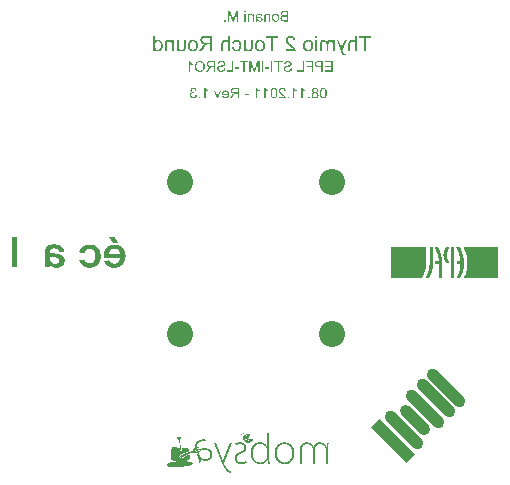
<source format=gbs>
G04*
G04 #@! TF.GenerationSoftware,Altium Limited,Altium Designer,18.1.9 (240)*
G04*
G04 Layer_Color=16711935*
%FSLAX44Y44*%
%MOMM*%
G71*
G01*
G75*
%ADD10C,2.2032*%
G04:AMPARAMS|DCode=18|XSize=1.0032mm|YSize=4.2032mm|CornerRadius=0mm|HoleSize=0mm|Usage=FLASHONLY|Rotation=45.000|XOffset=0mm|YOffset=0mm|HoleType=Round|Shape=Round|*
%AMOVALD18*
21,1,3.2000,1.0032,0.0000,0.0000,135.0*
1,1,1.0032,1.1314,-1.1314*
1,1,1.0032,-1.1314,1.1314*
%
%ADD18OVALD18*%

G04:AMPARAMS|DCode=19|XSize=1.0032mm|YSize=3.2032mm|CornerRadius=0mm|HoleSize=0mm|Usage=FLASHONLY|Rotation=45.000|XOffset=0mm|YOffset=0mm|HoleType=Round|Shape=Round|*
%AMOVALD19*
21,1,2.2000,1.0032,0.0000,0.0000,135.0*
1,1,1.0032,0.7778,-0.7778*
1,1,1.0032,-0.7778,0.7778*
%
%ADD19OVALD19*%

G04:AMPARAMS|DCode=20|XSize=1.0032mm|YSize=4.2032mm|CornerRadius=0mm|HoleSize=0mm|Usage=FLASHONLY|Rotation=45.000|XOffset=0mm|YOffset=0mm|HoleType=Round|Shape=Rectangle|*
%AMROTATEDRECTD20*
4,1,4,1.1314,-1.8407,-1.8407,1.1314,-1.1314,1.8407,1.8407,-1.1314,1.1314,-1.8407,0.0*
%
%ADD20ROTATEDRECTD20*%

G36*
X935407Y848507D02*
X935630D01*
Y848433D01*
X935852D01*
Y848359D01*
X936000D01*
Y848285D01*
X936074Y848285D01*
Y848211D01*
X936148D01*
Y848136D01*
X936296D01*
X936296Y848062D01*
X936370D01*
Y847988D01*
X936444D01*
X936444Y847914D01*
Y847840D01*
X936519D01*
Y847766D01*
X936593D01*
Y847618D01*
X936667Y847618D01*
Y847395D01*
X936741Y847395D01*
Y847173D01*
X936741Y847099D01*
X936667D01*
Y846877D01*
X936593D01*
Y846803D01*
X936519D01*
Y846729D01*
X936444D01*
X936444Y846654D01*
X936370D01*
Y846580D01*
X936296Y846580D01*
Y846506D01*
X936222D01*
Y846432D01*
X936148Y846432D01*
Y846358D01*
X936000D01*
X936000Y846284D01*
X935926D01*
Y846210D01*
X935778D01*
Y846136D01*
X935555D01*
X935555Y846062D01*
X935407D01*
Y845691D01*
X935481D01*
X935481Y845617D01*
X935481Y845543D01*
Y845173D01*
X935555D01*
X935555Y845098D01*
Y844728D01*
X935630Y844728D01*
Y844209D01*
X935704Y844209D01*
X935704Y844135D01*
X935704Y844061D01*
X935704Y843987D01*
X935704Y843913D01*
X935704Y843839D01*
X935704Y843765D01*
Y843691D01*
X935778D01*
Y843246D01*
X935852Y843246D01*
Y843098D01*
X935852Y843024D01*
X935852Y842950D01*
Y842727D01*
X935926Y842727D01*
Y842283D01*
X936000D01*
X936000Y842209D01*
X936000Y842134D01*
Y842060D01*
X936000Y841986D01*
X936000Y841912D01*
X936000Y841838D01*
X936000Y841764D01*
X936074D01*
Y841320D01*
X936148D01*
Y840801D01*
X936222Y840801D01*
Y840282D01*
X936296D01*
Y840134D01*
X936296Y840060D01*
X936296Y839986D01*
Y839912D01*
X936296Y839837D01*
X936370D01*
Y839319D01*
X936444D01*
X936444Y839245D01*
X936444Y839171D01*
X936444Y839097D01*
Y838874D01*
X936519D01*
Y838356D01*
X936593D01*
Y837911D01*
X936667Y837911D01*
Y837763D01*
X936667Y837689D01*
X936667Y837615D01*
Y837392D01*
X936741Y837392D01*
Y837318D01*
X936741Y837244D01*
X936741Y837170D01*
X936741Y837096D01*
X936741Y837022D01*
Y836948D01*
X936815Y836948D01*
Y836577D01*
X936741D01*
X936741Y836503D01*
X936593D01*
Y836429D01*
X936370D01*
Y836503D01*
X936222D01*
Y836577D01*
X936148D01*
Y836874D01*
X936074Y836874D01*
Y837466D01*
X936000D01*
X936000Y837541D01*
Y837615D01*
X936000Y837689D01*
X936000Y837763D01*
Y837837D01*
X936000Y837911D01*
X936000Y837985D01*
X935926Y837985D01*
Y838504D01*
X935852D01*
Y838652D01*
X935852Y838726D01*
X935852Y838800D01*
X935852Y838874D01*
X935852Y838948D01*
Y839023D01*
X935778Y839023D01*
Y839541D01*
X935704Y839541D01*
X935704Y839615D01*
X935704Y839689D01*
Y839763D01*
X935704Y839837D01*
X935704Y839912D01*
Y839986D01*
X935704Y840060D01*
X935630D01*
Y840579D01*
X935555Y840579D01*
Y840801D01*
X935555Y840875D01*
X935555Y840949D01*
X935555Y841023D01*
X935555Y841097D01*
Y841171D01*
X935481Y841171D01*
Y841245D01*
X935481Y841320D01*
X935481Y841394D01*
Y841690D01*
X935407D01*
Y842209D01*
X935333D01*
Y842727D01*
X935259D01*
Y843246D01*
X935185D01*
Y843394D01*
X935185Y843468D01*
X935185Y843542D01*
Y843765D01*
X935111D01*
X935111Y843839D01*
X935111Y843913D01*
X935111Y843987D01*
Y844283D01*
X935037Y844283D01*
X935037Y844357D01*
X935037Y844432D01*
Y844802D01*
X934963D01*
X934963Y844876D01*
X934963Y844950D01*
X934963Y845024D01*
Y845395D01*
X934889D01*
Y845913D01*
X934370D01*
Y845988D01*
X933999D01*
X933999Y846062D01*
X933777D01*
Y846136D01*
X933629D01*
Y846210D01*
X933481D01*
Y846284D01*
X933407D01*
X933407Y846358D01*
X933333D01*
Y846432D01*
X933258Y846432D01*
Y846506D01*
X933184D01*
Y846580D01*
X933110Y846580D01*
Y846729D01*
X933036D01*
Y847321D01*
X933110Y847321D01*
Y847469D01*
X933184Y847469D01*
Y847618D01*
X933258Y847618D01*
Y847692D01*
X933333D01*
Y847766D01*
X933407D01*
Y847840D01*
X933481Y847840D01*
Y847914D01*
X933555Y847914D01*
Y847988D01*
X933629D01*
Y848062D01*
X933703D01*
X933703Y848136D01*
X933851D01*
X933851Y848211D01*
X933925Y848211D01*
Y848285D01*
X934073D01*
Y848359D01*
X934222D01*
Y848433D01*
X934444D01*
Y848507D01*
X934666Y848507D01*
Y848581D01*
X935407D01*
Y848507D01*
D02*
G37*
G36*
X956673Y846136D02*
X957192Y846136D01*
Y846062D01*
X957562D01*
Y845988D01*
X957859Y845988D01*
Y845913D01*
X958007D01*
Y845617D01*
X957933D01*
X957933Y845543D01*
Y845024D01*
X957933Y844950D01*
X957933Y844876D01*
X957933Y844802D01*
X957859D01*
Y844580D01*
X957636Y844580D01*
Y844654D01*
X957340Y844654D01*
Y844728D01*
X956969D01*
Y844802D01*
X956302D01*
Y844876D01*
X955265D01*
Y844802D01*
X954598D01*
Y844728D01*
X954228D01*
Y844654D01*
X953857Y844654D01*
Y844580D01*
X953561Y844580D01*
Y844506D01*
X953339Y844506D01*
Y844432D01*
X953116D01*
Y844357D01*
X952894D01*
Y844283D01*
X952672Y844283D01*
Y844209D01*
X952524Y844209D01*
Y844135D01*
X952375D01*
Y844061D01*
X952227D01*
Y843987D01*
X952079D01*
Y843913D01*
X951931D01*
Y843839D01*
X951783D01*
Y843765D01*
X951709D01*
Y843691D01*
X951634D01*
Y843616D01*
X951486D01*
Y843542D01*
X951412Y843542D01*
X951412Y843468D01*
X951338D01*
Y843394D01*
X951264Y843394D01*
Y843320D01*
X951190Y843320D01*
Y843246D01*
X951116D01*
Y843172D01*
X951042D01*
Y843098D01*
X950968D01*
X950967Y843024D01*
X950893D01*
Y842950D01*
X950819Y842950D01*
Y842876D01*
X950745Y842876D01*
Y842727D01*
X950671D01*
Y842653D01*
X950597D01*
Y842579D01*
X950597Y842505D01*
X950523D01*
Y842357D01*
X950449D01*
Y842209D01*
X950375D01*
Y842060D01*
X950301Y842060D01*
Y841838D01*
X950227D01*
Y841616D01*
X950153Y841616D01*
Y841542D01*
X950153Y841468D01*
X950153Y841394D01*
X950153Y841320D01*
X950153Y841245D01*
X950078D01*
Y839763D01*
X950301Y839763D01*
Y839837D01*
X951264D01*
X951264Y839763D01*
X951486Y839763D01*
Y839689D01*
X951634Y839689D01*
Y839541D01*
X951709D01*
Y839319D01*
X951634D01*
Y839171D01*
X951560D01*
Y839097D01*
X951486Y839097D01*
Y839023D01*
X951412Y839023D01*
Y838948D01*
X951338Y838948D01*
Y838874D01*
X951264D01*
Y838800D01*
X951116Y838800D01*
Y838726D01*
X950967D01*
X950968Y838652D01*
X950745D01*
Y838578D01*
X950301Y838578D01*
Y838504D01*
X950375Y838504D01*
Y838281D01*
X950449D01*
X950449Y838207D01*
X950449Y838133D01*
X950449Y838059D01*
Y837985D01*
X950523D01*
Y837763D01*
X950597D01*
X950597Y837689D01*
X950597Y837615D01*
X950597Y837541D01*
X950745D01*
Y837615D01*
X950968Y837615D01*
X950967Y837689D01*
X951190D01*
Y837763D01*
X951412Y837763D01*
Y837837D01*
X951709D01*
Y837911D01*
X951931D01*
Y837985D01*
X952227D01*
Y838059D01*
X952524Y838059D01*
Y838133D01*
X952820D01*
Y838207D01*
X953116D01*
Y838281D01*
X953413D01*
Y838356D01*
X953783Y838356D01*
X953783Y838430D01*
X954228Y838430D01*
X954228Y838504D01*
X954672Y838504D01*
Y838578D01*
X955265Y838578D01*
Y838652D01*
X956377D01*
X956377Y838726D01*
X956895D01*
Y838652D01*
X957933D01*
Y838578D01*
X958451D01*
Y838504D01*
X958748D01*
Y838430D01*
X959044Y838430D01*
Y838356D01*
X959341D01*
Y838281D01*
X959563D01*
X959563Y838207D01*
X959711D01*
Y838133D01*
X959933D01*
Y838059D01*
X960081D01*
Y837985D01*
X960230D01*
Y837911D01*
X960378D01*
Y837837D01*
X960526D01*
Y837763D01*
X960600Y837763D01*
Y837689D01*
X960748D01*
Y837615D01*
X960897Y837615D01*
Y837541D01*
X960971D01*
Y837466D01*
X961045D01*
Y837392D01*
X961193Y837392D01*
Y837318D01*
X961267Y837318D01*
X961267Y837244D01*
X961341D01*
Y837170D01*
X961415Y837170D01*
Y837096D01*
X961489D01*
Y837022D01*
X961563Y837022D01*
Y836948D01*
X961637Y836948D01*
Y836874D01*
X961712D01*
Y836799D01*
X961786Y836799D01*
Y836725D01*
X961860Y836725D01*
Y836651D01*
X961934D01*
Y836577D01*
X962008D01*
Y836429D01*
X962082Y836429D01*
Y836355D01*
X962156D01*
Y836281D01*
X962230Y836281D01*
Y836133D01*
X962304D01*
X962304Y836059D01*
X962378D01*
X962378Y835984D01*
X962378Y835910D01*
X962453Y835910D01*
Y835762D01*
X962527Y835762D01*
Y835614D01*
X962601Y835614D01*
Y835540D01*
X962601Y835466D01*
X962675D01*
Y835318D01*
X962749D01*
Y835169D01*
X962823Y835169D01*
Y834947D01*
X962897D01*
X962897Y834873D01*
Y834725D01*
X962971Y834725D01*
Y834577D01*
X962971Y834502D01*
X963045D01*
Y834206D01*
X963120D01*
Y833836D01*
X963194D01*
Y832428D01*
X963120Y832428D01*
Y831983D01*
X963045D01*
Y831761D01*
X962971D01*
X962971Y831687D01*
Y831539D01*
X962897Y831539D01*
X962897Y831465D01*
X962897Y831391D01*
Y831316D01*
X962823Y831316D01*
Y831168D01*
X962749Y831168D01*
Y831020D01*
X962675D01*
Y830872D01*
X962601D01*
X962601Y830798D01*
X962601Y830724D01*
X962527D01*
Y830575D01*
X962453D01*
Y830501D01*
X962378Y830501D01*
Y830353D01*
X962304Y830353D01*
Y830279D01*
X962230Y830279D01*
Y830205D01*
X962156D01*
X962156Y830131D01*
X962082D01*
Y829983D01*
X962008D01*
Y829909D01*
X961934Y829909D01*
Y829834D01*
X961860D01*
Y829760D01*
X961786D01*
Y829686D01*
X961712Y829686D01*
X961712Y829612D01*
X961637D01*
Y829538D01*
X961489D01*
Y829464D01*
X961415D01*
Y829390D01*
X961341Y829390D01*
Y829316D01*
X961267D01*
X961267Y829242D01*
X961119Y829242D01*
Y829168D01*
X961045Y829168D01*
Y829093D01*
X960897D01*
Y829019D01*
X960748Y829019D01*
Y828945D01*
X960674Y828945D01*
X960674Y828871D01*
X960526D01*
Y828797D01*
X960378Y828797D01*
Y828723D01*
X960230D01*
Y828649D01*
X960007D01*
Y828575D01*
X959859D01*
Y828501D01*
X959637D01*
Y828427D01*
X959415D01*
Y828353D01*
X959118D01*
Y828278D01*
X958822D01*
X958822Y828204D01*
X958451D01*
Y828130D01*
X957933D01*
X957933Y828056D01*
X956747D01*
Y828130D01*
X956154Y828130D01*
Y828204D01*
X955784D01*
X955784Y828278D01*
X955488D01*
Y828353D01*
X955265Y828353D01*
Y828427D01*
X955043D01*
Y828501D01*
X954895D01*
X954895Y828575D01*
X954672D01*
Y828649D01*
X954524D01*
Y828723D01*
X954376D01*
Y828797D01*
X954228D01*
X954228Y828871D01*
X954080D01*
X954080Y828945D01*
X953931D01*
Y829019D01*
X953857D01*
Y829093D01*
X953709D01*
Y829168D01*
X953635Y829168D01*
Y829242D01*
X953487D01*
X953487Y829316D01*
X953413D01*
Y829390D01*
X953339Y829390D01*
X953339Y829464D01*
X953265D01*
Y829538D01*
X953190D01*
X953190Y829464D01*
X953116D01*
Y829093D01*
X953190D01*
Y828723D01*
X953265D01*
Y828353D01*
X953339D01*
X953339Y828278D01*
X953339Y828204D01*
Y828056D01*
X953413D01*
Y827686D01*
X953487Y827686D01*
X953487Y827611D01*
X953487Y827537D01*
Y827463D01*
X953487Y827389D01*
X953487Y827315D01*
X953561D01*
Y827241D01*
X953561Y827167D01*
X953561Y827093D01*
Y827019D01*
X953635Y827019D01*
Y826945D01*
X953487D01*
X953487Y826871D01*
X953265D01*
Y826796D01*
X953042D01*
X953042Y826722D01*
X952820D01*
Y826648D01*
X952598Y826648D01*
Y826574D01*
X952301Y826574D01*
Y826500D01*
X952153D01*
Y826574D01*
X952079Y826574D01*
Y826945D01*
X952005D01*
Y827315D01*
X951931D01*
Y827686D01*
X951857D01*
X951857Y827760D01*
X951857Y827834D01*
X951857Y827908D01*
Y827982D01*
X951783Y827982D01*
Y828204D01*
X951783Y828278D01*
X951709D01*
Y828575D01*
X951634D01*
Y828871D01*
X951560D01*
Y829093D01*
X951486Y829093D01*
Y829390D01*
X951412Y829390D01*
X951412Y829464D01*
X951412Y829538D01*
Y829686D01*
X951338Y829686D01*
X951338Y829760D01*
X951338Y829834D01*
Y829909D01*
X951264Y829909D01*
Y830131D01*
X951190D01*
Y830353D01*
X951116D01*
Y830649D01*
X951042D01*
X951042Y830724D01*
X951042Y830798D01*
X951042Y830872D01*
X950968D01*
Y831094D01*
X950893Y831094D01*
Y831168D01*
X950893Y831242D01*
X950893Y831316D01*
X950819Y831316D01*
Y831391D01*
X950819Y831465D01*
X950819Y831539D01*
X950745Y831539D01*
Y831761D01*
X950671D01*
Y831983D01*
X950597D01*
Y832206D01*
X950523D01*
Y832502D01*
X950449D01*
X950449Y832576D01*
X950449Y832650D01*
X950449Y832724D01*
X950375Y832724D01*
X950375Y832798D01*
X950375Y832872D01*
Y832946D01*
X950301D01*
Y833169D01*
X950227D01*
Y833391D01*
X950153D01*
X950153Y833465D01*
X950153Y833539D01*
X950153Y833613D01*
X950078Y833613D01*
Y833836D01*
X950004D01*
X950004Y833910D01*
X950004Y833984D01*
X950078D01*
Y834058D01*
X950449D01*
Y834132D01*
X950745D01*
Y834206D01*
X950968Y834206D01*
Y834280D01*
X951190D01*
Y834354D01*
X951338D01*
Y834428D01*
X951560Y834428D01*
Y834502D01*
X951634D01*
Y834280D01*
X951709D01*
Y834058D01*
X951783D01*
Y833910D01*
X951783Y833836D01*
X951857D01*
Y833613D01*
X951931Y833613D01*
Y833391D01*
X952005D01*
Y833169D01*
X952079D01*
Y832946D01*
X952153D01*
X952153Y832872D01*
X952153Y832798D01*
Y832724D01*
X952227D01*
Y832428D01*
X952301Y832428D01*
Y832280D01*
X952375Y832280D01*
Y832132D01*
X952449Y832131D01*
Y831983D01*
X952524Y831983D01*
Y831835D01*
X952598D01*
Y831687D01*
X952672D01*
Y831613D01*
X952746D01*
Y831539D01*
X952746Y831465D01*
X952820D01*
Y831391D01*
X952894D01*
Y831316D01*
X952968Y831316D01*
Y831242D01*
X953042D01*
Y831168D01*
X953116Y831168D01*
Y831094D01*
X953190D01*
X953190Y831020D01*
X953265D01*
Y830946D01*
X953339D01*
Y830872D01*
X953413Y830872D01*
Y830798D01*
X953487D01*
Y830724D01*
X953561Y830724D01*
X953561Y830649D01*
X953635D01*
Y830575D01*
X953709D01*
Y830501D01*
X953857D01*
Y830427D01*
X953931D01*
X953931Y830353D01*
X954006Y830353D01*
Y830279D01*
X954154D01*
Y830205D01*
X954302D01*
Y830131D01*
X954376Y830131D01*
Y830057D01*
X954524D01*
Y829983D01*
X954672D01*
Y829909D01*
X954821Y829909D01*
Y829834D01*
X955043D01*
Y829760D01*
X955191D01*
Y829686D01*
X955413Y829686D01*
Y829612D01*
X955710D01*
Y829538D01*
X956080D01*
Y829464D01*
X956747D01*
Y829390D01*
X957192D01*
Y829464D01*
X957933D01*
Y829538D01*
X958303Y829538D01*
Y829612D01*
X958599Y829612D01*
Y829686D01*
X958822Y829686D01*
Y829760D01*
X959044D01*
Y829834D01*
X959266Y829834D01*
Y829909D01*
X959415D01*
Y829983D01*
X959563D01*
X959563Y830057D01*
X959711D01*
Y830131D01*
X959859D01*
X959859Y830205D01*
X959933D01*
Y830279D01*
X960081Y830279D01*
Y830353D01*
X960156Y830353D01*
X960156Y830427D01*
X960230D01*
Y830501D01*
X960304Y830501D01*
X960304Y830575D01*
X960378D01*
Y830649D01*
X960452D01*
Y830724D01*
X960526D01*
Y830798D01*
X960600D01*
Y830872D01*
X960674Y830872D01*
Y830946D01*
X960748Y830946D01*
X960748Y831020D01*
X960823D01*
Y831168D01*
X960897D01*
Y831242D01*
X960971D01*
Y831391D01*
X961045D01*
Y831539D01*
X961119D01*
Y831613D01*
X961119Y831687D01*
X961119Y831761D01*
X961193D01*
Y831909D01*
X961267D01*
X961267Y831983D01*
Y832206D01*
X961341Y832206D01*
Y832280D01*
X961341Y832354D01*
X961341Y832428D01*
Y832798D01*
X961415D01*
Y833169D01*
X961341Y833169D01*
Y833762D01*
X961267Y833762D01*
X961267Y833836D01*
X961267Y833910D01*
X961267Y833984D01*
X961267Y834058D01*
Y834132D01*
X961193Y834132D01*
Y834354D01*
X961119D01*
Y834577D01*
X961045Y834577D01*
Y834799D01*
X960971D01*
Y834947D01*
X960897D01*
Y835095D01*
X960822D01*
X960823Y835169D01*
Y835244D01*
X960748Y835244D01*
Y835392D01*
X960674Y835392D01*
Y835466D01*
X960600Y835466D01*
X960600Y835540D01*
X960600Y835614D01*
X960526D01*
Y835688D01*
X960452D01*
Y835836D01*
X960378D01*
Y835910D01*
X960304D01*
X960304Y835984D01*
X960230D01*
Y836059D01*
X960156Y836059D01*
X960156Y836133D01*
X960081D01*
Y836207D01*
X960007D01*
Y836281D01*
X959933Y836281D01*
Y836355D01*
X959785Y836355D01*
Y836429D01*
X959711Y836429D01*
Y836503D01*
X959637Y836503D01*
Y836577D01*
X959489D01*
Y836651D01*
X959341D01*
Y836725D01*
X959266D01*
Y836799D01*
X959118D01*
Y836874D01*
X958896D01*
Y836948D01*
X958748D01*
Y837022D01*
X958525D01*
Y837096D01*
X958229D01*
Y837170D01*
X957859Y837170D01*
Y837244D01*
X957340D01*
Y837318D01*
X955784D01*
X955784Y837244D01*
X955117D01*
Y837170D01*
X954598Y837170D01*
Y837096D01*
X954228D01*
Y837022D01*
X953857D01*
Y836948D01*
X953561D01*
Y836874D01*
X953265D01*
Y836799D01*
X952968Y836799D01*
Y836725D01*
X952820Y836725D01*
Y836799D01*
X952672D01*
Y836874D01*
X952598D01*
Y836948D01*
X952449Y836948D01*
Y837022D01*
X952153Y837022D01*
X952153Y837096D01*
X951783D01*
X951783Y837022D01*
X951338Y837022D01*
Y836948D01*
X951042D01*
Y836874D01*
X950819D01*
Y836799D01*
X950671D01*
Y836725D01*
X950449D01*
X950449Y836651D01*
X950227D01*
Y836577D01*
X950078D01*
Y836503D01*
X949856D01*
Y836429D01*
X949337D01*
Y836503D01*
X949263D01*
X949263Y836577D01*
X949189D01*
Y836651D01*
X949115D01*
X949115Y836725D01*
Y836874D01*
X949041D01*
Y837096D01*
X948967D01*
Y837318D01*
X948893D01*
Y837541D01*
X948745Y837541D01*
Y837392D01*
X948671Y837392D01*
Y837318D01*
X948671Y837244D01*
X948671Y837170D01*
X948596Y837170D01*
Y836725D01*
X948596Y836651D01*
X948522D01*
Y836577D01*
X948596D01*
X948596Y836503D01*
X948671D01*
Y836355D01*
X948745Y836355D01*
Y836281D01*
X948819Y836281D01*
X948819Y836207D01*
X948893D01*
Y836133D01*
X948967D01*
Y836059D01*
X949041D01*
Y835984D01*
X949189D01*
Y835910D01*
X949411Y835910D01*
Y835836D01*
X949708Y835836D01*
Y835910D01*
X949930Y835910D01*
Y835984D01*
X950153D01*
X950153Y836059D01*
X950375Y836059D01*
Y836133D01*
X950597D01*
X950597Y836207D01*
X950819D01*
Y836281D01*
X950968D01*
Y836355D01*
X951190Y836355D01*
Y836429D01*
X951412D01*
Y836503D01*
X951783D01*
Y836577D01*
X952005D01*
Y836503D01*
X952301D01*
Y836429D01*
X952375Y836429D01*
Y836355D01*
X952449Y836355D01*
Y836281D01*
X952524Y836281D01*
Y836059D01*
X952449D01*
Y835910D01*
X952375Y835910D01*
Y835836D01*
X952301Y835836D01*
Y835688D01*
X952227Y835688D01*
Y835614D01*
X952153D01*
X952153Y835540D01*
X952079D01*
Y835466D01*
X952005D01*
Y835392D01*
X951931Y835392D01*
Y835318D01*
X951857Y835318D01*
Y835244D01*
X951709Y835244D01*
Y835169D01*
X951634D01*
Y835095D01*
X951486D01*
X951486Y835021D01*
X951338D01*
X951338Y834947D01*
X951190D01*
Y834873D01*
X951042D01*
X951042Y834799D01*
X950819D01*
Y834725D01*
X950597Y834725D01*
Y834651D01*
X950375D01*
Y834577D01*
X950004Y834577D01*
Y834502D01*
X949337Y834502D01*
Y834428D01*
X948893D01*
Y834502D01*
X948226D01*
Y834577D01*
X947930Y834577D01*
Y834651D01*
X947707Y834651D01*
Y834725D01*
X947485D01*
Y834799D01*
X947337Y834799D01*
Y834873D01*
X947189Y834873D01*
Y834947D01*
X947114Y834947D01*
Y835021D01*
X946818Y835021D01*
Y834947D01*
X946448D01*
Y834873D01*
X946225D01*
Y834799D01*
X945929D01*
Y834725D01*
X945707D01*
Y834651D01*
X945484Y834651D01*
Y834577D01*
X945188Y834577D01*
Y834502D01*
X944966D01*
X944966Y834428D01*
X944818D01*
X944818Y834354D01*
X944595D01*
Y834280D01*
X944373Y834280D01*
Y834206D01*
X944151Y834206D01*
Y834132D01*
X944002Y834132D01*
Y834058D01*
X943780D01*
X943780Y833984D01*
X943632D01*
Y833910D01*
X943410D01*
Y833836D01*
X943261D01*
Y833762D01*
X943039D01*
Y833688D01*
X942891Y833688D01*
Y833613D01*
X942743D01*
Y833539D01*
X942521D01*
Y833465D01*
X942372D01*
Y833391D01*
X942224D01*
X942224Y833317D01*
X942076Y833317D01*
Y833243D01*
X941854Y833243D01*
Y833169D01*
X941705Y833169D01*
Y833095D01*
X941557Y833095D01*
Y833021D01*
X941409D01*
Y832946D01*
X941261D01*
Y832872D01*
X941113D01*
Y832798D01*
X940965D01*
Y832724D01*
X940816D01*
Y832650D01*
X940668Y832650D01*
Y832576D01*
X940520Y832576D01*
Y832502D01*
X940372D01*
Y832428D01*
X940223Y832428D01*
Y832354D01*
X940075D01*
X940075Y832280D01*
X939927D01*
Y832206D01*
X939853Y832206D01*
Y832131D01*
X939705D01*
Y832057D01*
X939557D01*
Y831983D01*
X939408Y831983D01*
Y831909D01*
X939334D01*
X939334Y831835D01*
X939260Y831835D01*
Y831761D01*
X939186D01*
X939186Y831687D01*
X939112D01*
Y831613D01*
X939038D01*
Y831539D01*
X938890Y831539D01*
X938890Y831465D01*
X938816D01*
Y831391D01*
X938668Y831391D01*
Y831316D01*
X938519Y831316D01*
Y831242D01*
X938371D01*
Y831168D01*
X938223D01*
Y831094D01*
X938075Y831094D01*
Y831020D01*
X937852D01*
Y830946D01*
X937556Y830946D01*
Y830872D01*
X937111D01*
Y830798D01*
X936741D01*
Y830872D01*
X936370D01*
Y830946D01*
X936222D01*
X936222Y831020D01*
X936148D01*
Y831094D01*
X936000D01*
Y831168D01*
X935926Y831168D01*
Y831316D01*
X935852D01*
Y831391D01*
X935778D01*
Y831687D01*
X935852D01*
X935852Y831761D01*
Y831909D01*
X935926D01*
Y832057D01*
X936000Y832057D01*
X936000Y832131D01*
X936000Y832206D01*
X936074Y832206D01*
Y832354D01*
X936148D01*
Y832428D01*
X936222Y832428D01*
Y832502D01*
X936296D01*
X936296Y832576D01*
X936444D01*
X936444Y832650D01*
X936519D01*
Y832724D01*
X936667D01*
Y832798D01*
X936815D01*
Y832872D01*
X936889Y832872D01*
Y832946D01*
X937037D01*
Y833021D01*
X937186Y833021D01*
Y833095D01*
X937334D01*
Y833169D01*
X937482Y833169D01*
Y833243D01*
X937630Y833243D01*
Y833317D01*
X937852Y833317D01*
Y833391D01*
X938001D01*
Y833465D01*
X938149D01*
Y833539D01*
X938371D01*
Y833613D01*
X938519Y833613D01*
Y833688D01*
X938668D01*
Y833762D01*
X938890Y833762D01*
Y833836D01*
X939112D01*
Y833910D01*
X939260Y833910D01*
Y833984D01*
X939482D01*
X939482Y834058D01*
X939705D01*
Y834132D01*
X939853D01*
Y834206D01*
X940075Y834206D01*
X940075Y834280D01*
X940298D01*
Y834354D01*
X940520Y834354D01*
Y834428D01*
X940742D01*
X940742Y834502D01*
X940965D01*
Y834577D01*
X941187D01*
Y834651D01*
X941409Y834651D01*
Y834725D01*
X941631D01*
Y834799D01*
X941779D01*
Y834873D01*
X942002D01*
Y834947D01*
X942224D01*
X942224Y835021D01*
X942446D01*
Y835095D01*
X942669D01*
X942669Y835169D01*
X942891D01*
Y835244D01*
X943113Y835244D01*
Y835318D01*
X943261Y835318D01*
Y835392D01*
X943484Y835392D01*
Y835466D01*
X943706Y835466D01*
Y835540D01*
X943928D01*
Y835614D01*
X944077D01*
Y835688D01*
X944299D01*
Y835762D01*
X944447D01*
Y835836D01*
X944669Y835836D01*
Y835910D01*
X944818D01*
Y835984D01*
X944966D01*
X944966Y836059D01*
X945188D01*
Y836133D01*
X945336D01*
Y836207D01*
X945484D01*
Y836281D01*
X945633Y836281D01*
Y836355D01*
X945781D01*
Y836429D01*
X945929D01*
Y836503D01*
X946077D01*
X946077Y836577D01*
X946225D01*
Y836725D01*
X946299D01*
Y836874D01*
X946374Y836874D01*
Y837096D01*
X946448D01*
X946448Y837170D01*
X946448Y837244D01*
X946522D01*
Y837318D01*
X946596Y837318D01*
Y837466D01*
X946670D01*
X946670Y837541D01*
Y837615D01*
X946744D01*
Y837689D01*
X946818D01*
Y837763D01*
X946892D01*
Y837911D01*
X946966D01*
Y837985D01*
X947040Y837985D01*
Y838059D01*
X947114Y838059D01*
X947114Y838133D01*
X947189D01*
Y838207D01*
X947263Y838207D01*
Y838281D01*
X947337D01*
Y838356D01*
X947411D01*
Y838430D01*
X947485Y838430D01*
Y838504D01*
X947559D01*
Y838578D01*
X947633Y838578D01*
Y838652D01*
X947707Y838652D01*
Y838726D01*
X947781D01*
Y838800D01*
X947930D01*
Y838874D01*
X948004D01*
Y838948D01*
X948152D01*
Y839023D01*
X948226Y839023D01*
Y839097D01*
X948374Y839097D01*
Y839171D01*
X948522D01*
Y839245D01*
X948448D01*
X948448Y839319D01*
X948448Y839393D01*
X948448Y839467D01*
Y839837D01*
X948448Y839912D01*
X948448Y839986D01*
X948374D01*
Y840801D01*
X948448D01*
X948448Y840875D01*
X948448Y840949D01*
X948448Y841023D01*
Y841245D01*
X948448Y841320D01*
X948448Y841394D01*
X948448Y841468D01*
X948522D01*
Y841838D01*
X948596D01*
X948596Y841912D01*
X948596Y841986D01*
X948596Y842060D01*
Y842134D01*
X948671Y842134D01*
Y842357D01*
X948745D01*
Y842579D01*
X948819D01*
Y842653D01*
X948819Y842727D01*
X948893D01*
Y842876D01*
X948967D01*
Y843024D01*
X949041D01*
Y843172D01*
X949115Y843172D01*
Y843320D01*
X949189Y843320D01*
Y843394D01*
X949263Y843394D01*
Y843542D01*
X949337Y843542D01*
Y843616D01*
X949411D01*
Y843691D01*
X949486D01*
Y843839D01*
X949560D01*
Y843913D01*
X949634D01*
Y843987D01*
X949708D01*
X949708Y844061D01*
X949782Y844061D01*
Y844135D01*
X949856D01*
X949856Y844209D01*
X949930D01*
Y844283D01*
X950004Y844283D01*
Y844357D01*
X950078D01*
Y844432D01*
X950153Y844432D01*
Y844506D01*
X950227Y844506D01*
Y844580D01*
X950375D01*
Y844654D01*
X950449D01*
Y844728D01*
X950523D01*
Y844802D01*
X950671D01*
Y844876D01*
X950745D01*
Y844950D01*
X950893D01*
Y845024D01*
X951042Y845024D01*
Y845098D01*
X951116D01*
Y845173D01*
X951264D01*
X951264Y845247D01*
X951412D01*
Y845321D01*
X951560D01*
Y845395D01*
X951783D01*
Y845469D01*
X951931D01*
Y845543D01*
X952079Y845543D01*
Y845617D01*
X952301D01*
Y845691D01*
X952524Y845691D01*
Y845765D01*
X952746D01*
X952746Y845839D01*
X953042D01*
Y845913D01*
X953265D01*
Y845988D01*
X953635D01*
X953635Y846062D01*
X954006D01*
Y846136D01*
X954598D01*
Y846210D01*
X956673D01*
Y846136D01*
D02*
G37*
G36*
X930813Y839467D02*
X931851D01*
X931851Y839393D01*
X932814D01*
X932814Y839319D01*
X933851D01*
X933851Y839245D01*
X934814D01*
Y839171D01*
X935259D01*
Y838948D01*
X935333Y838948D01*
Y838430D01*
X935407D01*
Y837911D01*
X935481Y837911D01*
Y837763D01*
X935481Y837689D01*
X935481Y837615D01*
Y837392D01*
X935555Y837392D01*
Y837318D01*
X935555Y837244D01*
X935555Y837170D01*
X935555Y837096D01*
Y837022D01*
X935555Y836948D01*
Y836874D01*
X935630Y836874D01*
Y836429D01*
X935704Y836429D01*
Y836281D01*
X935778D01*
Y836207D01*
X935852D01*
X935852Y836133D01*
X935926D01*
Y836059D01*
X936000D01*
X936000Y835984D01*
X936222D01*
Y835910D01*
X936667Y835910D01*
X936667Y835984D01*
X936889D01*
X936889Y836059D01*
X937037D01*
Y836133D01*
X937111D01*
Y836207D01*
X937186Y836207D01*
Y836281D01*
X937260Y836281D01*
Y836429D01*
X937334Y836429D01*
Y836948D01*
X937260Y836948D01*
Y837022D01*
X937260Y837096D01*
X937260Y837170D01*
X937260Y837244D01*
X937260Y837318D01*
Y837466D01*
X937186Y837466D01*
Y837615D01*
X937186Y837689D01*
X937186Y837763D01*
Y837985D01*
X937111Y837985D01*
Y838059D01*
X937111Y838133D01*
X937111Y838207D01*
X937111Y838281D01*
X937111Y838356D01*
Y838430D01*
X937037Y838430D01*
Y838948D01*
X936963D01*
Y839023D01*
X937852Y839023D01*
Y838948D01*
X938816D01*
Y838874D01*
X939853D01*
Y838800D01*
X940816D01*
Y838726D01*
X941854D01*
Y838652D01*
X942372D01*
Y838578D01*
X942595D01*
Y838504D01*
X942743D01*
Y838430D01*
X942891D01*
Y838356D01*
X942965Y838356D01*
X942965Y838281D01*
X943039D01*
Y838207D01*
X943113D01*
X943113Y838133D01*
X943187D01*
Y838059D01*
X943261D01*
Y837985D01*
X943336Y837985D01*
Y837837D01*
X943410Y837837D01*
Y837689D01*
X943484D01*
Y837318D01*
X943484Y837244D01*
X943484Y837170D01*
X943558Y837170D01*
Y836577D01*
X943632D01*
Y836059D01*
X943558D01*
Y835984D01*
X943336D01*
Y835910D01*
X943187Y835910D01*
Y835836D01*
X942965Y835836D01*
Y835762D01*
X942743Y835762D01*
Y835688D01*
X942521D01*
Y835614D01*
X942298Y835614D01*
Y835540D01*
X942076D01*
X942076Y835466D01*
X941928D01*
Y835392D01*
X941705D01*
Y835318D01*
X941483D01*
Y835244D01*
X941261D01*
Y835169D01*
X941039D01*
Y835095D01*
X940816D01*
Y835021D01*
X940594Y835021D01*
Y834947D01*
X940372D01*
Y834873D01*
X940149Y834873D01*
Y834799D01*
X939927D01*
Y834725D01*
X939705Y834725D01*
Y834651D01*
X939557D01*
Y834577D01*
X939334D01*
X939334Y834502D01*
X939112D01*
Y834428D01*
X938964D01*
Y834354D01*
X938742D01*
Y834280D01*
X938519D01*
Y834206D01*
X938371D01*
Y834132D01*
X938223D01*
Y834058D01*
X938001Y834058D01*
Y833984D01*
X937852Y833984D01*
Y833910D01*
X937704D01*
X937704Y833836D01*
X937482D01*
Y833762D01*
X937334Y833762D01*
Y833688D01*
X937186D01*
Y833613D01*
X937037Y833613D01*
Y833539D01*
X936889D01*
X936889Y833465D01*
X936741Y833465D01*
Y833391D01*
X936593D01*
Y833317D01*
X936444D01*
Y833243D01*
X936370Y833243D01*
Y833169D01*
X936222D01*
Y833095D01*
X936074D01*
Y833021D01*
X936000D01*
X936000Y832946D01*
X935852D01*
Y832798D01*
X935778D01*
Y832724D01*
X935704D01*
X935704Y832650D01*
X935630Y832650D01*
Y832502D01*
X935555Y832502D01*
Y832428D01*
X935481Y832428D01*
X935481Y832354D01*
X935481Y832280D01*
X935407D01*
Y832057D01*
X935333D01*
Y831761D01*
X935259D01*
Y831316D01*
X935333D01*
Y831094D01*
X935407Y831094D01*
Y831020D01*
X935481D01*
Y830872D01*
X935555Y830872D01*
Y830798D01*
X935630D01*
Y830724D01*
X935704Y830724D01*
Y830649D01*
X935778D01*
Y830575D01*
X935926D01*
Y830501D01*
X936074Y830501D01*
Y830427D01*
X936296D01*
Y830353D01*
X936667Y830353D01*
Y830279D01*
X937111Y830279D01*
Y830353D01*
X937630D01*
Y830427D01*
X937926D01*
Y830501D01*
X938223D01*
Y830575D01*
X938371D01*
Y830649D01*
X938593D01*
X938593Y830724D01*
X938742D01*
Y830798D01*
X938890D01*
X938890Y830872D01*
X938964D01*
Y830946D01*
X939112D01*
Y831020D01*
X939186D01*
X939186Y831094D01*
X939334D01*
Y831168D01*
X939408Y831168D01*
Y831242D01*
X939482D01*
Y831316D01*
X939557D01*
Y831391D01*
X939705D01*
Y831539D01*
X939853D01*
Y831613D01*
X940001Y831613D01*
Y831687D01*
X940149D01*
Y831761D01*
X940298D01*
Y831835D01*
X940372D01*
X940372Y831909D01*
X940520D01*
X940520Y831983D01*
X940668D01*
Y832057D01*
X940816Y832057D01*
Y832131D01*
X940965Y832132D01*
Y832206D01*
X941113Y832206D01*
Y832280D01*
X941261D01*
Y832354D01*
X941409D01*
Y832428D01*
X941557D01*
Y832502D01*
X941705D01*
Y832576D01*
X941854D01*
Y832650D01*
X942076Y832650D01*
X942076Y832724D01*
X942224D01*
Y832798D01*
X942372D01*
Y832872D01*
X942521Y832872D01*
Y832946D01*
X942669D01*
Y833021D01*
X942891D01*
Y833095D01*
X943039D01*
Y833169D01*
X943187D01*
Y833243D01*
X943410D01*
Y833317D01*
X943558D01*
Y833391D01*
X943780D01*
X943780Y833465D01*
X943928D01*
X943928Y833539D01*
X944002D01*
Y833021D01*
X944077D01*
Y832428D01*
X944151D01*
Y831835D01*
X944225Y831835D01*
Y831168D01*
X944299D01*
Y830724D01*
X944299Y830649D01*
X944299Y830575D01*
X944373Y830575D01*
Y830279D01*
X944373Y830205D01*
X944373Y830131D01*
Y830057D01*
X944373Y829983D01*
X944299D01*
Y829834D01*
X944225D01*
Y829760D01*
X944151D01*
Y829612D01*
X944077D01*
Y829538D01*
X944002D01*
Y829464D01*
X943928D01*
Y829390D01*
X943854Y829390D01*
Y829316D01*
X943780D01*
Y829242D01*
X943706D01*
Y829168D01*
X943632Y829168D01*
Y829093D01*
X943484D01*
Y829019D01*
X943410Y829019D01*
Y828945D01*
X943336Y828945D01*
Y828871D01*
X943187D01*
Y828797D01*
X943113Y828797D01*
Y828723D01*
X942965D01*
Y828649D01*
X942817Y828649D01*
Y828575D01*
X942669Y828575D01*
Y828501D01*
X942521D01*
Y828427D01*
X942298D01*
X942298Y828353D01*
X941928D01*
Y828278D01*
X929702D01*
X929702Y828353D01*
X929331D01*
Y828427D01*
X929109D01*
Y828501D01*
X928961D01*
Y828575D01*
X928812D01*
Y828649D01*
X928738Y828649D01*
Y828723D01*
X928590D01*
Y828797D01*
X928516D01*
X928516Y828871D01*
X928442D01*
Y829019D01*
X928368Y829019D01*
Y829093D01*
X928294Y829093D01*
Y829316D01*
X928220D01*
Y837763D01*
X928294D01*
Y837985D01*
X928368Y837985D01*
Y838207D01*
X928442Y838207D01*
Y838356D01*
X928516Y838356D01*
Y838504D01*
X928590D01*
Y838652D01*
X928664D01*
Y838726D01*
X928738D01*
X928738Y838800D01*
Y838874D01*
X928812D01*
Y838948D01*
X928887D01*
Y839023D01*
X928961D01*
Y839097D01*
X929035Y839097D01*
Y839171D01*
X929109D01*
Y839245D01*
X929183D01*
Y839319D01*
X929257Y839319D01*
Y839393D01*
X929405Y839393D01*
Y839467D01*
X929554D01*
Y839541D01*
X930813D01*
Y839467D01*
D02*
G37*
G36*
X940965Y827537D02*
X942298Y827537D01*
Y827463D01*
X943039D01*
Y827389D01*
X943558D01*
Y827315D01*
X944002D01*
Y827241D01*
X944299Y827241D01*
X944299Y827167D01*
X944595D01*
Y827093D01*
X944892Y827093D01*
Y827019D01*
X945114Y827019D01*
Y826945D01*
X945336D01*
Y826871D01*
X945558D01*
Y826796D01*
X945781D01*
Y826722D01*
X945929D01*
X945929Y826648D01*
X946077D01*
Y826574D01*
X946225D01*
Y826500D01*
X946299D01*
Y826426D01*
X946374D01*
Y826352D01*
X946448D01*
Y826278D01*
X946522D01*
X946522Y826204D01*
X946522Y826130D01*
X946522Y826056D01*
Y825685D01*
X946448D01*
X946448Y825611D01*
X946448Y825537D01*
X946374D01*
Y825389D01*
X946299D01*
Y825314D01*
X946225D01*
Y825240D01*
X946151D01*
X946151Y825166D01*
X946077D01*
Y825092D01*
X946003D01*
X946003Y825018D01*
X945929D01*
Y824944D01*
X945855D01*
Y824870D01*
X945781D01*
Y824796D01*
X945707D01*
Y824722D01*
X945558D01*
Y824648D01*
X945484D01*
Y824574D01*
X945336D01*
Y824499D01*
X945262D01*
Y824425D01*
X945114D01*
Y824351D01*
X944966D01*
Y824277D01*
X944818Y824277D01*
Y824203D01*
X944669D01*
X944669Y824129D01*
X944447D01*
Y824055D01*
X944299D01*
Y823981D01*
X944077D01*
Y823907D01*
X943854D01*
Y823833D01*
X943558Y823833D01*
Y823758D01*
X943187Y823758D01*
Y823684D01*
X942817Y823684D01*
Y823610D01*
X942298Y823610D01*
Y823536D01*
X941705D01*
Y823462D01*
X941039D01*
Y823388D01*
X940298Y823388D01*
Y823314D01*
X939482D01*
X939482Y823240D01*
X938519Y823240D01*
Y823166D01*
X937482D01*
Y823092D01*
X936222D01*
X936222Y823018D01*
X934814D01*
Y822943D01*
X932888D01*
Y822869D01*
X927182D01*
X927182Y822943D01*
X926367Y822943D01*
Y823018D01*
X925997Y823018D01*
Y823092D01*
X925775D01*
Y823166D01*
X925626D01*
Y823240D01*
X925478D01*
X925478Y823314D01*
X925404D01*
Y823388D01*
X925330D01*
Y823462D01*
X925256D01*
X925256Y823536D01*
X925182D01*
Y823610D01*
X925108Y823610D01*
Y823758D01*
X925034Y823758D01*
Y823907D01*
X924959D01*
Y824129D01*
X924885D01*
Y824203D01*
X924885Y824277D01*
Y824425D01*
X924885Y824499D01*
X924885Y824574D01*
X924885Y824648D01*
X924959D01*
Y824870D01*
X925034D01*
Y824944D01*
X925034Y825018D01*
X925034Y825092D01*
X925108Y825092D01*
Y825240D01*
X925182Y825240D01*
Y825314D01*
X925256Y825314D01*
Y825463D01*
X925330D01*
Y825537D01*
X925404D01*
Y825611D01*
X925478Y825611D01*
Y825685D01*
X925552D01*
Y825759D01*
X925626Y825759D01*
Y825833D01*
X925701Y825833D01*
Y825907D01*
X925775D01*
Y825981D01*
X925849Y825981D01*
Y826056D01*
X925997D01*
X925997Y826130D01*
X926071D01*
Y826204D01*
X926219Y826204D01*
Y826278D01*
X926367D01*
Y826352D01*
X926516D01*
Y826426D01*
X926664D01*
Y826500D01*
X926812D01*
Y826574D01*
X926960Y826574D01*
Y826648D01*
X927182Y826648D01*
Y826722D01*
X927405D01*
X927405Y826796D01*
X927701Y826796D01*
Y826871D01*
X928072D01*
Y826945D01*
X928368D01*
Y827019D01*
X928738D01*
Y827093D01*
X929183Y827093D01*
Y827167D01*
X929628D01*
X929628Y827241D01*
X930072D01*
Y827315D01*
X930665D01*
X930665Y827389D01*
X931258D01*
X931258Y827463D01*
X932073D01*
Y827537D01*
X933333D01*
Y827611D01*
X940965D01*
Y827537D01*
D02*
G37*
G36*
X793581Y1017701D02*
Y1017625D01*
Y1017548D01*
Y1017472D01*
Y1017395D01*
Y1017318D01*
Y1017242D01*
Y1017165D01*
Y1017088D01*
Y1017012D01*
Y1016935D01*
Y1016859D01*
Y1016782D01*
Y1016705D01*
Y1016629D01*
Y1016552D01*
Y1016475D01*
Y1016399D01*
Y1016322D01*
Y1016245D01*
Y1016169D01*
Y1016092D01*
Y1016016D01*
Y1015939D01*
Y1015862D01*
Y1015786D01*
Y1015709D01*
Y1015632D01*
Y1015556D01*
Y1015479D01*
Y1015403D01*
Y1015326D01*
Y1015249D01*
Y1015173D01*
Y1015096D01*
Y1015020D01*
Y1014943D01*
Y1014866D01*
Y1014790D01*
Y1014713D01*
Y1014636D01*
Y1014560D01*
Y1014483D01*
Y1014407D01*
Y1014330D01*
Y1014253D01*
Y1014177D01*
Y1014100D01*
Y1014023D01*
Y1013947D01*
Y1013870D01*
Y1013793D01*
Y1013717D01*
Y1013640D01*
Y1013564D01*
Y1013487D01*
Y1013410D01*
Y1013334D01*
Y1013257D01*
Y1013180D01*
Y1013104D01*
Y1013027D01*
Y1012951D01*
Y1012874D01*
Y1012797D01*
Y1012721D01*
Y1012644D01*
Y1012567D01*
Y1012491D01*
Y1012414D01*
Y1012337D01*
Y1012261D01*
Y1012184D01*
Y1012107D01*
Y1012031D01*
Y1011954D01*
Y1011878D01*
Y1011801D01*
Y1011724D01*
Y1011648D01*
Y1011571D01*
Y1011495D01*
Y1011418D01*
Y1011341D01*
Y1011265D01*
Y1011188D01*
Y1011111D01*
Y1011035D01*
Y1010958D01*
Y1010882D01*
Y1010805D01*
Y1010728D01*
Y1010652D01*
Y1010575D01*
Y1010498D01*
Y1010422D01*
Y1010345D01*
Y1010268D01*
Y1010192D01*
Y1010115D01*
Y1010039D01*
Y1009962D01*
Y1009885D01*
Y1009809D01*
Y1009732D01*
Y1009655D01*
Y1009579D01*
Y1009502D01*
Y1009426D01*
Y1009349D01*
Y1009272D01*
Y1009196D01*
Y1009119D01*
Y1009042D01*
Y1008966D01*
Y1008889D01*
Y1008812D01*
Y1008736D01*
Y1008659D01*
Y1008583D01*
Y1008506D01*
Y1008429D01*
Y1008353D01*
Y1008276D01*
Y1008199D01*
Y1008123D01*
Y1008046D01*
Y1007970D01*
Y1007893D01*
Y1007816D01*
Y1007740D01*
Y1007663D01*
Y1007586D01*
Y1007510D01*
Y1007433D01*
Y1007356D01*
Y1007280D01*
Y1007203D01*
Y1007127D01*
Y1007050D01*
Y1006973D01*
Y1006897D01*
Y1006820D01*
Y1006743D01*
Y1006667D01*
Y1006590D01*
Y1006514D01*
Y1006437D01*
Y1006360D01*
Y1006284D01*
Y1006207D01*
Y1006130D01*
Y1006054D01*
Y1005977D01*
Y1005900D01*
Y1005824D01*
Y1005747D01*
Y1005671D01*
Y1005594D01*
Y1005517D01*
Y1005441D01*
Y1005364D01*
Y1005287D01*
Y1005211D01*
Y1005134D01*
Y1005058D01*
Y1004981D01*
Y1004904D01*
Y1004828D01*
Y1004751D01*
Y1004674D01*
Y1004598D01*
Y1004521D01*
Y1004445D01*
Y1004368D01*
Y1004291D01*
Y1004215D01*
Y1004138D01*
Y1004061D01*
Y1003985D01*
Y1003908D01*
Y1003831D01*
Y1003755D01*
Y1003678D01*
Y1003602D01*
Y1003525D01*
Y1003448D01*
Y1003372D01*
Y1003295D01*
Y1003219D01*
Y1003142D01*
Y1003065D01*
Y1002989D01*
Y1002912D01*
Y1002835D01*
Y1002759D01*
Y1002682D01*
Y1002605D01*
Y1002529D01*
Y1002452D01*
Y1002375D01*
Y1002299D01*
Y1002222D01*
Y1002146D01*
Y1002069D01*
Y1001992D01*
Y1001916D01*
Y1001839D01*
Y1001762D01*
Y1001686D01*
Y1001609D01*
Y1001533D01*
Y1001456D01*
Y1001379D01*
Y1001303D01*
Y1001226D01*
Y1001150D01*
Y1001073D01*
Y1000996D01*
Y1000920D01*
Y1000843D01*
Y1000766D01*
Y1000690D01*
Y1000613D01*
Y1000536D01*
Y1000460D01*
Y1000383D01*
Y1000307D01*
Y1000230D01*
Y1000153D01*
Y1000077D01*
Y1000000D01*
Y999923D01*
Y999847D01*
Y999770D01*
Y999694D01*
Y999617D01*
Y999540D01*
Y999464D01*
Y999387D01*
Y999310D01*
Y999234D01*
Y999157D01*
Y999081D01*
Y999004D01*
Y998927D01*
Y998851D01*
Y998774D01*
Y998697D01*
Y998621D01*
Y998544D01*
Y998467D01*
Y998391D01*
Y998314D01*
Y998238D01*
Y998161D01*
Y998084D01*
Y998008D01*
Y997931D01*
Y997854D01*
Y997778D01*
Y997701D01*
Y997625D01*
Y997548D01*
Y997471D01*
Y997395D01*
Y997318D01*
Y997241D01*
Y997165D01*
Y997088D01*
Y997011D01*
Y996935D01*
Y996858D01*
Y996781D01*
Y996705D01*
Y996628D01*
Y996552D01*
Y996475D01*
Y996398D01*
Y996322D01*
Y996245D01*
Y996169D01*
Y996092D01*
Y996015D01*
Y995939D01*
Y995862D01*
Y995785D01*
Y995709D01*
Y995632D01*
Y995555D01*
Y995479D01*
Y995402D01*
Y995326D01*
Y995249D01*
Y995172D01*
Y995096D01*
Y995019D01*
Y994942D01*
Y994866D01*
Y994789D01*
Y994713D01*
Y994636D01*
Y994559D01*
Y994483D01*
Y994406D01*
Y994329D01*
Y994253D01*
Y994176D01*
Y994100D01*
Y994023D01*
Y993946D01*
Y993870D01*
Y993793D01*
Y993716D01*
Y993640D01*
Y993563D01*
Y993486D01*
Y993410D01*
Y993333D01*
Y993257D01*
Y993180D01*
Y993103D01*
Y993027D01*
Y992950D01*
Y992874D01*
Y992797D01*
Y992720D01*
Y992644D01*
Y992567D01*
Y992490D01*
Y992414D01*
Y992337D01*
Y992260D01*
Y992184D01*
Y992107D01*
Y992030D01*
Y991954D01*
X798025D01*
Y992030D01*
Y992107D01*
Y992184D01*
Y992260D01*
Y992337D01*
Y992414D01*
Y992490D01*
Y992567D01*
Y992644D01*
Y992720D01*
Y992797D01*
Y992874D01*
Y992950D01*
Y993027D01*
Y993103D01*
Y993180D01*
Y993257D01*
Y993333D01*
Y993410D01*
Y993486D01*
Y993563D01*
Y993640D01*
Y993716D01*
Y993793D01*
Y993870D01*
Y993946D01*
Y994023D01*
Y994100D01*
Y994176D01*
Y994253D01*
Y994329D01*
Y994406D01*
Y994483D01*
Y994559D01*
Y994636D01*
Y994713D01*
Y994789D01*
Y994866D01*
Y994942D01*
Y995019D01*
Y995096D01*
Y995172D01*
Y995249D01*
Y995326D01*
Y995402D01*
Y995479D01*
Y995555D01*
Y995632D01*
Y995709D01*
Y995785D01*
Y995862D01*
Y995939D01*
Y996015D01*
Y996092D01*
Y996169D01*
Y996245D01*
Y996322D01*
Y996398D01*
Y996475D01*
Y996552D01*
Y996628D01*
Y996705D01*
Y996781D01*
Y996858D01*
Y996935D01*
Y997011D01*
Y997088D01*
Y997165D01*
Y997241D01*
Y997318D01*
Y997395D01*
Y997471D01*
Y997548D01*
Y997625D01*
Y997701D01*
Y997778D01*
Y997854D01*
Y997931D01*
Y998008D01*
Y998084D01*
Y998161D01*
Y998238D01*
Y998314D01*
Y998391D01*
Y998467D01*
Y998544D01*
Y998621D01*
Y998697D01*
Y998774D01*
Y998851D01*
Y998927D01*
Y999004D01*
Y999081D01*
Y999157D01*
Y999234D01*
Y999310D01*
Y999387D01*
Y999464D01*
Y999540D01*
Y999617D01*
Y999694D01*
Y999770D01*
Y999847D01*
Y999923D01*
Y1000000D01*
Y1000077D01*
Y1000153D01*
Y1000230D01*
Y1000307D01*
Y1000383D01*
Y1000460D01*
Y1000536D01*
Y1000613D01*
Y1000690D01*
Y1000766D01*
Y1000843D01*
Y1000920D01*
Y1000996D01*
Y1001073D01*
Y1001150D01*
Y1001226D01*
Y1001303D01*
Y1001379D01*
Y1001456D01*
Y1001533D01*
Y1001609D01*
Y1001686D01*
Y1001762D01*
Y1001839D01*
Y1001916D01*
Y1001992D01*
Y1002069D01*
Y1002146D01*
Y1002222D01*
Y1002299D01*
Y1002375D01*
Y1002452D01*
Y1002529D01*
Y1002605D01*
Y1002682D01*
Y1002759D01*
Y1002835D01*
Y1002912D01*
Y1002989D01*
Y1003065D01*
Y1003142D01*
Y1003219D01*
Y1003295D01*
Y1003372D01*
Y1003448D01*
Y1003525D01*
Y1003602D01*
Y1003678D01*
Y1003755D01*
Y1003831D01*
Y1003908D01*
Y1003985D01*
Y1004061D01*
Y1004138D01*
Y1004215D01*
Y1004291D01*
Y1004368D01*
Y1004445D01*
Y1004521D01*
Y1004598D01*
Y1004674D01*
Y1004751D01*
Y1004828D01*
Y1004904D01*
Y1004981D01*
Y1005058D01*
Y1005134D01*
Y1005211D01*
Y1005287D01*
Y1005364D01*
Y1005441D01*
Y1005517D01*
Y1005594D01*
Y1005671D01*
Y1005747D01*
Y1005824D01*
Y1005900D01*
Y1005977D01*
Y1006054D01*
Y1006130D01*
Y1006207D01*
Y1006284D01*
Y1006360D01*
Y1006437D01*
Y1006514D01*
Y1006590D01*
Y1006667D01*
Y1006743D01*
Y1006820D01*
Y1006897D01*
Y1006973D01*
Y1007050D01*
Y1007127D01*
Y1007203D01*
Y1007280D01*
Y1007356D01*
Y1007433D01*
Y1007510D01*
Y1007586D01*
Y1007663D01*
Y1007740D01*
Y1007816D01*
Y1007893D01*
Y1007970D01*
Y1008046D01*
Y1008123D01*
Y1008199D01*
Y1008276D01*
Y1008353D01*
Y1008429D01*
Y1008506D01*
Y1008583D01*
Y1008659D01*
Y1008736D01*
Y1008812D01*
Y1008889D01*
Y1008966D01*
Y1009042D01*
Y1009119D01*
Y1009196D01*
Y1009272D01*
Y1009349D01*
Y1009426D01*
Y1009502D01*
Y1009579D01*
Y1009655D01*
Y1009732D01*
Y1009809D01*
Y1009885D01*
Y1009962D01*
Y1010039D01*
Y1010115D01*
Y1010192D01*
Y1010268D01*
Y1010345D01*
Y1010422D01*
Y1010498D01*
Y1010575D01*
Y1010652D01*
Y1010728D01*
Y1010805D01*
Y1010882D01*
Y1010958D01*
Y1011035D01*
Y1011111D01*
Y1011188D01*
Y1011265D01*
Y1011341D01*
Y1011418D01*
Y1011495D01*
Y1011571D01*
Y1011648D01*
Y1011724D01*
Y1011801D01*
Y1011878D01*
Y1011954D01*
Y1012031D01*
Y1012107D01*
Y1012184D01*
Y1012261D01*
Y1012337D01*
Y1012414D01*
Y1012491D01*
Y1012567D01*
Y1012644D01*
Y1012721D01*
Y1012797D01*
Y1012874D01*
Y1012951D01*
Y1013027D01*
Y1013104D01*
Y1013180D01*
Y1013257D01*
Y1013334D01*
Y1013410D01*
Y1013487D01*
Y1013564D01*
Y1013640D01*
Y1013717D01*
Y1013793D01*
Y1013870D01*
Y1013947D01*
Y1014023D01*
Y1014100D01*
Y1014177D01*
Y1014253D01*
Y1014330D01*
Y1014407D01*
Y1014483D01*
Y1014560D01*
Y1014636D01*
Y1014713D01*
Y1014790D01*
Y1014866D01*
Y1014943D01*
Y1015020D01*
Y1015096D01*
Y1015173D01*
Y1015249D01*
Y1015326D01*
Y1015403D01*
Y1015479D01*
Y1015556D01*
Y1015632D01*
Y1015709D01*
Y1015786D01*
Y1015862D01*
Y1015939D01*
Y1016016D01*
Y1016092D01*
Y1016169D01*
Y1016245D01*
Y1016322D01*
Y1016399D01*
Y1016475D01*
Y1016552D01*
Y1016629D01*
Y1016705D01*
Y1016782D01*
Y1016859D01*
Y1016935D01*
Y1017012D01*
Y1017088D01*
Y1017165D01*
Y1017242D01*
Y1017318D01*
Y1017395D01*
Y1017472D01*
Y1017548D01*
Y1017625D01*
Y1017701D01*
Y1017778D01*
X793581D01*
Y1017701D01*
D02*
G37*
G36*
X827604Y1011188D02*
X826915D01*
Y1011111D01*
X826378D01*
Y1011035D01*
X825995D01*
Y1010958D01*
X825688D01*
Y1010882D01*
X825382D01*
Y1010805D01*
X825152D01*
Y1010728D01*
X824922D01*
Y1010652D01*
X824769D01*
Y1010575D01*
X824539D01*
Y1010498D01*
X824386D01*
Y1010422D01*
X824232D01*
Y1010345D01*
X824079D01*
Y1010268D01*
X823926D01*
Y1010192D01*
X823773D01*
Y1010115D01*
X823696D01*
Y1010039D01*
X823543D01*
Y1009962D01*
X823466D01*
Y1009885D01*
X823390D01*
Y1009809D01*
X823236D01*
Y1009732D01*
X823160D01*
Y1009655D01*
X823083D01*
Y1009579D01*
X823007D01*
Y1009502D01*
X822930D01*
Y1009426D01*
X822853D01*
Y1009349D01*
X822777D01*
Y1009272D01*
X822700D01*
Y1009196D01*
X822623D01*
Y1009119D01*
Y1009042D01*
X822547D01*
Y1008966D01*
X822470D01*
Y1008889D01*
X822393D01*
Y1008812D01*
Y1008736D01*
X822317D01*
Y1008659D01*
X822240D01*
Y1008583D01*
Y1008506D01*
X822163D01*
Y1008429D01*
Y1008353D01*
X822087D01*
Y1008276D01*
Y1008199D01*
X822010D01*
Y1008123D01*
Y1008046D01*
X821934D01*
Y1007970D01*
Y1007893D01*
Y1007816D01*
X821857D01*
Y1007740D01*
Y1007663D01*
Y1007586D01*
X821780D01*
Y1007510D01*
Y1007433D01*
Y1007356D01*
X821704D01*
Y1007280D01*
Y1007203D01*
Y1007127D01*
Y1007050D01*
Y1006973D01*
X821627D01*
Y1006897D01*
Y1006820D01*
Y1006743D01*
Y1006667D01*
Y1006590D01*
Y1006514D01*
X821551D01*
Y1006437D01*
Y1006360D01*
Y1006284D01*
Y1006207D01*
Y1006130D01*
Y1006054D01*
Y1005977D01*
Y1005900D01*
Y1005824D01*
Y1005747D01*
Y1005671D01*
Y1005594D01*
Y1005517D01*
Y1005441D01*
Y1005364D01*
Y1005287D01*
Y1005211D01*
Y1005134D01*
Y1005058D01*
Y1004981D01*
Y1004904D01*
Y1004828D01*
Y1004751D01*
Y1004674D01*
Y1004598D01*
Y1004521D01*
Y1004445D01*
Y1004368D01*
Y1004291D01*
Y1004215D01*
Y1004138D01*
Y1004061D01*
Y1003985D01*
Y1003908D01*
Y1003831D01*
Y1003755D01*
Y1003678D01*
Y1003602D01*
Y1003525D01*
Y1003448D01*
Y1003372D01*
Y1003295D01*
Y1003219D01*
Y1003142D01*
Y1003065D01*
Y1002989D01*
Y1002912D01*
Y1002835D01*
Y1002759D01*
Y1002682D01*
Y1002605D01*
Y1002529D01*
Y1002452D01*
Y1002375D01*
Y1002299D01*
Y1002222D01*
Y1002146D01*
Y1002069D01*
Y1001992D01*
Y1001916D01*
Y1001839D01*
Y1001762D01*
Y1001686D01*
Y1001609D01*
Y1001533D01*
Y1001456D01*
Y1001379D01*
Y1001303D01*
Y1001226D01*
Y1001150D01*
Y1001073D01*
Y1000996D01*
Y1000920D01*
Y1000843D01*
Y1000766D01*
Y1000690D01*
Y1000613D01*
Y1000536D01*
Y1000460D01*
Y1000383D01*
Y1000307D01*
Y1000230D01*
Y1000153D01*
Y1000077D01*
Y1000000D01*
Y999923D01*
Y999847D01*
Y999770D01*
Y999694D01*
Y999617D01*
Y999540D01*
Y999464D01*
Y999387D01*
Y999310D01*
Y999234D01*
Y999157D01*
Y999081D01*
Y999004D01*
Y998927D01*
Y998851D01*
Y998774D01*
Y998697D01*
Y998621D01*
Y998544D01*
Y998467D01*
Y998391D01*
Y998314D01*
Y998238D01*
Y998161D01*
Y998084D01*
Y998008D01*
Y997931D01*
Y997854D01*
Y997778D01*
Y997701D01*
Y997625D01*
Y997548D01*
Y997471D01*
Y997395D01*
Y997318D01*
Y997241D01*
Y997165D01*
Y997088D01*
Y997011D01*
Y996935D01*
Y996858D01*
Y996781D01*
Y996705D01*
Y996628D01*
Y996552D01*
Y996475D01*
Y996398D01*
Y996322D01*
Y996245D01*
Y996169D01*
Y996092D01*
Y996015D01*
Y995939D01*
Y995862D01*
Y995785D01*
Y995709D01*
Y995632D01*
Y995555D01*
Y995479D01*
Y995402D01*
Y995326D01*
Y995249D01*
Y995172D01*
Y995096D01*
Y995019D01*
Y994942D01*
Y994866D01*
Y994789D01*
Y994713D01*
X821474D01*
Y994636D01*
Y994559D01*
Y994483D01*
Y994406D01*
Y994329D01*
Y994253D01*
Y994176D01*
Y994100D01*
Y994023D01*
Y993946D01*
Y993870D01*
Y993793D01*
Y993716D01*
Y993640D01*
Y993563D01*
Y993486D01*
Y993410D01*
Y993333D01*
Y993257D01*
Y993180D01*
Y993103D01*
Y993027D01*
Y992950D01*
Y992874D01*
Y992797D01*
Y992720D01*
Y992644D01*
Y992567D01*
Y992490D01*
Y992414D01*
Y992337D01*
Y992260D01*
Y992184D01*
Y992107D01*
Y992030D01*
Y991954D01*
X825535D01*
Y992030D01*
Y992107D01*
Y992184D01*
Y992260D01*
Y992337D01*
Y992414D01*
Y992490D01*
Y992567D01*
Y992644D01*
Y992720D01*
Y992797D01*
Y992874D01*
Y992950D01*
Y993027D01*
Y993103D01*
Y993180D01*
Y993257D01*
Y993333D01*
Y993410D01*
Y993486D01*
Y993563D01*
Y993640D01*
X825688D01*
Y993563D01*
X825765D01*
Y993486D01*
X825842D01*
Y993410D01*
X825918D01*
Y993333D01*
X825995D01*
Y993257D01*
X826072D01*
Y993180D01*
X826148D01*
Y993103D01*
X826225D01*
Y993027D01*
X826378D01*
Y992950D01*
X826455D01*
Y992874D01*
X826531D01*
Y992797D01*
X826685D01*
Y992720D01*
X826761D01*
Y992644D01*
X826915D01*
Y992567D01*
X826991D01*
Y992490D01*
X827144D01*
Y992414D01*
X827298D01*
Y992337D01*
X827451D01*
Y992260D01*
X827604D01*
Y992184D01*
X827757D01*
Y992107D01*
X827987D01*
Y992030D01*
X828141D01*
Y991954D01*
X828447D01*
Y991877D01*
X828677D01*
Y991801D01*
X828984D01*
Y991724D01*
X829367D01*
Y991647D01*
X829980D01*
Y991571D01*
X832279D01*
Y991647D01*
X832815D01*
Y991724D01*
X833198D01*
Y991801D01*
X833581D01*
Y991877D01*
X833811D01*
Y991954D01*
X834041D01*
Y992030D01*
X834271D01*
Y992107D01*
X834501D01*
Y992184D01*
X834654D01*
Y992260D01*
X834807D01*
Y992337D01*
X834961D01*
Y992414D01*
X835114D01*
Y992490D01*
X835267D01*
Y992567D01*
X835344D01*
Y992644D01*
X835497D01*
Y992720D01*
X835574D01*
Y992797D01*
X835727D01*
Y992874D01*
X835804D01*
Y992950D01*
X835880D01*
Y993027D01*
X836033D01*
Y993103D01*
X836110D01*
Y993180D01*
X836187D01*
Y993257D01*
X836263D01*
Y993333D01*
X836340D01*
Y993410D01*
X836417D01*
Y993486D01*
X836493D01*
Y993563D01*
X836570D01*
Y993640D01*
X836647D01*
Y993716D01*
X836723D01*
Y993793D01*
Y993870D01*
X836800D01*
Y993946D01*
X836877D01*
Y994023D01*
X836953D01*
Y994100D01*
Y994176D01*
X837030D01*
Y994253D01*
X837106D01*
Y994329D01*
Y994406D01*
X837183D01*
Y994483D01*
Y994559D01*
X837260D01*
Y994636D01*
Y994713D01*
X837336D01*
Y994789D01*
Y994866D01*
X837413D01*
Y994942D01*
Y995019D01*
X837489D01*
Y995096D01*
Y995172D01*
X837566D01*
Y995249D01*
Y995326D01*
Y995402D01*
X837643D01*
Y995479D01*
Y995555D01*
Y995632D01*
X837719D01*
Y995709D01*
Y995785D01*
Y995862D01*
X837796D01*
Y995939D01*
Y996015D01*
Y996092D01*
Y996169D01*
Y996245D01*
X837873D01*
Y996322D01*
Y996398D01*
Y996475D01*
Y996552D01*
Y996628D01*
Y996705D01*
X837949D01*
Y996781D01*
Y996858D01*
Y996935D01*
Y997011D01*
Y997088D01*
Y997165D01*
Y997241D01*
Y997318D01*
Y997395D01*
Y997471D01*
Y997548D01*
Y997625D01*
Y997701D01*
Y997778D01*
Y997854D01*
Y997931D01*
Y998008D01*
Y998084D01*
Y998161D01*
Y998238D01*
Y998314D01*
Y998391D01*
Y998467D01*
Y998544D01*
Y998621D01*
Y998697D01*
Y998774D01*
X837873D01*
Y998851D01*
Y998927D01*
Y999004D01*
Y999081D01*
Y999157D01*
Y999234D01*
X837796D01*
Y999310D01*
Y999387D01*
Y999464D01*
Y999540D01*
X837719D01*
Y999617D01*
Y999694D01*
Y999770D01*
X837643D01*
Y999847D01*
Y999923D01*
X837566D01*
Y1000000D01*
Y1000077D01*
Y1000153D01*
X837489D01*
Y1000230D01*
Y1000307D01*
X837413D01*
Y1000383D01*
Y1000460D01*
X837336D01*
Y1000536D01*
X837260D01*
Y1000613D01*
Y1000690D01*
X837183D01*
Y1000766D01*
X837106D01*
Y1000843D01*
Y1000920D01*
X837030D01*
Y1000996D01*
X836953D01*
Y1001073D01*
X836877D01*
Y1001150D01*
X836800D01*
Y1001226D01*
X836723D01*
Y1001303D01*
X836647D01*
Y1001379D01*
X836570D01*
Y1001456D01*
X836493D01*
Y1001533D01*
X836417D01*
Y1001609D01*
X836340D01*
Y1001686D01*
X836187D01*
Y1001762D01*
X836110D01*
Y1001839D01*
X836033D01*
Y1001916D01*
X835880D01*
Y1001992D01*
X835804D01*
Y1002069D01*
X835650D01*
Y1002146D01*
X835497D01*
Y1002222D01*
X835344D01*
Y1002299D01*
X835191D01*
Y1002375D01*
X835037D01*
Y1002452D01*
X834807D01*
Y1002529D01*
X834654D01*
Y1002605D01*
X834424D01*
Y1002682D01*
X834194D01*
Y1002759D01*
X833964D01*
Y1002835D01*
X833735D01*
Y1002912D01*
X833428D01*
Y1002989D01*
X833122D01*
Y1003065D01*
X832738D01*
Y1003142D01*
X832432D01*
Y1003219D01*
X831972D01*
Y1003295D01*
X831512D01*
Y1003372D01*
X831053D01*
Y1003448D01*
X830593D01*
Y1003525D01*
X830133D01*
Y1003602D01*
X829673D01*
Y1003678D01*
X829137D01*
Y1003755D01*
X828677D01*
Y1003831D01*
X828141D01*
Y1003908D01*
X827681D01*
Y1003985D01*
X827144D01*
Y1004061D01*
X826608D01*
Y1004138D01*
X826072D01*
Y1004215D01*
X825765D01*
Y1004291D01*
Y1004368D01*
Y1004445D01*
Y1004521D01*
Y1004598D01*
Y1004674D01*
Y1004751D01*
Y1004828D01*
Y1004904D01*
Y1004981D01*
Y1005058D01*
Y1005134D01*
Y1005211D01*
Y1005287D01*
Y1005364D01*
Y1005441D01*
Y1005517D01*
Y1005594D01*
Y1005671D01*
Y1005747D01*
Y1005824D01*
Y1005900D01*
X825842D01*
Y1005977D01*
Y1006054D01*
Y1006130D01*
Y1006207D01*
Y1006284D01*
X825918D01*
Y1006360D01*
Y1006437D01*
X825995D01*
Y1006514D01*
Y1006590D01*
X826072D01*
Y1006667D01*
Y1006743D01*
X826148D01*
Y1006820D01*
Y1006897D01*
X826225D01*
Y1006973D01*
X826301D01*
Y1007050D01*
X826378D01*
Y1007127D01*
X826455D01*
Y1007203D01*
X826531D01*
Y1007280D01*
X826685D01*
Y1007356D01*
X826838D01*
Y1007433D01*
X826915D01*
Y1007510D01*
X827144D01*
Y1007586D01*
X827298D01*
Y1007663D01*
X827528D01*
Y1007740D01*
X827911D01*
Y1007816D01*
X828371D01*
Y1007893D01*
X830056D01*
Y1007816D01*
X830516D01*
Y1007740D01*
X830899D01*
Y1007663D01*
X831129D01*
Y1007586D01*
X831359D01*
Y1007510D01*
X831512D01*
Y1007433D01*
X831666D01*
Y1007356D01*
X831819D01*
Y1007280D01*
X831972D01*
Y1007203D01*
X832049D01*
Y1007127D01*
X832125D01*
Y1007050D01*
X832279D01*
Y1006973D01*
X832355D01*
Y1006897D01*
X832432D01*
Y1006820D01*
X832509D01*
Y1006743D01*
X832585D01*
Y1006667D01*
Y1006590D01*
X832662D01*
Y1006514D01*
X832738D01*
Y1006437D01*
X832815D01*
Y1006360D01*
Y1006284D01*
X832892D01*
Y1006207D01*
Y1006130D01*
X832968D01*
Y1006054D01*
Y1005977D01*
Y1005900D01*
X833045D01*
Y1005824D01*
Y1005747D01*
Y1005671D01*
X833122D01*
Y1005594D01*
Y1005517D01*
Y1005441D01*
Y1005364D01*
Y1005287D01*
X833198D01*
Y1005211D01*
Y1005134D01*
Y1005058D01*
Y1004981D01*
Y1004904D01*
Y1004828D01*
Y1004751D01*
Y1004674D01*
Y1004598D01*
X833888D01*
Y1004674D01*
X836110D01*
Y1004751D01*
X837413D01*
Y1004828D01*
Y1004904D01*
Y1004981D01*
Y1005058D01*
Y1005134D01*
Y1005211D01*
Y1005287D01*
Y1005364D01*
Y1005441D01*
Y1005517D01*
Y1005594D01*
Y1005671D01*
Y1005747D01*
Y1005824D01*
Y1005900D01*
X837336D01*
Y1005977D01*
Y1006054D01*
Y1006130D01*
Y1006207D01*
Y1006284D01*
Y1006360D01*
X837260D01*
Y1006437D01*
Y1006514D01*
Y1006590D01*
Y1006667D01*
X837183D01*
Y1006743D01*
Y1006820D01*
Y1006897D01*
Y1006973D01*
X837106D01*
Y1007050D01*
Y1007127D01*
X837030D01*
Y1007203D01*
Y1007280D01*
Y1007356D01*
X836953D01*
Y1007433D01*
Y1007510D01*
X836877D01*
Y1007586D01*
Y1007663D01*
X836800D01*
Y1007740D01*
Y1007816D01*
X836723D01*
Y1007893D01*
Y1007970D01*
X836647D01*
Y1008046D01*
X836570D01*
Y1008123D01*
Y1008199D01*
X836493D01*
Y1008276D01*
X836417D01*
Y1008353D01*
X836340D01*
Y1008429D01*
Y1008506D01*
X836263D01*
Y1008583D01*
X836187D01*
Y1008659D01*
X836110D01*
Y1008736D01*
X836033D01*
Y1008812D01*
X835957D01*
Y1008889D01*
X835880D01*
Y1008966D01*
X835804D01*
Y1009042D01*
X835727D01*
Y1009119D01*
X835650D01*
Y1009196D01*
X835574D01*
Y1009272D01*
X835497D01*
Y1009349D01*
X835421D01*
Y1009426D01*
X835267D01*
Y1009502D01*
X835191D01*
Y1009579D01*
X835114D01*
Y1009655D01*
X834961D01*
Y1009732D01*
X834884D01*
Y1009809D01*
X834731D01*
Y1009885D01*
X834654D01*
Y1009962D01*
X834501D01*
Y1010039D01*
X834348D01*
Y1010115D01*
X834194D01*
Y1010192D01*
X834041D01*
Y1010268D01*
X833888D01*
Y1010345D01*
X833735D01*
Y1010422D01*
X833581D01*
Y1010498D01*
X833352D01*
Y1010575D01*
X833198D01*
Y1010652D01*
X832968D01*
Y1010728D01*
X832738D01*
Y1010805D01*
X832509D01*
Y1010882D01*
X832202D01*
Y1010958D01*
X831896D01*
Y1011035D01*
X831512D01*
Y1011111D01*
X831053D01*
Y1011188D01*
X830440D01*
Y1011265D01*
X827604D01*
Y1011188D01*
D02*
G37*
G36*
X857873Y1011111D02*
X857337D01*
Y1011035D01*
X856877D01*
Y1010958D01*
X856570D01*
Y1010882D01*
X856264D01*
Y1010805D01*
X855957D01*
Y1010728D01*
X855727D01*
Y1010652D01*
X855574D01*
Y1010575D01*
X855344D01*
Y1010498D01*
X855191D01*
Y1010422D01*
X854961D01*
Y1010345D01*
X854808D01*
Y1010268D01*
X854655D01*
Y1010192D01*
X854501D01*
Y1010115D01*
X854348D01*
Y1010039D01*
X854271D01*
Y1009962D01*
X854118D01*
Y1009885D01*
X853965D01*
Y1009809D01*
X853888D01*
Y1009732D01*
X853735D01*
Y1009655D01*
X853658D01*
Y1009579D01*
X853582D01*
Y1009502D01*
X853428D01*
Y1009426D01*
X853352D01*
Y1009349D01*
X853275D01*
Y1009272D01*
X853199D01*
Y1009196D01*
X853045D01*
Y1009119D01*
X852969D01*
Y1009042D01*
X852892D01*
Y1008966D01*
X852815D01*
Y1008889D01*
X852739D01*
Y1008812D01*
X852662D01*
Y1008736D01*
X852586D01*
Y1008659D01*
X852509D01*
Y1008583D01*
X852432D01*
Y1008506D01*
X852356D01*
Y1008429D01*
Y1008353D01*
X852279D01*
Y1008276D01*
X852203D01*
Y1008199D01*
X852126D01*
Y1008123D01*
X852049D01*
Y1008046D01*
X851973D01*
Y1007970D01*
Y1007893D01*
X851896D01*
Y1007816D01*
X851819D01*
Y1007740D01*
Y1007663D01*
X851743D01*
Y1007586D01*
X851666D01*
Y1007510D01*
Y1007433D01*
X851589D01*
Y1007356D01*
X851513D01*
Y1007280D01*
Y1007203D01*
X851436D01*
Y1007127D01*
X851359D01*
Y1007050D01*
Y1006973D01*
X851283D01*
Y1006897D01*
Y1006820D01*
X851206D01*
Y1006743D01*
Y1006667D01*
X851130D01*
Y1006590D01*
Y1006514D01*
X851053D01*
Y1006437D01*
Y1006360D01*
X850976D01*
Y1006284D01*
Y1006207D01*
Y1006130D01*
X850900D01*
Y1006054D01*
Y1005977D01*
X850823D01*
Y1005900D01*
Y1005824D01*
Y1005747D01*
X850747D01*
Y1005671D01*
Y1005594D01*
Y1005517D01*
X850670D01*
Y1005441D01*
Y1005364D01*
Y1005287D01*
X850593D01*
Y1005211D01*
Y1005134D01*
Y1005058D01*
X850517D01*
Y1004981D01*
Y1004904D01*
Y1004828D01*
Y1004751D01*
X850440D01*
Y1004674D01*
Y1004598D01*
Y1004521D01*
X850900D01*
Y1004445D01*
X851283D01*
Y1004368D01*
X851743D01*
Y1004291D01*
X852126D01*
Y1004215D01*
X852509D01*
Y1004138D01*
X852969D01*
Y1004061D01*
X853352D01*
Y1003985D01*
X853812D01*
Y1003908D01*
X854195D01*
Y1003831D01*
X854578D01*
Y1003755D01*
X854731D01*
Y1003831D01*
Y1003908D01*
X854808D01*
Y1003985D01*
Y1004061D01*
Y1004138D01*
Y1004215D01*
X854884D01*
Y1004291D01*
Y1004368D01*
Y1004445D01*
X854961D01*
Y1004521D01*
Y1004598D01*
Y1004674D01*
X855038D01*
Y1004751D01*
Y1004828D01*
X855114D01*
Y1004904D01*
Y1004981D01*
X855191D01*
Y1005058D01*
Y1005134D01*
Y1005211D01*
X855268D01*
Y1005287D01*
X855344D01*
Y1005364D01*
Y1005441D01*
X855421D01*
Y1005517D01*
Y1005594D01*
X855498D01*
Y1005671D01*
X855574D01*
Y1005747D01*
Y1005824D01*
X855651D01*
Y1005900D01*
X855727D01*
Y1005977D01*
X855804D01*
Y1006054D01*
Y1006130D01*
X855881D01*
Y1006207D01*
X855957D01*
Y1006284D01*
X856034D01*
Y1006360D01*
X856111D01*
Y1006437D01*
X856187D01*
Y1006514D01*
X856340D01*
Y1006590D01*
X856417D01*
Y1006667D01*
X856494D01*
Y1006743D01*
X856647D01*
Y1006820D01*
X856724D01*
Y1006897D01*
X856877D01*
Y1006973D01*
X857030D01*
Y1007050D01*
X857183D01*
Y1007127D01*
X857413D01*
Y1007203D01*
X857643D01*
Y1007280D01*
X857873D01*
Y1007356D01*
X858256D01*
Y1007433D01*
X859942D01*
Y1007356D01*
X860325D01*
Y1007280D01*
X860632D01*
Y1007203D01*
X860862D01*
Y1007127D01*
X861092D01*
Y1007050D01*
X861245D01*
Y1006973D01*
X861398D01*
Y1006897D01*
X861551D01*
Y1006820D01*
X861705D01*
Y1006743D01*
X861781D01*
Y1006667D01*
X861934D01*
Y1006590D01*
X862011D01*
Y1006514D01*
X862088D01*
Y1006437D01*
X862164D01*
Y1006360D01*
X862318D01*
Y1006284D01*
X862394D01*
Y1006207D01*
X862471D01*
Y1006130D01*
X862547D01*
Y1006054D01*
X862624D01*
Y1005977D01*
X862701D01*
Y1005900D01*
Y1005824D01*
X862777D01*
Y1005747D01*
X862854D01*
Y1005671D01*
X862931D01*
Y1005594D01*
Y1005517D01*
X863007D01*
Y1005441D01*
X863084D01*
Y1005364D01*
Y1005287D01*
X863160D01*
Y1005211D01*
X863237D01*
Y1005134D01*
Y1005058D01*
X863314D01*
Y1004981D01*
Y1004904D01*
X863390D01*
Y1004828D01*
Y1004751D01*
X863467D01*
Y1004674D01*
Y1004598D01*
X863544D01*
Y1004521D01*
Y1004445D01*
Y1004368D01*
X863620D01*
Y1004291D01*
Y1004215D01*
X863697D01*
Y1004138D01*
Y1004061D01*
Y1003985D01*
X863773D01*
Y1003908D01*
Y1003831D01*
Y1003755D01*
Y1003678D01*
X863850D01*
Y1003602D01*
Y1003525D01*
Y1003448D01*
Y1003372D01*
X863927D01*
Y1003295D01*
Y1003219D01*
Y1003142D01*
Y1003065D01*
X864003D01*
Y1002989D01*
Y1002912D01*
Y1002835D01*
Y1002759D01*
Y1002682D01*
Y1002605D01*
Y1002529D01*
X864080D01*
Y1002452D01*
Y1002375D01*
Y1002299D01*
Y1002222D01*
Y1002146D01*
Y1002069D01*
Y1001992D01*
Y1001916D01*
Y1001839D01*
Y1001762D01*
Y1001686D01*
Y1001609D01*
Y1001533D01*
Y1001456D01*
Y1001379D01*
Y1001303D01*
Y1001226D01*
Y1001150D01*
Y1001073D01*
Y1000996D01*
Y1000920D01*
Y1000843D01*
Y1000766D01*
Y1000690D01*
Y1000613D01*
Y1000536D01*
Y1000460D01*
Y1000383D01*
Y1000307D01*
Y1000230D01*
X864003D01*
Y1000153D01*
Y1000077D01*
Y1000000D01*
Y999923D01*
Y999847D01*
Y999770D01*
Y999694D01*
X863927D01*
Y999617D01*
Y999540D01*
Y999464D01*
Y999387D01*
Y999310D01*
X863850D01*
Y999234D01*
Y999157D01*
Y999081D01*
Y999004D01*
X863773D01*
Y998927D01*
Y998851D01*
Y998774D01*
X863697D01*
Y998697D01*
Y998621D01*
Y998544D01*
X863620D01*
Y998467D01*
Y998391D01*
Y998314D01*
X863544D01*
Y998238D01*
Y998161D01*
X863467D01*
Y998084D01*
Y998008D01*
X863390D01*
Y997931D01*
Y997854D01*
X863314D01*
Y997778D01*
Y997701D01*
X863237D01*
Y997625D01*
Y997548D01*
X863160D01*
Y997471D01*
Y997395D01*
X863084D01*
Y997318D01*
X863007D01*
Y997241D01*
Y997165D01*
X862931D01*
Y997088D01*
X862854D01*
Y997011D01*
X862777D01*
Y996935D01*
Y996858D01*
X862701D01*
Y996781D01*
X862624D01*
Y996705D01*
X862547D01*
Y996628D01*
X862471D01*
Y996552D01*
X862394D01*
Y996475D01*
X862318D01*
Y996398D01*
X862241D01*
Y996322D01*
X862164D01*
Y996245D01*
X862011D01*
Y996169D01*
X861934D01*
Y996092D01*
X861781D01*
Y996015D01*
X861705D01*
Y995939D01*
X861551D01*
Y995862D01*
X861398D01*
Y995785D01*
X861245D01*
Y995709D01*
X861092D01*
Y995632D01*
X860862D01*
Y995555D01*
X860632D01*
Y995479D01*
X860325D01*
Y995402D01*
X859942D01*
Y995326D01*
X858256D01*
Y995402D01*
X857873D01*
Y995479D01*
X857567D01*
Y995555D01*
X857337D01*
Y995632D01*
X857183D01*
Y995709D01*
X856954D01*
Y995785D01*
X856800D01*
Y995862D01*
X856724D01*
Y995939D01*
X856570D01*
Y996015D01*
X856417D01*
Y996092D01*
X856340D01*
Y996169D01*
X856264D01*
Y996245D01*
X856187D01*
Y996322D01*
X856034D01*
Y996398D01*
X855957D01*
Y996475D01*
X855881D01*
Y996552D01*
X855804D01*
Y996628D01*
Y996705D01*
X855727D01*
Y996781D01*
X855651D01*
Y996858D01*
X855574D01*
Y996935D01*
X855498D01*
Y997011D01*
Y997088D01*
X855421D01*
Y997165D01*
X855344D01*
Y997241D01*
Y997318D01*
X855268D01*
Y997395D01*
Y997471D01*
X855191D01*
Y997548D01*
Y997625D01*
X855114D01*
Y997701D01*
Y997778D01*
X855038D01*
Y997854D01*
Y997931D01*
X854961D01*
Y998008D01*
Y998084D01*
Y998161D01*
X854884D01*
Y998238D01*
Y998314D01*
X854655D01*
Y998238D01*
X854042D01*
Y998161D01*
X853352D01*
Y998084D01*
X852739D01*
Y998008D01*
X852049D01*
Y997931D01*
X851436D01*
Y997854D01*
X850747D01*
Y997778D01*
X850517D01*
Y997701D01*
X850593D01*
Y997625D01*
Y997548D01*
Y997471D01*
X850670D01*
Y997395D01*
Y997318D01*
Y997241D01*
X850747D01*
Y997165D01*
Y997088D01*
Y997011D01*
X850823D01*
Y996935D01*
Y996858D01*
X850900D01*
Y996781D01*
Y996705D01*
Y996628D01*
X850976D01*
Y996552D01*
Y996475D01*
X851053D01*
Y996398D01*
Y996322D01*
X851130D01*
Y996245D01*
Y996169D01*
Y996092D01*
X851206D01*
Y996015D01*
Y995939D01*
X851283D01*
Y995862D01*
X851359D01*
Y995785D01*
Y995709D01*
X851436D01*
Y995632D01*
Y995555D01*
X851513D01*
Y995479D01*
Y995402D01*
X851589D01*
Y995326D01*
X851666D01*
Y995249D01*
Y995172D01*
X851743D01*
Y995096D01*
X851819D01*
Y995019D01*
Y994942D01*
X851896D01*
Y994866D01*
X851973D01*
Y994789D01*
Y994713D01*
X852049D01*
Y994636D01*
X852126D01*
Y994559D01*
X852203D01*
Y994483D01*
X852279D01*
Y994406D01*
X852356D01*
Y994329D01*
Y994253D01*
X852432D01*
Y994176D01*
X852509D01*
Y994100D01*
X852586D01*
Y994023D01*
X852662D01*
Y993946D01*
X852739D01*
Y993870D01*
X852815D01*
Y993793D01*
X852892D01*
Y993716D01*
X852969D01*
Y993640D01*
X853045D01*
Y993563D01*
X853122D01*
Y993486D01*
X853275D01*
Y993410D01*
X853352D01*
Y993333D01*
X853428D01*
Y993257D01*
X853505D01*
Y993180D01*
X853658D01*
Y993103D01*
X853735D01*
Y993027D01*
X853888D01*
Y992950D01*
X853965D01*
Y992874D01*
X854118D01*
Y992797D01*
X854195D01*
Y992720D01*
X854348D01*
Y992644D01*
X854501D01*
Y992567D01*
X854578D01*
Y992490D01*
X854731D01*
Y992414D01*
X854884D01*
Y992337D01*
X855114D01*
Y992260D01*
X855268D01*
Y992184D01*
X855498D01*
Y992107D01*
X855651D01*
Y992030D01*
X855881D01*
Y991954D01*
X856111D01*
Y991877D01*
X856417D01*
Y991801D01*
X856724D01*
Y991724D01*
X857107D01*
Y991647D01*
X857643D01*
Y991571D01*
X858410D01*
Y991494D01*
X859865D01*
Y991571D01*
X860632D01*
Y991647D01*
X861168D01*
Y991724D01*
X861551D01*
Y991801D01*
X861858D01*
Y991877D01*
X862164D01*
Y991954D01*
X862394D01*
Y992030D01*
X862624D01*
Y992107D01*
X862854D01*
Y992184D01*
X863084D01*
Y992260D01*
X863237D01*
Y992337D01*
X863390D01*
Y992414D01*
X863544D01*
Y992490D01*
X863697D01*
Y992567D01*
X863850D01*
Y992644D01*
X864003D01*
Y992720D01*
X864157D01*
Y992797D01*
X864310D01*
Y992874D01*
X864387D01*
Y992950D01*
X864540D01*
Y993027D01*
X864616D01*
Y993103D01*
X864770D01*
Y993180D01*
X864846D01*
Y993257D01*
X864923D01*
Y993333D01*
X865076D01*
Y993410D01*
X865153D01*
Y993486D01*
X865229D01*
Y993563D01*
X865306D01*
Y993640D01*
X865459D01*
Y993716D01*
X865536D01*
Y993793D01*
X865613D01*
Y993870D01*
X865689D01*
Y993946D01*
X865766D01*
Y994023D01*
X865843D01*
Y994100D01*
X865919D01*
Y994176D01*
X865996D01*
Y994253D01*
X866072D01*
Y994329D01*
X866149D01*
Y994406D01*
X866226D01*
Y994483D01*
X866302D01*
Y994559D01*
Y994636D01*
X866379D01*
Y994713D01*
X866456D01*
Y994789D01*
X866532D01*
Y994866D01*
X866609D01*
Y994942D01*
Y995019D01*
X866685D01*
Y995096D01*
X866762D01*
Y995172D01*
X866839D01*
Y995249D01*
Y995326D01*
X866915D01*
Y995402D01*
X866992D01*
Y995479D01*
Y995555D01*
X867069D01*
Y995632D01*
X867145D01*
Y995709D01*
Y995785D01*
X867222D01*
Y995862D01*
Y995939D01*
X867299D01*
Y996015D01*
Y996092D01*
X867375D01*
Y996169D01*
X867452D01*
Y996245D01*
Y996322D01*
X867528D01*
Y996398D01*
Y996475D01*
X867605D01*
Y996552D01*
Y996628D01*
Y996705D01*
X867682D01*
Y996781D01*
Y996858D01*
X867758D01*
Y996935D01*
Y997011D01*
X867835D01*
Y997088D01*
Y997165D01*
Y997241D01*
X867912D01*
Y997318D01*
Y997395D01*
Y997471D01*
X867988D01*
Y997548D01*
Y997625D01*
Y997701D01*
X868065D01*
Y997778D01*
Y997854D01*
Y997931D01*
X868141D01*
Y998008D01*
Y998084D01*
Y998161D01*
X868218D01*
Y998238D01*
Y998314D01*
Y998391D01*
Y998467D01*
X868295D01*
Y998544D01*
Y998621D01*
Y998697D01*
Y998774D01*
Y998851D01*
X868371D01*
Y998927D01*
Y999004D01*
Y999081D01*
Y999157D01*
Y999234D01*
X868448D01*
Y999310D01*
Y999387D01*
Y999464D01*
Y999540D01*
Y999617D01*
Y999694D01*
Y999770D01*
X868525D01*
Y999847D01*
Y999923D01*
Y1000000D01*
Y1000077D01*
Y1000153D01*
Y1000230D01*
Y1000307D01*
Y1000383D01*
Y1000460D01*
Y1000536D01*
Y1000613D01*
X868601D01*
Y1000690D01*
Y1000766D01*
Y1000843D01*
Y1000920D01*
Y1000996D01*
Y1001073D01*
Y1001150D01*
Y1001226D01*
Y1001303D01*
Y1001379D01*
Y1001456D01*
Y1001533D01*
Y1001609D01*
Y1001686D01*
Y1001762D01*
Y1001839D01*
Y1001916D01*
Y1001992D01*
Y1002069D01*
Y1002146D01*
X868525D01*
Y1002222D01*
Y1002299D01*
Y1002375D01*
Y1002452D01*
Y1002529D01*
Y1002605D01*
Y1002682D01*
Y1002759D01*
Y1002835D01*
Y1002912D01*
Y1002989D01*
X868448D01*
Y1003065D01*
Y1003142D01*
Y1003219D01*
Y1003295D01*
Y1003372D01*
Y1003448D01*
Y1003525D01*
X868371D01*
Y1003602D01*
Y1003678D01*
Y1003755D01*
Y1003831D01*
Y1003908D01*
X868295D01*
Y1003985D01*
Y1004061D01*
Y1004138D01*
Y1004215D01*
X868218D01*
Y1004291D01*
Y1004368D01*
Y1004445D01*
Y1004521D01*
X868141D01*
Y1004598D01*
Y1004674D01*
Y1004751D01*
Y1004828D01*
X868065D01*
Y1004904D01*
Y1004981D01*
Y1005058D01*
X867988D01*
Y1005134D01*
Y1005211D01*
Y1005287D01*
X867912D01*
Y1005364D01*
Y1005441D01*
X867835D01*
Y1005517D01*
Y1005594D01*
Y1005671D01*
X867758D01*
Y1005747D01*
Y1005824D01*
X867682D01*
Y1005900D01*
Y1005977D01*
Y1006054D01*
X867605D01*
Y1006130D01*
Y1006207D01*
X867528D01*
Y1006284D01*
Y1006360D01*
X867452D01*
Y1006437D01*
Y1006514D01*
X867375D01*
Y1006590D01*
Y1006667D01*
X867299D01*
Y1006743D01*
Y1006820D01*
X867222D01*
Y1006897D01*
X867145D01*
Y1006973D01*
Y1007050D01*
X867069D01*
Y1007127D01*
X866992D01*
Y1007203D01*
Y1007280D01*
X866915D01*
Y1007356D01*
Y1007433D01*
X866839D01*
Y1007510D01*
X866762D01*
Y1007586D01*
X866685D01*
Y1007663D01*
Y1007740D01*
X866609D01*
Y1007816D01*
X866532D01*
Y1007893D01*
X866456D01*
Y1007970D01*
Y1008046D01*
X866379D01*
Y1008123D01*
X866302D01*
Y1008199D01*
X866226D01*
Y1008276D01*
X866149D01*
Y1008353D01*
X866072D01*
Y1008429D01*
X865996D01*
Y1008506D01*
X865919D01*
Y1008583D01*
X865843D01*
Y1008659D01*
X865766D01*
Y1008736D01*
X865689D01*
Y1008812D01*
X865613D01*
Y1008889D01*
X865536D01*
Y1008966D01*
X865459D01*
Y1009042D01*
X865383D01*
Y1009119D01*
X865306D01*
Y1009196D01*
X865153D01*
Y1009272D01*
X865076D01*
Y1009349D01*
X865000D01*
Y1009426D01*
X864923D01*
Y1009502D01*
X864770D01*
Y1009579D01*
X864693D01*
Y1009655D01*
X864540D01*
Y1009732D01*
X864463D01*
Y1009809D01*
X864310D01*
Y1009885D01*
X864233D01*
Y1009962D01*
X864080D01*
Y1010039D01*
X863927D01*
Y1010115D01*
X863773D01*
Y1010192D01*
X863620D01*
Y1010268D01*
X863467D01*
Y1010345D01*
X863314D01*
Y1010422D01*
X863160D01*
Y1010498D01*
X862931D01*
Y1010575D01*
X862701D01*
Y1010652D01*
X862547D01*
Y1010728D01*
X862318D01*
Y1010805D01*
X862011D01*
Y1010882D01*
X861705D01*
Y1010958D01*
X861398D01*
Y1011035D01*
X860938D01*
Y1011111D01*
X860402D01*
Y1011188D01*
X857873D01*
Y1011111D01*
D02*
G37*
G36*
X879023D02*
X878486D01*
Y1011035D01*
X878103D01*
Y1010958D01*
X877720D01*
Y1010882D01*
X877414D01*
Y1010805D01*
X877184D01*
Y1010728D01*
X876954D01*
Y1010652D01*
X876724D01*
Y1010575D01*
X876571D01*
Y1010498D01*
X876341D01*
Y1010422D01*
X876188D01*
Y1010345D01*
X876034D01*
Y1010268D01*
X875881D01*
Y1010192D01*
X875728D01*
Y1010115D01*
X875575D01*
Y1010039D01*
X875498D01*
Y1009962D01*
X875345D01*
Y1009885D01*
X875191D01*
Y1009809D01*
X875115D01*
Y1009732D01*
X874961D01*
Y1009655D01*
X874885D01*
Y1009579D01*
X874808D01*
Y1009502D01*
X874655D01*
Y1009426D01*
X874578D01*
Y1009349D01*
X874502D01*
Y1009272D01*
X874425D01*
Y1009196D01*
X874272D01*
Y1009119D01*
X874195D01*
Y1009042D01*
X874119D01*
Y1008966D01*
X874042D01*
Y1008889D01*
X873965D01*
Y1008812D01*
X873889D01*
Y1008736D01*
X873812D01*
Y1008659D01*
X873735D01*
Y1008583D01*
X873659D01*
Y1008506D01*
X873582D01*
Y1008429D01*
X873505D01*
Y1008353D01*
X873429D01*
Y1008276D01*
Y1008199D01*
X873352D01*
Y1008123D01*
X873276D01*
Y1008046D01*
X873199D01*
Y1007970D01*
X873122D01*
Y1007893D01*
Y1007816D01*
X873046D01*
Y1007740D01*
X872969D01*
Y1007663D01*
X872893D01*
Y1007586D01*
Y1007510D01*
X872816D01*
Y1007433D01*
X872739D01*
Y1007356D01*
Y1007280D01*
X872663D01*
Y1007203D01*
X872586D01*
Y1007127D01*
Y1007050D01*
X872509D01*
Y1006973D01*
Y1006897D01*
X872433D01*
Y1006820D01*
X872356D01*
Y1006743D01*
Y1006667D01*
X872280D01*
Y1006590D01*
Y1006514D01*
X872203D01*
Y1006437D01*
Y1006360D01*
X872126D01*
Y1006284D01*
Y1006207D01*
X872050D01*
Y1006130D01*
Y1006054D01*
X871973D01*
Y1005977D01*
Y1005900D01*
Y1005824D01*
X871896D01*
Y1005747D01*
Y1005671D01*
X871820D01*
Y1005594D01*
Y1005517D01*
Y1005441D01*
X871743D01*
Y1005364D01*
Y1005287D01*
Y1005211D01*
X871666D01*
Y1005134D01*
Y1005058D01*
X871590D01*
Y1004981D01*
Y1004904D01*
Y1004828D01*
Y1004751D01*
X871513D01*
Y1004674D01*
Y1004598D01*
Y1004521D01*
X871436D01*
Y1004445D01*
Y1004368D01*
Y1004291D01*
Y1004215D01*
X871360D01*
Y1004138D01*
Y1004061D01*
Y1003985D01*
Y1003908D01*
X871283D01*
Y1003831D01*
Y1003755D01*
Y1003678D01*
Y1003602D01*
Y1003525D01*
X871207D01*
Y1003448D01*
Y1003372D01*
Y1003295D01*
Y1003219D01*
Y1003142D01*
Y1003065D01*
X871130D01*
Y1002989D01*
Y1002912D01*
Y1002835D01*
Y1002759D01*
Y1002682D01*
Y1002605D01*
Y1002529D01*
Y1002452D01*
Y1002375D01*
X871053D01*
Y1002299D01*
Y1002222D01*
Y1002146D01*
Y1002069D01*
Y1001992D01*
Y1001916D01*
Y1001839D01*
Y1001762D01*
Y1001686D01*
Y1001609D01*
Y1001533D01*
Y1001456D01*
Y1001379D01*
Y1001303D01*
Y1001226D01*
Y1001150D01*
Y1001073D01*
Y1000996D01*
Y1000920D01*
Y1000843D01*
Y1000766D01*
Y1000690D01*
Y1000613D01*
Y1000536D01*
Y1000460D01*
Y1000383D01*
Y1000307D01*
Y1000230D01*
Y1000153D01*
Y1000077D01*
Y1000000D01*
X885000D01*
Y999923D01*
X885077D01*
Y999847D01*
Y999770D01*
Y999694D01*
Y999617D01*
X885000D01*
Y999540D01*
Y999464D01*
Y999387D01*
Y999310D01*
Y999234D01*
Y999157D01*
X884923D01*
Y999081D01*
Y999004D01*
Y998927D01*
Y998851D01*
Y998774D01*
X884847D01*
Y998697D01*
Y998621D01*
Y998544D01*
Y998467D01*
X884770D01*
Y998391D01*
Y998314D01*
Y998238D01*
X884694D01*
Y998161D01*
Y998084D01*
X884617D01*
Y998008D01*
Y997931D01*
Y997854D01*
X884540D01*
Y997778D01*
Y997701D01*
X884464D01*
Y997625D01*
Y997548D01*
X884387D01*
Y997471D01*
Y997395D01*
X884310D01*
Y997318D01*
Y997241D01*
X884234D01*
Y997165D01*
X884157D01*
Y997088D01*
Y997011D01*
X884081D01*
Y996935D01*
X884004D01*
Y996858D01*
Y996781D01*
X883927D01*
Y996705D01*
X883851D01*
Y996628D01*
X883774D01*
Y996552D01*
X883697D01*
Y996475D01*
Y996398D01*
X883621D01*
Y996322D01*
X883544D01*
Y996245D01*
X883391D01*
Y996169D01*
X883314D01*
Y996092D01*
X883238D01*
Y996015D01*
X883161D01*
Y995939D01*
X883084D01*
Y995862D01*
X882931D01*
Y995785D01*
X882854D01*
Y995709D01*
X882701D01*
Y995632D01*
X882548D01*
Y995555D01*
X882395D01*
Y995479D01*
X882241D01*
Y995402D01*
X882088D01*
Y995326D01*
X881858D01*
Y995249D01*
X881628D01*
Y995172D01*
X881398D01*
Y995096D01*
X881015D01*
Y995019D01*
X880172D01*
Y994942D01*
X879866D01*
Y995019D01*
X879100D01*
Y995096D01*
X878716D01*
Y995172D01*
X878486D01*
Y995249D01*
X878257D01*
Y995326D01*
X878103D01*
Y995402D01*
X877950D01*
Y995479D01*
X877797D01*
Y995555D01*
X877644D01*
Y995632D01*
X877490D01*
Y995709D01*
X877414D01*
Y995785D01*
X877260D01*
Y995862D01*
X877184D01*
Y995939D01*
X877107D01*
Y996015D01*
X877030D01*
Y996092D01*
X876954D01*
Y996169D01*
X876801D01*
Y996245D01*
X876724D01*
Y996322D01*
Y996398D01*
X876647D01*
Y996475D01*
X876571D01*
Y996552D01*
X876494D01*
Y996628D01*
X876417D01*
Y996705D01*
Y996781D01*
X876341D01*
Y996858D01*
X876264D01*
Y996935D01*
Y997011D01*
X876188D01*
Y997088D01*
X876111D01*
Y997165D01*
Y997241D01*
X876034D01*
Y997318D01*
Y997395D01*
X875958D01*
Y997471D01*
Y997548D01*
X875881D01*
Y997625D01*
Y997701D01*
X875804D01*
Y997778D01*
X875345D01*
Y997701D01*
X874732D01*
Y997625D01*
X874042D01*
Y997548D01*
X873352D01*
Y997471D01*
X872739D01*
Y997395D01*
X872050D01*
Y997318D01*
X871360D01*
Y997241D01*
X871436D01*
Y997165D01*
Y997088D01*
Y997011D01*
X871513D01*
Y996935D01*
Y996858D01*
Y996781D01*
X871590D01*
Y996705D01*
Y996628D01*
X871666D01*
Y996552D01*
Y996475D01*
X871743D01*
Y996398D01*
Y996322D01*
Y996245D01*
X871820D01*
Y996169D01*
Y996092D01*
X871896D01*
Y996015D01*
Y995939D01*
X871973D01*
Y995862D01*
Y995785D01*
X872050D01*
Y995709D01*
X872126D01*
Y995632D01*
Y995555D01*
X872203D01*
Y995479D01*
Y995402D01*
X872280D01*
Y995326D01*
X872356D01*
Y995249D01*
Y995172D01*
X872433D01*
Y995096D01*
X872509D01*
Y995019D01*
Y994942D01*
X872586D01*
Y994866D01*
X872663D01*
Y994789D01*
X872739D01*
Y994713D01*
Y994636D01*
X872816D01*
Y994559D01*
X872893D01*
Y994483D01*
X872969D01*
Y994406D01*
X873046D01*
Y994329D01*
X873122D01*
Y994253D01*
Y994176D01*
X873199D01*
Y994100D01*
X873276D01*
Y994023D01*
X873352D01*
Y993946D01*
X873429D01*
Y993870D01*
X873505D01*
Y993793D01*
X873582D01*
Y993716D01*
X873735D01*
Y993640D01*
X873812D01*
Y993563D01*
X873889D01*
Y993486D01*
X873965D01*
Y993410D01*
X874042D01*
Y993333D01*
X874195D01*
Y993257D01*
X874272D01*
Y993180D01*
X874349D01*
Y993103D01*
X874502D01*
Y993027D01*
X874578D01*
Y992950D01*
X874732D01*
Y992874D01*
X874808D01*
Y992797D01*
X874961D01*
Y992720D01*
X875115D01*
Y992644D01*
X875268D01*
Y992567D01*
X875421D01*
Y992490D01*
X875575D01*
Y992414D01*
X875728D01*
Y992337D01*
X875881D01*
Y992260D01*
X876034D01*
Y992184D01*
X876264D01*
Y992107D01*
X876494D01*
Y992030D01*
X876724D01*
Y991954D01*
X876954D01*
Y991877D01*
X877260D01*
Y991801D01*
X877567D01*
Y991724D01*
X877950D01*
Y991647D01*
X878486D01*
Y991571D01*
X879329D01*
Y991494D01*
X880785D01*
Y991571D01*
X881628D01*
Y991647D01*
X882088D01*
Y991724D01*
X882471D01*
Y991801D01*
X882854D01*
Y991877D01*
X883084D01*
Y991954D01*
X883391D01*
Y992030D01*
X883621D01*
Y992107D01*
X883851D01*
Y992184D01*
X884004D01*
Y992260D01*
X884234D01*
Y992337D01*
X884387D01*
Y992414D01*
X884540D01*
Y992490D01*
X884694D01*
Y992567D01*
X884847D01*
Y992644D01*
X885000D01*
Y992720D01*
X885153D01*
Y992797D01*
X885230D01*
Y992874D01*
X885383D01*
Y992950D01*
X885536D01*
Y993027D01*
X885613D01*
Y993103D01*
X885766D01*
Y993180D01*
X885843D01*
Y993257D01*
X885920D01*
Y993333D01*
X886073D01*
Y993410D01*
X886150D01*
Y993486D01*
X886226D01*
Y993563D01*
X886303D01*
Y993640D01*
X886456D01*
Y993716D01*
X886533D01*
Y993793D01*
X886609D01*
Y993870D01*
X886686D01*
Y993946D01*
X886762D01*
Y994023D01*
X886839D01*
Y994100D01*
X886916D01*
Y994176D01*
X886992D01*
Y994253D01*
X887069D01*
Y994329D01*
X887146D01*
Y994406D01*
X887222D01*
Y994483D01*
X887299D01*
Y994559D01*
Y994636D01*
X887375D01*
Y994713D01*
X887452D01*
Y994789D01*
X887529D01*
Y994866D01*
X887605D01*
Y994942D01*
Y995019D01*
X887682D01*
Y995096D01*
X887759D01*
Y995172D01*
X887835D01*
Y995249D01*
Y995326D01*
X887912D01*
Y995402D01*
X887989D01*
Y995479D01*
Y995555D01*
X888065D01*
Y995632D01*
X888142D01*
Y995709D01*
Y995785D01*
X888219D01*
Y995862D01*
Y995939D01*
X888295D01*
Y996015D01*
Y996092D01*
X888372D01*
Y996169D01*
X888448D01*
Y996245D01*
Y996322D01*
X888525D01*
Y996398D01*
Y996475D01*
X888602D01*
Y996552D01*
Y996628D01*
Y996705D01*
X888678D01*
Y996781D01*
Y996858D01*
X888755D01*
Y996935D01*
Y997011D01*
X888831D01*
Y997088D01*
Y997165D01*
Y997241D01*
X888908D01*
Y997318D01*
Y997395D01*
Y997471D01*
X888985D01*
Y997548D01*
Y997625D01*
Y997701D01*
X889061D01*
Y997778D01*
Y997854D01*
Y997931D01*
X889138D01*
Y998008D01*
Y998084D01*
Y998161D01*
X889215D01*
Y998238D01*
Y998314D01*
Y998391D01*
Y998467D01*
X889291D01*
Y998544D01*
Y998621D01*
Y998697D01*
Y998774D01*
Y998851D01*
X889368D01*
Y998927D01*
Y999004D01*
Y999081D01*
Y999157D01*
Y999234D01*
X889445D01*
Y999310D01*
Y999387D01*
Y999464D01*
Y999540D01*
Y999617D01*
Y999694D01*
Y999770D01*
X889521D01*
Y999847D01*
Y999923D01*
Y1000000D01*
Y1000077D01*
Y1000153D01*
Y1000230D01*
Y1000307D01*
Y1000383D01*
Y1000460D01*
Y1000536D01*
Y1000613D01*
X889598D01*
Y1000690D01*
Y1000766D01*
Y1000843D01*
Y1000920D01*
Y1000996D01*
Y1001073D01*
Y1001150D01*
Y1001226D01*
Y1001303D01*
Y1001379D01*
Y1001456D01*
Y1001533D01*
Y1001609D01*
Y1001686D01*
Y1001762D01*
Y1001839D01*
Y1001916D01*
Y1001992D01*
Y1002069D01*
X889521D01*
Y1002146D01*
Y1002222D01*
Y1002299D01*
Y1002375D01*
Y1002452D01*
Y1002529D01*
Y1002605D01*
Y1002682D01*
Y1002759D01*
Y1002835D01*
Y1002912D01*
X889445D01*
Y1002989D01*
Y1003065D01*
Y1003142D01*
Y1003219D01*
Y1003295D01*
Y1003372D01*
X889368D01*
Y1003448D01*
Y1003525D01*
Y1003602D01*
Y1003678D01*
Y1003755D01*
X889291D01*
Y1003831D01*
Y1003908D01*
Y1003985D01*
Y1004061D01*
Y1004138D01*
X889215D01*
Y1004215D01*
Y1004291D01*
Y1004368D01*
X889138D01*
Y1004445D01*
Y1004521D01*
Y1004598D01*
Y1004674D01*
X889061D01*
Y1004751D01*
Y1004828D01*
Y1004904D01*
X888985D01*
Y1004981D01*
Y1005058D01*
Y1005134D01*
X888908D01*
Y1005211D01*
Y1005287D01*
Y1005364D01*
X888831D01*
Y1005441D01*
Y1005517D01*
X888755D01*
Y1005594D01*
Y1005671D01*
Y1005747D01*
X888678D01*
Y1005824D01*
Y1005900D01*
X888602D01*
Y1005977D01*
Y1006054D01*
X888525D01*
Y1006130D01*
Y1006207D01*
X888448D01*
Y1006284D01*
Y1006360D01*
X888372D01*
Y1006437D01*
Y1006514D01*
X888295D01*
Y1006590D01*
Y1006667D01*
X888219D01*
Y1006743D01*
Y1006820D01*
X888142D01*
Y1006897D01*
X888065D01*
Y1006973D01*
Y1007050D01*
X887989D01*
Y1007127D01*
X887912D01*
Y1007203D01*
Y1007280D01*
X887835D01*
Y1007356D01*
X887759D01*
Y1007433D01*
Y1007510D01*
X887682D01*
Y1007586D01*
X887605D01*
Y1007663D01*
Y1007740D01*
X887529D01*
Y1007816D01*
X887452D01*
Y1007893D01*
X887375D01*
Y1007970D01*
X887299D01*
Y1008046D01*
X887222D01*
Y1008123D01*
Y1008199D01*
X887146D01*
Y1008276D01*
X887069D01*
Y1008353D01*
X886992D01*
Y1008429D01*
X886916D01*
Y1008506D01*
X886839D01*
Y1008583D01*
X886762D01*
Y1008659D01*
X886686D01*
Y1008736D01*
X886609D01*
Y1008812D01*
X886533D01*
Y1008889D01*
X886456D01*
Y1008966D01*
X886379D01*
Y1009042D01*
X886303D01*
Y1009119D01*
X886150D01*
Y1009196D01*
X886073D01*
Y1009272D01*
X885996D01*
Y1009349D01*
X885920D01*
Y1009426D01*
X885766D01*
Y1009502D01*
X885690D01*
Y1009579D01*
X885613D01*
Y1009655D01*
X885460D01*
Y1009732D01*
X885383D01*
Y1009809D01*
X885230D01*
Y1009885D01*
X885077D01*
Y1009962D01*
X885000D01*
Y1010039D01*
X884847D01*
Y1010115D01*
X884694D01*
Y1010192D01*
X884540D01*
Y1010268D01*
X884387D01*
Y1010345D01*
X884234D01*
Y1010422D01*
X884081D01*
Y1010498D01*
X883927D01*
Y1010575D01*
X883697D01*
Y1010652D01*
X883467D01*
Y1010728D01*
X883238D01*
Y1010805D01*
X883008D01*
Y1010882D01*
X882701D01*
Y1010958D01*
X882395D01*
Y1011035D01*
X882011D01*
Y1011111D01*
X881475D01*
Y1011188D01*
X879023D01*
Y1011111D01*
D02*
G37*
G36*
X874808Y1017701D02*
X874885D01*
Y1017625D01*
X874961D01*
Y1017548D01*
X875038D01*
Y1017472D01*
X875115D01*
Y1017395D01*
X875191D01*
Y1017318D01*
X875268D01*
Y1017242D01*
Y1017165D01*
X875345D01*
Y1017088D01*
X875421D01*
Y1017012D01*
X875498D01*
Y1016935D01*
X875575D01*
Y1016859D01*
X875651D01*
Y1016782D01*
X875728D01*
Y1016705D01*
X875804D01*
Y1016629D01*
X875881D01*
Y1016552D01*
Y1016475D01*
X875958D01*
Y1016399D01*
X876034D01*
Y1016322D01*
X876111D01*
Y1016245D01*
X876188D01*
Y1016169D01*
X876264D01*
Y1016092D01*
X876341D01*
Y1016016D01*
X876417D01*
Y1015939D01*
X876494D01*
Y1015862D01*
Y1015786D01*
X876571D01*
Y1015709D01*
X876647D01*
Y1015632D01*
X876724D01*
Y1015556D01*
X876801D01*
Y1015479D01*
X876877D01*
Y1015403D01*
X876954D01*
Y1015326D01*
X877030D01*
Y1015249D01*
X877107D01*
Y1015173D01*
Y1015096D01*
X877184D01*
Y1015020D01*
X877260D01*
Y1014943D01*
X877337D01*
Y1014866D01*
X877414D01*
Y1014790D01*
X877490D01*
Y1014713D01*
X877567D01*
Y1014636D01*
X877644D01*
Y1014560D01*
X877720D01*
Y1014483D01*
Y1014407D01*
X877797D01*
Y1014330D01*
X877874D01*
Y1014253D01*
X877950D01*
Y1014177D01*
X878027D01*
Y1014100D01*
X878103D01*
Y1014023D01*
X878180D01*
Y1013947D01*
X878257D01*
Y1013870D01*
X878333D01*
Y1013793D01*
Y1013717D01*
X878410D01*
Y1013640D01*
X878486D01*
Y1013564D01*
X878563D01*
Y1013487D01*
X878640D01*
Y1013410D01*
X878716D01*
Y1013334D01*
X878793D01*
Y1013257D01*
X878870D01*
Y1013180D01*
X878946D01*
Y1013104D01*
Y1013027D01*
X879023D01*
Y1012951D01*
X879100D01*
Y1012874D01*
X879176D01*
Y1012797D01*
X882854D01*
Y1012874D01*
Y1012951D01*
X882778D01*
Y1013027D01*
Y1013104D01*
X882701D01*
Y1013180D01*
Y1013257D01*
X882625D01*
Y1013334D01*
Y1013410D01*
X882548D01*
Y1013487D01*
X882471D01*
Y1013564D01*
Y1013640D01*
X882395D01*
Y1013717D01*
Y1013793D01*
X882318D01*
Y1013870D01*
Y1013947D01*
X882241D01*
Y1014023D01*
X882165D01*
Y1014100D01*
Y1014177D01*
X882088D01*
Y1014253D01*
Y1014330D01*
X882011D01*
Y1014407D01*
Y1014483D01*
X881935D01*
Y1014560D01*
Y1014636D01*
X881858D01*
Y1014713D01*
X881781D01*
Y1014790D01*
Y1014866D01*
X881705D01*
Y1014943D01*
Y1015020D01*
X881628D01*
Y1015096D01*
Y1015173D01*
X881552D01*
Y1015249D01*
Y1015326D01*
X881475D01*
Y1015403D01*
X881398D01*
Y1015479D01*
Y1015556D01*
X881322D01*
Y1015632D01*
Y1015709D01*
X881245D01*
Y1015786D01*
Y1015862D01*
X881169D01*
Y1015939D01*
X881092D01*
Y1016016D01*
Y1016092D01*
X881015D01*
Y1016169D01*
Y1016245D01*
X880939D01*
Y1016322D01*
Y1016399D01*
X880862D01*
Y1016475D01*
Y1016552D01*
X880785D01*
Y1016629D01*
X880709D01*
Y1016705D01*
Y1016782D01*
X880632D01*
Y1016859D01*
Y1016935D01*
X880555D01*
Y1017012D01*
Y1017088D01*
X880479D01*
Y1017165D01*
Y1017242D01*
X880402D01*
Y1017318D01*
X880326D01*
Y1017395D01*
Y1017472D01*
X880249D01*
Y1017548D01*
Y1017625D01*
X880172D01*
Y1017701D01*
Y1017778D01*
X874808D01*
Y1017701D01*
D02*
G37*
G36*
X993647Y851026D02*
Y850952D01*
X993944D01*
Y850878D01*
X994166D01*
Y850804D01*
X994314D01*
X994314Y850730D01*
X994388D01*
Y850656D01*
X994463D01*
X994463Y850582D01*
X994537Y850582D01*
Y850433D01*
X994611D01*
X994611Y850359D01*
X994685D01*
Y850063D01*
X994759Y850063D01*
Y849915D01*
X994759Y849841D01*
X994759Y849767D01*
X994759Y849692D01*
X994759Y849618D01*
Y849544D01*
X994759Y849470D01*
X994685D01*
Y849100D01*
X994611D01*
Y848877D01*
X994537D01*
Y848655D01*
X994463D01*
X994463Y848581D01*
X994463Y848507D01*
Y848433D01*
X994388Y848433D01*
Y848285D01*
X994314Y848285D01*
X994314Y848211D01*
X994314Y848136D01*
X994240D01*
Y847988D01*
X994166D01*
Y847840D01*
X994092D01*
Y847692D01*
X994018D01*
Y847618D01*
X993944Y847618D01*
Y847469D01*
X993870Y847469D01*
Y847395D01*
X993796Y847395D01*
X993796Y847321D01*
X993796Y847247D01*
X993721Y847247D01*
Y847173D01*
X993647Y847173D01*
Y847099D01*
X993573D01*
Y847025D01*
X993499Y847025D01*
Y846951D01*
X993425D01*
Y846877D01*
X993351D01*
X993351Y846803D01*
X993277Y846803D01*
Y846729D01*
X993203D01*
Y846654D01*
X993351D01*
Y846729D01*
X993499Y846729D01*
Y846803D01*
X993721Y846803D01*
Y846877D01*
X994092Y846877D01*
Y846951D01*
X995426D01*
X995426Y846877D01*
X995870Y846877D01*
Y846803D01*
X996093Y846803D01*
Y846729D01*
X996315Y846729D01*
Y846654D01*
X996537D01*
Y846580D01*
X996685D01*
Y846506D01*
X996834D01*
Y846432D01*
X996908D01*
Y846358D01*
X997056D01*
Y846284D01*
X997130D01*
Y846210D01*
X997204D01*
Y846136D01*
X997204Y846062D01*
X997278D01*
Y845988D01*
X997352D01*
X997352Y845913D01*
X997352Y845839D01*
Y845765D01*
X997426D01*
Y845247D01*
X997352D01*
X997352Y845173D01*
X997352Y845098D01*
X997278D01*
Y845024D01*
X997204Y845024D01*
Y844876D01*
X997130D01*
Y844802D01*
X997056D01*
Y844728D01*
X996982D01*
Y844654D01*
X996908Y844654D01*
X996908Y844580D01*
X996759Y844580D01*
Y844506D01*
X996685Y844506D01*
Y844432D01*
X996611D01*
Y844357D01*
X996463D01*
X996463Y844283D01*
X996315D01*
Y844209D01*
X996167D01*
Y844135D01*
X995944D01*
X995944Y844061D01*
X995722D01*
Y843987D01*
X995352D01*
Y843913D01*
X995203D01*
X995203Y843987D01*
Y844283D01*
X995129Y844283D01*
Y844506D01*
X995055D01*
X995055Y844580D01*
X994981Y844580D01*
Y844728D01*
X994907Y844728D01*
Y844802D01*
X994833D01*
Y844876D01*
X994759Y844876D01*
Y844950D01*
X994685D01*
Y845024D01*
X994611Y845024D01*
Y845098D01*
X994463Y845098D01*
Y845173D01*
X994388D01*
X994388Y845247D01*
X994314Y845247D01*
Y845321D01*
X994166Y845321D01*
Y845395D01*
X994092D01*
Y845469D01*
X993944Y845469D01*
Y845543D01*
X993796D01*
X993796Y845617D01*
X993721D01*
Y845691D01*
X993573Y845691D01*
Y845765D01*
X993425D01*
X993425Y845839D01*
X993277D01*
Y845913D01*
X993055D01*
X993055Y845988D01*
X992906Y845988D01*
Y846062D01*
X992684Y846062D01*
Y846136D01*
X992462D01*
Y846210D01*
X992240Y846210D01*
Y846284D01*
X992166Y846284D01*
Y846358D01*
X992240Y846358D01*
Y846432D01*
X992314D01*
X992314Y846506D01*
X992388D01*
Y846654D01*
X992462D01*
X992462Y846729D01*
X992462Y846803D01*
X992536D01*
Y847025D01*
X992610Y847025D01*
Y847247D01*
X992610Y847321D01*
X992610Y847395D01*
Y847469D01*
X992610Y847544D01*
X992610Y847618D01*
X992610Y847692D01*
X992610Y847766D01*
Y847988D01*
X992610Y848062D01*
X992610Y848136D01*
X992610Y848211D01*
X992610Y848285D01*
Y848359D01*
X992536D01*
Y848655D01*
X992462D01*
X992462Y848729D01*
Y848877D01*
X992388D01*
Y849026D01*
X992314D01*
Y849100D01*
X992314Y849174D01*
X992240D01*
Y849322D01*
X992166D01*
X992166Y849396D01*
X992166Y849470D01*
X992091D01*
Y849544D01*
X992017Y849544D01*
Y849692D01*
X991943D01*
Y849767D01*
X991869Y849766D01*
Y849841D01*
X991795D01*
Y849915D01*
X991721Y849915D01*
Y849989D01*
X991647Y849989D01*
Y850063D01*
X991573D01*
Y850137D01*
X991499D01*
Y850211D01*
X991350D01*
Y850359D01*
X991499D01*
Y850433D01*
X991573D01*
Y850508D01*
X991647D01*
Y850582D01*
X991795D01*
Y850656D01*
X991943D01*
Y850730D01*
X992091D01*
Y850804D01*
X992314D01*
X992314Y850878D01*
X992536D01*
Y850952D01*
X993055Y850952D01*
Y851026D01*
X993647Y851026D01*
D02*
G37*
G36*
X989202Y851915D02*
X989350D01*
Y851841D01*
X989424D01*
X989424Y851767D01*
X989498D01*
Y851619D01*
X989572Y851619D01*
Y851471D01*
X989572Y851397D01*
X989572Y851323D01*
X989498Y851323D01*
Y851174D01*
X989424D01*
Y851100D01*
X989350D01*
Y851026D01*
X989276D01*
Y850804D01*
X989350D01*
Y850508D01*
X989424Y850508D01*
Y850359D01*
X989424Y850285D01*
X989424Y850211D01*
X989498D01*
Y850063D01*
X989350D01*
Y849989D01*
X989276D01*
Y849915D01*
X989202D01*
Y849989D01*
X989128D01*
Y850063D01*
X989128Y850137D01*
X989128Y850211D01*
X989128Y850285D01*
X989128Y850359D01*
X989053Y850359D01*
Y850656D01*
X988979D01*
X988979Y850730D01*
X988979Y850804D01*
X988979Y850878D01*
Y851026D01*
X988831Y851026D01*
Y851100D01*
X988683D01*
Y851248D01*
X988609D01*
Y851693D01*
X988683Y851693D01*
Y851841D01*
X988757D01*
Y851915D01*
X988979D01*
Y851989D01*
X989202D01*
Y851915D01*
D02*
G37*
G36*
X990906Y849915D02*
X991054D01*
Y849841D01*
X991202D01*
Y849766D01*
X991276Y849767D01*
X991276Y849692D01*
X991350D01*
Y849618D01*
X991424D01*
Y849544D01*
X991499D01*
Y849470D01*
X991573D01*
Y849396D01*
X991647D01*
Y849248D01*
X991721D01*
X991721Y849174D01*
X991795Y849174D01*
Y849026D01*
X991869D01*
Y848877D01*
X991943D01*
Y848729D01*
X992017Y848729D01*
Y848655D01*
X992017Y848581D01*
X992017Y848507D01*
X992091D01*
Y848211D01*
X992166D01*
X992166Y848136D01*
X992166Y848062D01*
X992166Y847988D01*
X992166Y847914D01*
Y847840D01*
X992166Y847766D01*
X992166Y847692D01*
Y847173D01*
X992091D01*
Y846951D01*
X992017D01*
Y846803D01*
X991943D01*
Y846729D01*
X991869D01*
Y846654D01*
X991795Y846654D01*
Y846580D01*
X991721Y846580D01*
X991721Y846506D01*
X991647D01*
Y846432D01*
X991499Y846432D01*
Y846358D01*
X991350D01*
Y846284D01*
X991202Y846284D01*
Y846210D01*
X991054D01*
Y846136D01*
X990906Y846136D01*
X990906Y846062D01*
X990906Y845988D01*
X990906Y845913D01*
X990980D01*
Y845765D01*
X991424D01*
Y845839D01*
X992091D01*
Y845765D01*
X992314D01*
X992314Y845691D01*
X992536D01*
Y845617D01*
X992758D01*
Y845543D01*
X992906D01*
Y845469D01*
X993055Y845469D01*
X993055Y845395D01*
X993277D01*
Y845321D01*
X993351Y845321D01*
Y845247D01*
X993499Y845247D01*
Y845173D01*
X993647D01*
Y845098D01*
X993796D01*
Y845024D01*
X993870Y845024D01*
Y844950D01*
X994018D01*
Y844876D01*
X994092D01*
Y844802D01*
X994166D01*
Y844728D01*
X994314D01*
X994314Y844654D01*
X994388Y844654D01*
Y844580D01*
X994463D01*
X994463Y844506D01*
X994537D01*
Y844357D01*
X994611D01*
X994611Y844283D01*
X994685D01*
Y844135D01*
X994759D01*
X994759Y844061D01*
Y843765D01*
X994685D01*
Y843616D01*
X994611D01*
X994611Y843542D01*
X994463D01*
X994463Y843468D01*
X994388D01*
X994388Y843394D01*
X994240D01*
Y843320D01*
X994092D01*
Y843246D01*
X993944Y843246D01*
Y843172D01*
X993796D01*
Y843098D01*
X993499D01*
X993499Y843024D01*
X993203D01*
Y842950D01*
X992462D01*
Y843024D01*
X992166D01*
Y843098D01*
X992017Y843098D01*
Y843172D01*
X991869D01*
Y843246D01*
X991795D01*
Y843320D01*
X991647D01*
Y843394D01*
X991573D01*
Y843468D01*
X991499D01*
Y843542D01*
X991350D01*
Y843616D01*
X991276D01*
X991276Y843691D01*
X991202Y843691D01*
X991202Y843765D01*
X991128D01*
Y843839D01*
X991054Y843839D01*
X991054Y843913D01*
X990980D01*
Y843987D01*
X990906D01*
Y844061D01*
X990832D01*
Y844135D01*
X990758Y844135D01*
Y844209D01*
X990684Y844209D01*
Y844357D01*
X990609D01*
X990609Y844432D01*
X990535Y844432D01*
Y844506D01*
X990461D01*
Y844580D01*
X990387Y844580D01*
Y844654D01*
X990313D01*
X990313Y844728D01*
X990239D01*
Y844876D01*
X990165Y844876D01*
Y844950D01*
X990091D01*
Y845024D01*
X990017Y845024D01*
Y845173D01*
X989943D01*
Y845247D01*
X989868D01*
Y845321D01*
X989868Y845395D01*
X989794D01*
Y845469D01*
X989720D01*
Y845617D01*
X989646Y845617D01*
Y845765D01*
X989572D01*
X989572Y845839D01*
Y845913D01*
X989498D01*
Y846062D01*
X989424D01*
Y846210D01*
X989350Y846210D01*
Y846358D01*
X989276D01*
Y846506D01*
X989202D01*
Y846803D01*
X989128D01*
Y847099D01*
X989053D01*
Y847544D01*
X988979D01*
X988979Y847618D01*
X988979Y847692D01*
X988979Y847766D01*
Y847988D01*
X988979Y848062D01*
X988979Y848136D01*
X988979Y848211D01*
X988979Y848285D01*
X989053Y848285D01*
Y848581D01*
X989053Y848655D01*
X989053Y848729D01*
X989128Y848729D01*
Y848803D01*
X989128Y848877D01*
X989128Y848951D01*
X989202D01*
Y849100D01*
X989276D01*
Y849248D01*
X989350D01*
Y849322D01*
X989424D01*
Y849470D01*
X989498D01*
Y849544D01*
X989572Y849544D01*
Y849618D01*
X989646Y849618D01*
Y849692D01*
X989794D01*
Y849767D01*
X989868D01*
X989868Y849841D01*
X990017D01*
Y849915D01*
X990313D01*
Y849989D01*
X990906D01*
Y849915D01*
D02*
G37*
G36*
X987868Y850730D02*
X987942D01*
Y850656D01*
X988016Y850656D01*
Y850582D01*
X988090Y850582D01*
Y850433D01*
X988164Y850433D01*
Y850211D01*
X988090Y850211D01*
X988090Y850137D01*
X988090Y850063D01*
Y849989D01*
X988164Y849989D01*
Y849915D01*
X988238Y849915D01*
Y849841D01*
X988313D01*
Y849767D01*
X988387D01*
X988387Y849692D01*
X988461D01*
Y849618D01*
X988535D01*
Y849544D01*
X988535Y849470D01*
X988609D01*
Y849396D01*
X988683Y849396D01*
Y849322D01*
X988757D01*
Y849100D01*
X988683D01*
Y848951D01*
X988609Y848951D01*
Y849026D01*
X988535Y849026D01*
Y849100D01*
X988461D01*
Y849174D01*
X988387Y849174D01*
Y849248D01*
X988313D01*
Y849322D01*
X988238Y849322D01*
Y849396D01*
X988164Y849396D01*
Y849544D01*
X988090Y849544D01*
Y849618D01*
X988016Y849618D01*
Y849692D01*
X987942D01*
Y849766D01*
X987868Y849767D01*
Y849841D01*
X987497D01*
Y849915D01*
X987349D01*
Y849989D01*
X987275D01*
Y850063D01*
X987201Y850063D01*
Y850285D01*
X987127D01*
X987127Y850359D01*
X987201D01*
Y850582D01*
X987275D01*
Y850656D01*
X987349D01*
Y850730D01*
X987423D01*
X987423Y850804D01*
X987868D01*
Y850730D01*
D02*
G37*
G36*
X987423Y843691D02*
X987423Y843616D01*
X987868D01*
Y843542D01*
X988164D01*
X988164Y843468D01*
X988387D01*
X988387Y843394D01*
X988609Y843394D01*
Y843320D01*
X988831Y843320D01*
Y843246D01*
X988979Y843246D01*
Y843172D01*
X989128D01*
Y843098D01*
X989276D01*
Y843024D01*
X989424D01*
X989424Y842950D01*
X989572Y842950D01*
Y842876D01*
X989720D01*
Y842801D01*
X989794D01*
Y842727D01*
X989868D01*
X989868Y842653D01*
X990017D01*
Y842579D01*
X990091D01*
X990091Y842505D01*
X990165D01*
Y842431D01*
X990239D01*
X990239Y842357D01*
X990387D01*
Y842283D01*
X990461Y842283D01*
Y842209D01*
X990535D01*
Y842134D01*
X990609Y842134D01*
Y842060D01*
X990684Y842060D01*
X990684Y841986D01*
X990684Y841912D01*
X990758Y841912D01*
Y841838D01*
X990832D01*
Y841764D01*
X990906D01*
Y841690D01*
X990980D01*
Y841542D01*
X991054D01*
X991054Y841468D01*
X991128D01*
Y841320D01*
X991202D01*
X991202Y841245D01*
X991276Y841245D01*
Y841097D01*
X991350Y841097D01*
Y840949D01*
X991424D01*
Y840727D01*
X991499D01*
Y840579D01*
X991573D01*
Y840356D01*
X991647D01*
Y840134D01*
X991721Y840134D01*
Y839763D01*
X991795Y839763D01*
Y839097D01*
X991869Y839097D01*
Y838726D01*
X991795D01*
Y838207D01*
X991795Y838133D01*
X991721D01*
Y837985D01*
X991721Y837911D01*
X991721Y837837D01*
X991647Y837837D01*
Y837615D01*
X991573D01*
Y837392D01*
X991499D01*
Y837244D01*
X991424D01*
Y837096D01*
X991350D01*
Y836948D01*
X991276D01*
Y836874D01*
X991202Y836874D01*
Y836725D01*
X991128Y836725D01*
Y836651D01*
X991054D01*
X991054Y836577D01*
X991054Y836503D01*
X990980D01*
Y836429D01*
X990906D01*
X990906Y836355D01*
X990832Y836355D01*
Y836281D01*
X990758D01*
X990758Y836207D01*
X990684D01*
Y836059D01*
X990609D01*
X990609Y835984D01*
X990535D01*
Y835910D01*
X990387D01*
Y835836D01*
X990313D01*
Y835762D01*
X990239Y835762D01*
Y835688D01*
X990165Y835688D01*
Y835614D01*
X990091Y835614D01*
Y835540D01*
X990017D01*
Y835466D01*
X989868Y835466D01*
Y835392D01*
X989794D01*
Y835318D01*
X989646D01*
Y835244D01*
X989572Y835244D01*
X989572Y835169D01*
X989424D01*
X989424Y835095D01*
X989350D01*
Y835021D01*
X989202D01*
Y834947D01*
X989128D01*
Y834873D01*
X988979D01*
X988979Y834799D01*
X988831Y834799D01*
Y834725D01*
X988683D01*
Y834651D01*
X988535D01*
Y834577D01*
X988387D01*
X988387Y834502D01*
X988238D01*
Y834428D01*
X988090Y834428D01*
Y834354D01*
X987868D01*
Y834280D01*
X987720D01*
Y834206D01*
X987571D01*
Y834132D01*
X987349Y834132D01*
Y834058D01*
X987201D01*
Y833984D01*
X986979D01*
X986979Y833910D01*
X986831D01*
X986831Y833836D01*
X986682D01*
Y833762D01*
X986534D01*
Y833688D01*
X986312Y833688D01*
Y833613D01*
X986164Y833613D01*
Y833539D01*
X986015D01*
Y833465D01*
X985941Y833465D01*
Y833391D01*
X985793D01*
Y833317D01*
X985645Y833317D01*
Y833243D01*
X985497D01*
Y833169D01*
X985423D01*
Y833095D01*
X985275Y833095D01*
Y833021D01*
X985200Y833021D01*
Y832946D01*
X985052D01*
Y832872D01*
X984978Y832872D01*
Y832798D01*
X984904D01*
Y832724D01*
X984830D01*
Y832650D01*
X984682D01*
Y832576D01*
X984608D01*
Y832502D01*
X984533Y832502D01*
Y832428D01*
X984459Y832428D01*
Y832354D01*
X984385D01*
Y832206D01*
X984311D01*
Y832131D01*
X984237D01*
Y832057D01*
X984163D01*
Y831909D01*
X984089D01*
Y831835D01*
X984015Y831835D01*
Y831687D01*
X983941D01*
Y831539D01*
X983867Y831539D01*
Y831391D01*
X983792Y831391D01*
Y831168D01*
X983718Y831168D01*
Y830872D01*
X983644D01*
X983644Y830798D01*
X983644Y830724D01*
X983644Y830649D01*
Y830575D01*
X983644Y830501D01*
X983644Y830427D01*
X983644Y830353D01*
X983570Y830353D01*
Y829686D01*
X983644D01*
X983644Y829612D01*
Y829538D01*
X983644Y829464D01*
Y829242D01*
X983718Y829242D01*
Y828945D01*
X983792D01*
X983792Y828871D01*
X983792Y828797D01*
Y828723D01*
X983867Y828723D01*
Y828575D01*
X983941Y828575D01*
Y828427D01*
X984015D01*
X984015Y828353D01*
Y828278D01*
X984089Y828278D01*
X984089Y828204D01*
X984163D01*
Y828056D01*
X984237D01*
Y827982D01*
X984311Y827982D01*
Y827908D01*
X984385Y827908D01*
Y827834D01*
X984459D01*
Y827760D01*
X984533Y827760D01*
Y827686D01*
X984608D01*
Y827611D01*
X984682D01*
Y827537D01*
X984756Y827537D01*
Y827463D01*
X984830Y827463D01*
Y827389D01*
X984978D01*
X984978Y827315D01*
X985052D01*
Y827241D01*
X985200D01*
Y827167D01*
X985349D01*
X985349Y827093D01*
X985497D01*
Y827019D01*
X985645D01*
Y826945D01*
X985867D01*
Y826871D01*
X986089D01*
Y826796D01*
X986386D01*
X986386Y826722D01*
X986831D01*
X986831Y826648D01*
X988609Y826648D01*
Y826722D01*
X989053D01*
X989053Y826796D01*
X989350D01*
Y826871D01*
X989646D01*
Y826945D01*
X989868Y826945D01*
Y827019D01*
X990091D01*
Y827093D01*
X990313Y827093D01*
X990313Y827167D01*
X990461D01*
X990461Y827241D01*
X990684D01*
Y827315D01*
X990832D01*
Y827389D01*
X990980D01*
Y827463D01*
X991128Y827463D01*
Y827537D01*
X991276D01*
X991276Y827611D01*
X991424D01*
Y827686D01*
X991573D01*
Y827760D01*
X991647D01*
Y827834D01*
X991721D01*
X991721Y827760D01*
X991795Y827760D01*
Y827611D01*
X991869D01*
Y827463D01*
X991943Y827463D01*
Y827241D01*
X992017D01*
X992017Y827167D01*
X992017Y827093D01*
X992091D01*
Y826871D01*
X992166D01*
X992166Y826796D01*
X992166Y826722D01*
X992240D01*
Y826574D01*
X992314Y826574D01*
Y826352D01*
X992240D01*
Y826278D01*
X992091D01*
Y826204D01*
X991943D01*
Y826130D01*
X991795D01*
Y826056D01*
X991647D01*
Y825981D01*
X991499D01*
Y825907D01*
X991350D01*
Y825833D01*
X991128D01*
Y825759D01*
X990980D01*
Y825685D01*
X990758D01*
X990758Y825611D01*
X990535Y825611D01*
Y825537D01*
X990313D01*
Y825463D01*
X990017D01*
Y825389D01*
X989720Y825389D01*
Y825314D01*
X989350Y825314D01*
Y825240D01*
X988831D01*
Y825166D01*
X986905D01*
Y825240D01*
X986386Y825240D01*
X986386Y825314D01*
X986015D01*
Y825389D01*
X985719D01*
Y825463D01*
X985497D01*
Y825537D01*
X985275D01*
Y825611D01*
X985052D01*
Y825685D01*
X984904D01*
Y825759D01*
X984756D01*
Y825833D01*
X984608D01*
Y825907D01*
X984459D01*
Y825981D01*
X984311D01*
Y826056D01*
X984163D01*
Y826130D01*
X984089D01*
X984089Y826204D01*
X983941D01*
Y826278D01*
X983867D01*
Y826352D01*
X983718D01*
Y826426D01*
X983644D01*
Y826500D01*
X983570Y826500D01*
Y826574D01*
X983496D01*
Y826648D01*
X983422Y826648D01*
Y826722D01*
X983348D01*
Y826796D01*
X983274D01*
Y826871D01*
X983200D01*
X983200Y826945D01*
X983126Y826945D01*
Y827019D01*
X983052Y827019D01*
Y827093D01*
X982978D01*
Y827167D01*
X982903D01*
Y827241D01*
X982829Y827241D01*
Y827389D01*
X982755Y827389D01*
Y827463D01*
X982681Y827463D01*
Y827611D01*
X982607D01*
Y827686D01*
X982533Y827686D01*
Y827834D01*
X982459D01*
Y827982D01*
X982385D01*
X982385Y828056D01*
X982385Y828130D01*
X982311Y828130D01*
Y828204D01*
X982311Y828278D01*
X982236D01*
Y828501D01*
X982162D01*
Y828723D01*
X982088D01*
Y828797D01*
X982088Y828871D01*
X982088Y828945D01*
X982014D01*
Y829316D01*
X981940D01*
X981940Y829390D01*
X981940Y829464D01*
X981940Y829538D01*
Y829983D01*
X981866Y829983D01*
Y830501D01*
X981866Y830575D01*
X981940D01*
Y830946D01*
X981940Y831020D01*
X981940Y831094D01*
Y831168D01*
X982014Y831168D01*
Y831539D01*
X982088D01*
Y831613D01*
X982088Y831687D01*
X982088Y831761D01*
X982088Y831835D01*
X982162D01*
Y831983D01*
X982236Y831983D01*
Y832206D01*
X982311Y832206D01*
Y832354D01*
X982385D01*
X982385Y832428D01*
Y832502D01*
X982459Y832502D01*
Y832650D01*
X982533D01*
Y832798D01*
X982607D01*
Y832872D01*
X982681Y832872D01*
Y833021D01*
X982755Y833021D01*
Y833095D01*
X982829Y833095D01*
Y833169D01*
X982903D01*
Y833243D01*
X982978Y833243D01*
Y833391D01*
X983052D01*
Y833465D01*
X983126Y833465D01*
Y833539D01*
X983200D01*
Y833613D01*
X983274D01*
Y833688D01*
X983348D01*
Y833762D01*
X983422Y833762D01*
Y833836D01*
X983570D01*
Y833910D01*
X983644D01*
X983644Y833984D01*
X983718D01*
Y834058D01*
X983792D01*
X983792Y834132D01*
X983941D01*
Y834206D01*
X984015Y834206D01*
Y834280D01*
X984163Y834280D01*
Y834354D01*
X984237D01*
X984237Y834428D01*
X984385D01*
Y834502D01*
X984459D01*
Y834577D01*
X984608D01*
Y834651D01*
X984756D01*
Y834725D01*
X984830D01*
Y834799D01*
X984978D01*
Y834873D01*
X985126D01*
X985126Y834947D01*
X985275D01*
Y835021D01*
X985423D01*
Y835095D01*
X985645D01*
Y835169D01*
X985793Y835169D01*
Y835244D01*
X985941D01*
X985941Y835318D01*
X986164D01*
Y835392D01*
X986312Y835392D01*
Y835466D01*
X986534Y835466D01*
Y835540D01*
X986682D01*
Y835614D01*
X986831Y835614D01*
Y835688D01*
X987053D01*
Y835762D01*
X987201D01*
Y835836D01*
X987349Y835836D01*
Y835910D01*
X987497D01*
Y835984D01*
X987645D01*
Y836059D01*
X987794D01*
Y836133D01*
X987942D01*
Y836207D01*
X988090D01*
Y836281D01*
X988238D01*
Y836355D01*
X988387D01*
Y836429D01*
X988461D01*
Y836503D01*
X988609Y836503D01*
Y836577D01*
X988683D01*
Y836651D01*
X988831D01*
Y836725D01*
X988905D01*
Y836799D01*
X988979D01*
Y836874D01*
X989128D01*
Y836948D01*
X989202D01*
Y837022D01*
X989276D01*
Y837096D01*
X989350D01*
Y837170D01*
X989424Y837170D01*
Y837244D01*
X989498D01*
Y837318D01*
X989572Y837318D01*
Y837466D01*
X989646Y837466D01*
Y837541D01*
X989720Y837541D01*
Y837689D01*
X989794D01*
Y837837D01*
X989868Y837837D01*
Y837985D01*
X989943Y837985D01*
Y838133D01*
X990017D01*
X990017Y838207D01*
X990017Y838281D01*
X990017Y838356D01*
X990017Y838430D01*
X990091Y838430D01*
Y838874D01*
X990165D01*
Y839467D01*
X990091Y839467D01*
Y839912D01*
X990017Y839912D01*
Y840208D01*
X989943D01*
Y840430D01*
X989868D01*
Y840579D01*
X989794D01*
Y840727D01*
X989720D01*
Y840801D01*
X989646Y840801D01*
Y840949D01*
X989572Y840949D01*
X989572Y841023D01*
X989498D01*
Y841171D01*
X989424D01*
Y841245D01*
X989350D01*
Y841320D01*
X989276D01*
Y841394D01*
X989202D01*
Y841468D01*
X989128D01*
X989128Y841542D01*
X988979D01*
Y841616D01*
X988905Y841616D01*
Y841690D01*
X988831D01*
Y841764D01*
X988683D01*
Y841838D01*
X988535D01*
Y841912D01*
X988387D01*
Y841986D01*
X988238D01*
Y842060D01*
X988016D01*
Y842134D01*
X987720D01*
X987720Y842209D01*
X987275D01*
Y842283D01*
X985941D01*
Y842209D01*
X985423D01*
Y842134D01*
X985052D01*
Y842060D01*
X984830D01*
Y841986D01*
X984608D01*
Y841912D01*
X984385Y841912D01*
Y841838D01*
X984163D01*
Y841764D01*
X984015D01*
Y841690D01*
X983867D01*
Y841616D01*
X983718D01*
Y841542D01*
X983570D01*
Y841468D01*
X983496D01*
Y841394D01*
X983348D01*
Y841320D01*
X983274D01*
Y841245D01*
X983126D01*
Y841394D01*
X983052Y841394D01*
Y841542D01*
X982978D01*
Y841690D01*
X982903D01*
Y841838D01*
X982829D01*
Y842060D01*
X982755Y842060D01*
Y842134D01*
X982755Y842209D01*
X982681D01*
Y842357D01*
X982607D01*
Y842505D01*
X982533Y842505D01*
Y842653D01*
X982607D01*
Y842727D01*
X982755D01*
Y842801D01*
X982829Y842801D01*
Y842876D01*
X982978D01*
Y842950D01*
X983126Y842950D01*
Y843024D01*
X983274D01*
Y843098D01*
X983422D01*
Y843172D01*
X983644D01*
Y843246D01*
X983792Y843246D01*
X983792Y843320D01*
X984015Y843320D01*
Y843394D01*
X984237D01*
X984237Y843468D01*
X984533D01*
X984533Y843542D01*
X984904D01*
Y843616D01*
X985349D01*
Y843691D01*
X987423Y843691D01*
D02*
G37*
G36*
X1043811D02*
Y843616D01*
X1044256D01*
Y843542D01*
X1044552Y843542D01*
Y843468D01*
X1044774D01*
X1044774Y843394D01*
X1044997D01*
Y843320D01*
X1045219Y843320D01*
Y843246D01*
X1045367D01*
Y843172D01*
X1045515D01*
Y843098D01*
X1045664Y843098D01*
Y843024D01*
X1045812D01*
Y842950D01*
X1045960Y842950D01*
Y842876D01*
X1046108D01*
Y842801D01*
X1046182D01*
X1046182Y842727D01*
X1046330D01*
X1046330Y842653D01*
X1046404D01*
Y842579D01*
X1046553D01*
Y842505D01*
X1046627Y842505D01*
Y842431D01*
X1046701Y842431D01*
Y842357D01*
X1046775D01*
Y842283D01*
X1046923D01*
X1046923Y842209D01*
X1046997D01*
Y842134D01*
X1047071D01*
Y842060D01*
X1047145Y842060D01*
Y841986D01*
X1047219D01*
Y841912D01*
X1047294Y841912D01*
Y841838D01*
X1047368Y841838D01*
X1047368Y841764D01*
X1047442D01*
Y841690D01*
X1047516D01*
X1047516Y841616D01*
X1047590D01*
Y841542D01*
X1047664D01*
Y841468D01*
X1047738D01*
Y841320D01*
X1047812D01*
X1047812Y841245D01*
X1047886Y841245D01*
Y841171D01*
X1047961D01*
Y841023D01*
X1048035D01*
Y840949D01*
X1048109D01*
Y840801D01*
X1048183D01*
Y840727D01*
X1048257D01*
Y840579D01*
X1048331Y840579D01*
X1048331Y840504D01*
X1048405D01*
Y840356D01*
X1048479Y840356D01*
X1048479Y840282D01*
X1048479Y840208D01*
X1048553D01*
Y840060D01*
X1048627D01*
Y839912D01*
X1048701Y839912D01*
Y839837D01*
X1048850D01*
Y840060D01*
X1048924D01*
X1048924Y840134D01*
X1048924Y840208D01*
X1048998D01*
X1048998Y840282D01*
X1048998Y840356D01*
X1048998Y840430D01*
X1049072D01*
Y840579D01*
X1049146Y840579D01*
Y840727D01*
X1049220D01*
Y840801D01*
X1049220Y840875D01*
X1049294D01*
Y841023D01*
X1049368D01*
Y841097D01*
X1049443Y841097D01*
Y841245D01*
X1049517Y841245D01*
X1049517Y841320D01*
X1049591D01*
Y841468D01*
X1049665D01*
X1049665Y841542D01*
X1049739D01*
Y841690D01*
X1049813D01*
Y841764D01*
X1049887D01*
Y841838D01*
X1049961Y841838D01*
Y841912D01*
X1050035Y841912D01*
X1050035Y841986D01*
X1050109D01*
X1050109Y842060D01*
Y842134D01*
X1050183D01*
Y842209D01*
X1050257D01*
Y842283D01*
X1050332D01*
Y842357D01*
X1050480D01*
X1050480Y842431D01*
X1050554D01*
Y842505D01*
X1050628Y842505D01*
Y842579D01*
X1050702D01*
Y842653D01*
X1050776D01*
Y842727D01*
X1050924Y842727D01*
Y842801D01*
X1050999Y842801D01*
Y842876D01*
X1051147D01*
Y842950D01*
X1051221Y842950D01*
Y843024D01*
X1051369D01*
Y843098D01*
X1051517Y843098D01*
Y843172D01*
X1051665D01*
Y843246D01*
X1051814D01*
X1051814Y843320D01*
X1051962D01*
Y843394D01*
X1052184D01*
X1052184Y843468D01*
X1052406D01*
X1052406Y843542D01*
X1052629Y843542D01*
Y843616D01*
X1052999D01*
Y843691D01*
X1054926D01*
Y843616D01*
X1055370D01*
Y843542D01*
X1055667D01*
X1055667Y843468D01*
X1055963D01*
Y843394D01*
X1056185D01*
Y843320D01*
X1056333D01*
Y843246D01*
X1056556D01*
Y843172D01*
X1056704D01*
Y843098D01*
X1056852Y843098D01*
Y843024D01*
X1057000D01*
Y842950D01*
X1057074Y842950D01*
Y842876D01*
X1057223D01*
Y842801D01*
X1057371Y842801D01*
Y842727D01*
X1057445Y842727D01*
Y842653D01*
X1057593D01*
Y842579D01*
X1057667D01*
Y842505D01*
X1057741Y842505D01*
X1057741Y842431D01*
X1057815D01*
Y842357D01*
X1057964D01*
Y842283D01*
X1058038Y842283D01*
Y842209D01*
X1058112D01*
Y842134D01*
X1058186Y842134D01*
Y842060D01*
X1058260Y842060D01*
Y841986D01*
X1058334D01*
Y841912D01*
X1058408D01*
Y841838D01*
X1058482Y841838D01*
Y841764D01*
X1058556D01*
Y841690D01*
X1058631Y841690D01*
Y841542D01*
X1058705D01*
Y841468D01*
X1058779D01*
Y841394D01*
X1058853D01*
X1058853Y841320D01*
X1058927D01*
Y841171D01*
X1059001Y841171D01*
Y841097D01*
X1059075Y841097D01*
Y840949D01*
X1059149D01*
Y840875D01*
X1059223D01*
Y840727D01*
X1059297D01*
Y840653D01*
X1059371D01*
Y840504D01*
X1059445D01*
Y840430D01*
X1059520D01*
Y840282D01*
X1059594D01*
Y840134D01*
X1059742Y840134D01*
Y840208D01*
X1059742Y840282D01*
X1059742Y840356D01*
X1059742Y840430D01*
Y840504D01*
X1059742Y840579D01*
Y841245D01*
X1059742Y841320D01*
X1059742Y841394D01*
X1059816Y841394D01*
Y842505D01*
X1059816Y842579D01*
X1059816Y842653D01*
Y842950D01*
X1059890Y842950D01*
X1059890Y843024D01*
X1059890Y843098D01*
Y843172D01*
X1059890Y843246D01*
X1059890Y843320D01*
X1061446D01*
Y843098D01*
X1061446Y843024D01*
X1061446Y842950D01*
Y842357D01*
X1061372D01*
Y840653D01*
X1061298D01*
Y825537D01*
X1059594D01*
Y837244D01*
X1059520D01*
Y837689D01*
X1059445D01*
Y837985D01*
X1059371D01*
Y838207D01*
X1059297D01*
X1059297Y838281D01*
X1059297Y838356D01*
Y838430D01*
X1059223Y838430D01*
Y838578D01*
X1059149D01*
Y838800D01*
X1059075Y838800D01*
Y838948D01*
X1059001D01*
Y839097D01*
X1058927Y839097D01*
Y839245D01*
X1058853D01*
X1058853Y839319D01*
X1058853Y839393D01*
X1058779D01*
Y839541D01*
X1058705D01*
Y839615D01*
X1058631D01*
Y839763D01*
X1058556Y839763D01*
Y839837D01*
X1058482D01*
Y839986D01*
X1058408Y839986D01*
Y840060D01*
X1058334D01*
Y840208D01*
X1058260Y840208D01*
Y840282D01*
X1058186D01*
X1058186Y840356D01*
X1058112Y840356D01*
Y840430D01*
X1058038D01*
Y840504D01*
X1057964D01*
Y840579D01*
X1057889Y840579D01*
Y840727D01*
X1057815Y840727D01*
Y840801D01*
X1057741Y840801D01*
X1057741Y840875D01*
X1057593D01*
X1057593Y840949D01*
X1057519D01*
Y841023D01*
X1057445D01*
Y841097D01*
X1057371Y841097D01*
Y841171D01*
X1057297Y841171D01*
Y841245D01*
X1057223D01*
Y841320D01*
X1057074D01*
Y841394D01*
X1057000D01*
Y841468D01*
X1056852D01*
Y841542D01*
X1056778D01*
Y841616D01*
X1056630Y841616D01*
Y841690D01*
X1056482D01*
Y841764D01*
X1056333D01*
Y841838D01*
X1056185D01*
Y841912D01*
X1055963Y841912D01*
Y841986D01*
X1055815D01*
Y842060D01*
X1055518Y842060D01*
Y842134D01*
X1055222Y842134D01*
Y842209D01*
X1053518D01*
X1053518Y842134D01*
X1053221Y842134D01*
Y842060D01*
X1052925Y842060D01*
Y841986D01*
X1052777D01*
Y841912D01*
X1052554Y841912D01*
Y841838D01*
X1052406D01*
X1052406Y841764D01*
X1052258D01*
X1052258Y841690D01*
X1052184D01*
Y841616D01*
X1052036D01*
Y841542D01*
X1051962Y841542D01*
Y841468D01*
X1051814D01*
X1051814Y841394D01*
X1051740D01*
Y841320D01*
X1051665D01*
Y841245D01*
X1051591Y841245D01*
Y841171D01*
X1051517Y841171D01*
Y841097D01*
X1051443D01*
Y841023D01*
X1051369D01*
X1051369Y840949D01*
X1051295D01*
Y840875D01*
X1051221D01*
Y840801D01*
X1051147Y840801D01*
Y840653D01*
X1051073D01*
X1051073Y840579D01*
X1050999Y840579D01*
Y840504D01*
X1050924D01*
Y840430D01*
X1050924Y840356D01*
X1050850D01*
Y840282D01*
X1050776D01*
Y840134D01*
X1050702D01*
Y839986D01*
X1050628D01*
Y839837D01*
X1050554D01*
Y839689D01*
X1050480Y839689D01*
Y839467D01*
X1050406Y839467D01*
X1050406Y839393D01*
X1050406Y839319D01*
X1050406Y839245D01*
X1050332D01*
Y839023D01*
X1050257Y839023D01*
Y838800D01*
X1050183D01*
Y838504D01*
X1050109D01*
Y838430D01*
X1050109Y838356D01*
X1050109Y838281D01*
X1050109Y838207D01*
X1050109Y838133D01*
X1050109Y838059D01*
X1050035Y838059D01*
Y837763D01*
X1050035Y837689D01*
X1050035Y837615D01*
Y837466D01*
X1049961Y837466D01*
Y837318D01*
X1049961Y837244D01*
X1049961Y837170D01*
X1049961Y837096D01*
X1049961Y837022D01*
Y836651D01*
X1049961Y836577D01*
X1049961Y836503D01*
Y836281D01*
X1049961Y836207D01*
X1049961Y836133D01*
Y835614D01*
X1049961Y835540D01*
X1049961Y835466D01*
Y834577D01*
X1049961Y834502D01*
X1049961Y834428D01*
X1049961Y834354D01*
X1049961Y834280D01*
Y833910D01*
X1049961Y833836D01*
X1049961Y833762D01*
Y833021D01*
X1049961Y832946D01*
X1049961Y832872D01*
X1049961Y832798D01*
Y832724D01*
X1049961Y832650D01*
Y831983D01*
X1049961Y831909D01*
X1049961Y831835D01*
X1049961Y831761D01*
X1049961Y831687D01*
Y831316D01*
X1049961Y831242D01*
X1049961Y831168D01*
Y831094D01*
X1049961Y831020D01*
X1049961Y830946D01*
Y830279D01*
X1049961Y830205D01*
X1049961Y830131D01*
Y829538D01*
X1049961Y829464D01*
X1049961Y829390D01*
X1049961Y829316D01*
X1049961Y829242D01*
Y828575D01*
X1049961Y828501D01*
Y828427D01*
X1049961Y828353D01*
X1049961Y828278D01*
X1049961Y828204D01*
Y827686D01*
X1049961Y827611D01*
X1049961Y827537D01*
Y827463D01*
X1049961Y827389D01*
X1049961Y827315D01*
Y826945D01*
X1049961Y826871D01*
X1049961Y826796D01*
X1049961Y826722D01*
X1049961Y826648D01*
Y825981D01*
X1049961Y825907D01*
X1049961Y825833D01*
Y825759D01*
X1049961Y825685D01*
X1049961Y825611D01*
X1049961Y825537D01*
X1048257Y825537D01*
Y825611D01*
X1048257Y825685D01*
X1048257Y825759D01*
Y826648D01*
X1048257Y826722D01*
X1048257Y826796D01*
Y827537D01*
X1048257Y827611D01*
X1048257Y827686D01*
Y828353D01*
X1048257Y828427D01*
X1048257Y828501D01*
Y829242D01*
X1048257Y829316D01*
X1048257Y829390D01*
X1048257Y829464D01*
X1048257Y829538D01*
Y830131D01*
X1048257Y830205D01*
X1048257Y830279D01*
Y830946D01*
X1048257Y831020D01*
X1048257Y831094D01*
Y831687D01*
X1048257Y831761D01*
X1048257Y831835D01*
X1048257Y831909D01*
X1048257Y831983D01*
Y832724D01*
X1048257Y832798D01*
X1048257Y832872D01*
X1048257Y832946D01*
X1048257Y833021D01*
Y834428D01*
X1048257Y834502D01*
X1048257Y834577D01*
Y835466D01*
X1048257Y835540D01*
X1048257Y835614D01*
Y837022D01*
X1048257Y837096D01*
X1048257Y837170D01*
X1048257Y837244D01*
X1048257Y837318D01*
Y837615D01*
X1048183D01*
Y837985D01*
X1048109D01*
Y838281D01*
X1048035D01*
Y838504D01*
X1047961D01*
Y838726D01*
X1047886D01*
X1047886Y838800D01*
X1047886Y838874D01*
Y838948D01*
X1047812Y838948D01*
Y839097D01*
X1047738Y839097D01*
X1047738Y839171D01*
X1047738Y839245D01*
X1047664D01*
Y839393D01*
X1047590D01*
Y839541D01*
X1047516D01*
Y839689D01*
X1047442D01*
Y839837D01*
X1047368D01*
X1047368Y839912D01*
X1047294Y839912D01*
Y840060D01*
X1047219D01*
Y840134D01*
X1047145D01*
Y840208D01*
X1047071D01*
X1047071Y840282D01*
X1047071Y840356D01*
X1046997D01*
Y840430D01*
X1046923D01*
X1046923Y840504D01*
X1046849D01*
Y840579D01*
X1046775Y840579D01*
Y840653D01*
X1046701D01*
Y840727D01*
X1046627Y840727D01*
X1046627Y840801D01*
X1046553D01*
Y840875D01*
X1046479D01*
X1046479Y840949D01*
X1046404D01*
Y841023D01*
X1046330D01*
Y841097D01*
X1046256D01*
Y841171D01*
X1046182Y841171D01*
Y841245D01*
X1046034Y841245D01*
X1046034Y841320D01*
X1045960D01*
Y841394D01*
X1045886D01*
Y841468D01*
X1045738D01*
X1045738Y841542D01*
X1045664Y841542D01*
Y841616D01*
X1045515D01*
Y841690D01*
X1045367D01*
Y841764D01*
X1045219D01*
Y841838D01*
X1045071D01*
Y841912D01*
X1044848D01*
Y841986D01*
X1044626D01*
Y842060D01*
X1044404D01*
Y842134D01*
X1044108Y842134D01*
Y842209D01*
X1042329D01*
Y842134D01*
X1042033Y842134D01*
Y842060D01*
X1041736D01*
Y841986D01*
X1041514Y841986D01*
Y841912D01*
X1041366D01*
Y841838D01*
X1041218D01*
Y841764D01*
X1041069D01*
Y841690D01*
X1040921Y841690D01*
Y841616D01*
X1040847D01*
X1040847Y841542D01*
X1040699D01*
X1040699Y841468D01*
X1040625D01*
Y841394D01*
X1040551Y841394D01*
Y841320D01*
X1040403D01*
X1040403Y841245D01*
X1040329D01*
Y841171D01*
X1040254D01*
Y841097D01*
X1040180D01*
Y841023D01*
X1040106D01*
Y840949D01*
X1040032Y840949D01*
Y840801D01*
X1039958Y840801D01*
Y840727D01*
X1039884D01*
Y840653D01*
X1039810D01*
Y840579D01*
X1039736Y840579D01*
Y840430D01*
X1039662D01*
Y840282D01*
X1039588D01*
Y840208D01*
X1039513Y840208D01*
Y840060D01*
X1039439D01*
Y839912D01*
X1039365Y839912D01*
Y839763D01*
X1039291Y839763D01*
Y839615D01*
X1039217D01*
Y839467D01*
X1039217Y839393D01*
X1039143D01*
Y839245D01*
X1039069D01*
X1039069Y839171D01*
X1039069Y839097D01*
Y838948D01*
X1038995Y838948D01*
Y838800D01*
X1038995Y838726D01*
X1038921D01*
Y838430D01*
X1038847Y838430D01*
Y838059D01*
X1038773D01*
Y837615D01*
X1038698D01*
Y837541D01*
X1038698Y837466D01*
X1038698Y837392D01*
X1038698Y837318D01*
X1038698Y837244D01*
X1038698Y837170D01*
X1038698Y837096D01*
Y836948D01*
X1038624D01*
Y825537D01*
X1036920D01*
Y826056D01*
X1036920Y826130D01*
X1036920Y826204D01*
X1036920Y826278D01*
Y826352D01*
X1036920Y826426D01*
X1036920Y826500D01*
X1036920Y826574D01*
Y826722D01*
X1036920Y826796D01*
X1036920Y826871D01*
Y827093D01*
X1036920Y827167D01*
X1036920Y827241D01*
X1036920Y827315D01*
X1036920Y827389D01*
Y827611D01*
X1036920Y827686D01*
X1036920Y827760D01*
X1036920Y827834D01*
X1036920Y827908D01*
Y827982D01*
X1036920Y828056D01*
X1036920Y828130D01*
X1036920Y828204D01*
X1036920Y828278D01*
Y828797D01*
X1036920Y828871D01*
X1036920Y828945D01*
Y829019D01*
X1036920Y829093D01*
X1036920Y829168D01*
Y829316D01*
X1036920Y829390D01*
X1036920Y829464D01*
X1036920Y829538D01*
Y829612D01*
X1036920Y829686D01*
X1036920Y829760D01*
X1036920Y829834D01*
Y830353D01*
X1036920Y830427D01*
X1036920Y830501D01*
X1036920Y830575D01*
Y830649D01*
X1036920Y830724D01*
X1036920Y830798D01*
X1036920Y830872D01*
Y831391D01*
X1036920Y831465D01*
X1036920Y831539D01*
Y831613D01*
X1036920Y831687D01*
X1036920Y831761D01*
X1036920Y831835D01*
X1036920Y831909D01*
Y832057D01*
X1036920Y832131D01*
X1036920Y832206D01*
Y832280D01*
X1036920Y832354D01*
X1036920Y832428D01*
Y832946D01*
X1036920Y833021D01*
X1036920Y833095D01*
X1036920Y833169D01*
X1036920Y833243D01*
Y833317D01*
X1036920Y833391D01*
X1036920Y833465D01*
X1036920Y833539D01*
X1036920Y833613D01*
Y833836D01*
X1036920Y833910D01*
X1036920Y833984D01*
X1036920Y834058D01*
X1036920Y834132D01*
Y834354D01*
X1036920Y834428D01*
X1036920Y834502D01*
Y834651D01*
X1036920Y834725D01*
X1036920Y834799D01*
X1036920Y834873D01*
Y834947D01*
X1036920Y835021D01*
X1036920Y835095D01*
X1036920Y835169D01*
Y835910D01*
X1036920Y835984D01*
X1036920Y836059D01*
X1036920Y836133D01*
X1036920Y836207D01*
Y836429D01*
X1036920Y836503D01*
X1036920Y836577D01*
X1036920Y836651D01*
X1036920Y836725D01*
Y837096D01*
X1036994Y837096D01*
Y837837D01*
X1037068Y837837D01*
Y838356D01*
X1037142D01*
Y838726D01*
X1037216D01*
X1037216Y838800D01*
X1037216Y838874D01*
Y839023D01*
X1037290Y839023D01*
Y839319D01*
X1037365D01*
Y839541D01*
X1037439Y839541D01*
Y839763D01*
X1037513Y839763D01*
Y839986D01*
X1037587D01*
Y840208D01*
X1037661D01*
X1037661Y840282D01*
X1037661Y840356D01*
X1037735D01*
Y840504D01*
X1037809D01*
Y840653D01*
X1037883D01*
Y840801D01*
X1037957Y840801D01*
Y840875D01*
X1037957Y840949D01*
X1038031D01*
Y841097D01*
X1038106D01*
Y841171D01*
X1038180Y841171D01*
Y841320D01*
X1038254D01*
X1038254Y841394D01*
X1038328D01*
Y841542D01*
X1038402D01*
X1038402Y841616D01*
X1038476Y841616D01*
Y841690D01*
X1038550Y841690D01*
X1038550Y841764D01*
X1038550Y841838D01*
X1038624D01*
Y841912D01*
X1038698D01*
X1038698Y841986D01*
X1038773D01*
Y842060D01*
X1038847D01*
Y842134D01*
X1038921Y842134D01*
Y842209D01*
X1038995D01*
X1038995Y842283D01*
X1039069Y842283D01*
Y842357D01*
X1039143D01*
Y842431D01*
X1039217D01*
Y842505D01*
X1039291Y842505D01*
Y842579D01*
X1039439D01*
X1039439Y842653D01*
X1039513D01*
Y842727D01*
X1039588Y842727D01*
Y842801D01*
X1039736Y842801D01*
Y842876D01*
X1039810Y842876D01*
Y842950D01*
X1039958Y842950D01*
Y843024D01*
X1040106D01*
Y843098D01*
X1040254D01*
Y843172D01*
X1040403D01*
X1040403Y843246D01*
X1040551D01*
Y843320D01*
X1040699D01*
Y843394D01*
X1040921Y843394D01*
Y843468D01*
X1041144D01*
X1041144Y843542D01*
X1041440D01*
Y843616D01*
X1041810D01*
Y843691D01*
X1043811Y843691D01*
D02*
G37*
G36*
X979791Y843246D02*
X979717Y843246D01*
Y843098D01*
X979643Y843098D01*
X979643Y843024D01*
X979643Y842950D01*
Y842876D01*
X979569Y842876D01*
Y842727D01*
X979495Y842727D01*
Y842505D01*
X979421D01*
Y842357D01*
X979347D01*
X979347Y842283D01*
X979347Y842209D01*
X979347Y842134D01*
X979273D01*
Y842060D01*
X979273Y841986D01*
X979199D01*
Y841838D01*
X979199Y841764D01*
X979124D01*
Y841616D01*
X979050Y841616D01*
Y841394D01*
X978976D01*
Y841245D01*
X978902Y841245D01*
Y841171D01*
X978902Y841097D01*
Y841023D01*
X978828D01*
Y840875D01*
X978754D01*
Y840653D01*
X978680Y840653D01*
Y840504D01*
X978606D01*
Y840282D01*
X978532D01*
Y840134D01*
X978457Y840134D01*
Y839912D01*
X978383Y839912D01*
Y839763D01*
X978309D01*
Y839541D01*
X978235Y839541D01*
Y839393D01*
X978161D01*
X978161Y839319D01*
X978161Y839245D01*
X978161Y839171D01*
X978087D01*
Y839023D01*
X978013Y839023D01*
Y838874D01*
X978013Y838800D01*
X977939D01*
Y838652D01*
X977865D01*
Y838430D01*
X977791D01*
Y838281D01*
X977717D01*
Y838059D01*
X977643D01*
Y837911D01*
X977568D01*
X977568Y837837D01*
Y837763D01*
X977568Y837689D01*
X977494D01*
Y837466D01*
X977420D01*
Y837318D01*
X977346D01*
Y837096D01*
X977272D01*
Y836948D01*
X977198D01*
Y836725D01*
X977124Y836725D01*
Y836651D01*
X977124Y836577D01*
X977050D01*
Y836355D01*
X976976Y836355D01*
Y836281D01*
X976976Y836207D01*
X976901D01*
X976901Y836133D01*
X976901Y836059D01*
X976901Y835984D01*
X976827D01*
Y835836D01*
X976753D01*
Y835614D01*
X976679Y835614D01*
Y835466D01*
X976605D01*
Y835244D01*
X976531Y835244D01*
Y835169D01*
X976531Y835095D01*
X976457D01*
Y834873D01*
X976383Y834873D01*
Y834725D01*
X976309Y834725D01*
Y834577D01*
X976309Y834502D01*
X976235D01*
Y834354D01*
X976161D01*
Y834132D01*
X976086D01*
Y833984D01*
X976012D01*
Y833762D01*
X975938Y833762D01*
Y833613D01*
X975864Y833613D01*
X975864Y833539D01*
X975864Y833465D01*
X975864Y833391D01*
X975790D01*
Y833243D01*
X975716Y833243D01*
Y833021D01*
X975642D01*
Y832872D01*
X975568D01*
Y832650D01*
X975494Y832650D01*
Y832502D01*
X975420Y832502D01*
Y832354D01*
X975419Y832280D01*
X975345D01*
Y832132D01*
X975271D01*
Y831909D01*
X975197D01*
Y831761D01*
X975123D01*
Y831539D01*
X975049D01*
Y831391D01*
X974975D01*
Y831168D01*
X974901Y831168D01*
Y831094D01*
X974901Y831020D01*
X974827D01*
Y830872D01*
X974827Y830798D01*
X974753D01*
Y830649D01*
X974679D01*
Y830427D01*
X974604D01*
Y830279D01*
X974530D01*
Y830057D01*
X974456Y830057D01*
Y829909D01*
X974382Y829909D01*
Y829686D01*
X974308Y829686D01*
X974308Y829612D01*
X974308Y829538D01*
X974234Y829538D01*
X974234Y829464D01*
X974234Y829390D01*
X974234Y829316D01*
X974160D01*
X974160Y829242D01*
Y829168D01*
X974086Y829168D01*
Y828945D01*
X974012Y828945D01*
Y828797D01*
X973938Y828797D01*
Y828575D01*
X973864Y828575D01*
Y828427D01*
X973789D01*
Y828204D01*
X973715D01*
Y828056D01*
X973641D01*
Y827834D01*
X973567D01*
X973567Y827760D01*
Y827611D01*
X973493D01*
Y827463D01*
X973419Y827463D01*
Y827389D01*
X973419Y827315D01*
X973419Y827241D01*
X973345Y827241D01*
Y827093D01*
X973271Y827093D01*
Y826871D01*
X973197D01*
Y826722D01*
X973123D01*
X973123Y826648D01*
Y826500D01*
X973048D01*
Y826278D01*
X972974D01*
Y825981D01*
X972974Y825907D01*
X972974Y825833D01*
X973048D01*
Y825611D01*
X973123D01*
X973123Y825537D01*
X973123Y825463D01*
Y825389D01*
X973197D01*
Y825240D01*
X973271D01*
X973271Y825166D01*
X973271Y825092D01*
X973271Y825018D01*
X973345D01*
Y824870D01*
X973419Y824870D01*
Y824796D01*
X973419Y824722D01*
X973493D01*
Y824574D01*
X973567D01*
X973567Y824499D01*
Y824425D01*
X973641D01*
Y824277D01*
X973715D01*
X973715Y824203D01*
Y824129D01*
X973789D01*
Y823981D01*
X973864D01*
Y823833D01*
X973938Y823833D01*
Y823684D01*
X974012Y823684D01*
Y823536D01*
X974086D01*
Y823462D01*
X974160Y823462D01*
Y823314D01*
X974234D01*
Y823166D01*
X974308Y823166D01*
Y823092D01*
X974382D01*
X974382Y823018D01*
X974382Y822943D01*
X974456D01*
Y822869D01*
X974530D01*
Y822721D01*
X974604D01*
Y822647D01*
X974679Y822647D01*
Y822499D01*
X974753D01*
Y822425D01*
X974827D01*
X974827Y822351D01*
X974827Y822277D01*
X974901Y822277D01*
Y822202D01*
X974975Y822202D01*
Y822128D01*
X975049Y822128D01*
Y821980D01*
X975123D01*
Y821906D01*
X975197D01*
Y821832D01*
X975271D01*
X975271Y821758D01*
X975345D01*
Y821610D01*
X975419D01*
X975420Y821536D01*
X975494Y821535D01*
Y821461D01*
X975568Y821461D01*
Y821387D01*
X975642D01*
Y821313D01*
X975716D01*
Y821239D01*
X975790D01*
Y821165D01*
X975864D01*
Y821017D01*
X975938Y821017D01*
Y820943D01*
X976012D01*
Y820869D01*
X976086D01*
Y820795D01*
X976161D01*
X976161Y820721D01*
X976235Y820721D01*
Y820646D01*
X976309D01*
Y820572D01*
X976457D01*
Y820498D01*
X976531Y820498D01*
Y820424D01*
X976605Y820424D01*
X976605Y820350D01*
X976679D01*
Y820276D01*
X976753D01*
X976753Y820202D01*
X976901D01*
Y820128D01*
X976976Y820128D01*
Y820054D01*
X977050Y820054D01*
Y819979D01*
X977198D01*
Y819905D01*
X977272D01*
Y819831D01*
X977346D01*
Y819757D01*
X977494D01*
Y819683D01*
X977568D01*
Y819609D01*
X977717D01*
Y819535D01*
X977865D01*
Y819461D01*
X977939Y819461D01*
Y819387D01*
X978087D01*
Y819313D01*
X978235D01*
Y819239D01*
X978383D01*
Y819165D01*
X978532Y819165D01*
Y819090D01*
X978680D01*
Y819016D01*
X978828D01*
Y818942D01*
X979050Y818942D01*
Y818868D01*
X979199D01*
X979199Y818794D01*
X979273D01*
Y818720D01*
X979199Y818720D01*
X979199Y818646D01*
Y818572D01*
X979124D01*
Y818349D01*
X979050Y818349D01*
Y818127D01*
X978976Y818127D01*
Y817979D01*
X978902D01*
Y817831D01*
X978902Y817757D01*
X978828D01*
Y817534D01*
X978754D01*
X978754Y817460D01*
Y817386D01*
X978606D01*
Y817460D01*
X978383D01*
Y817534D01*
X978235D01*
Y817608D01*
X978087D01*
Y817682D01*
X977939Y817682D01*
Y817757D01*
X977791D01*
Y817831D01*
X977643D01*
Y817905D01*
X977494D01*
Y817979D01*
X977346D01*
Y818053D01*
X977198D01*
Y818127D01*
X977124Y818127D01*
Y818201D01*
X976976D01*
Y818275D01*
X976901Y818275D01*
Y818349D01*
X976753D01*
Y818423D01*
X976605Y818423D01*
Y818498D01*
X976531Y818498D01*
Y818572D01*
X976457D01*
Y818646D01*
X976309D01*
X976309Y818720D01*
X976235D01*
Y818794D01*
X976161D01*
Y818868D01*
X976012Y818868D01*
Y818942D01*
X975938Y818942D01*
Y819016D01*
X975864D01*
X975864Y819090D01*
X975790D01*
Y819165D01*
X975642D01*
Y819239D01*
X975568D01*
Y819313D01*
X975494Y819313D01*
Y819387D01*
X975420D01*
Y819461D01*
X975345Y819461D01*
Y819535D01*
X975271D01*
Y819609D01*
X975197Y819609D01*
Y819683D01*
X975123D01*
Y819757D01*
X975049D01*
Y819831D01*
X974975D01*
X974975Y819905D01*
X974901D01*
Y819979D01*
X974827Y819979D01*
Y820054D01*
X974753Y820054D01*
Y820128D01*
X974679Y820128D01*
Y820202D01*
X974604D01*
Y820350D01*
X974530D01*
Y820424D01*
X974456Y820424D01*
Y820498D01*
X974382Y820498D01*
Y820572D01*
X974308Y820572D01*
Y820721D01*
X974234Y820721D01*
Y820795D01*
X974160D01*
Y820869D01*
X974086Y820869D01*
Y820943D01*
X974012D01*
Y821091D01*
X973938Y821091D01*
Y821165D01*
X973864D01*
Y821313D01*
X973789Y821313D01*
Y821387D01*
X973715D01*
X973715Y821461D01*
Y821536D01*
X973641D01*
Y821610D01*
X973567D01*
Y821758D01*
X973493D01*
Y821832D01*
X973419D01*
X973419Y821906D01*
X973419Y821980D01*
X973345D01*
Y822054D01*
X973271Y822054D01*
Y822202D01*
X973197Y822202D01*
Y822351D01*
X973123D01*
Y822425D01*
X973048D01*
Y822573D01*
X972974Y822573D01*
Y822721D01*
X972900Y822721D01*
Y822869D01*
X972826D01*
X972826Y822943D01*
X972752D01*
Y823092D01*
X972678D01*
X972678Y823166D01*
Y823240D01*
X972604D01*
Y823388D01*
X972530D01*
Y823462D01*
X972530Y823536D01*
X972456D01*
Y823684D01*
X972382D01*
Y823833D01*
X972308Y823833D01*
Y823907D01*
X972308Y823981D01*
X972233D01*
Y824129D01*
X972159D01*
Y824277D01*
X972085D01*
Y824425D01*
X972011D01*
Y824574D01*
X971937D01*
Y824722D01*
X971863D01*
Y824870D01*
X971789Y824870D01*
Y824944D01*
X971789Y825018D01*
X971715D01*
Y825240D01*
X971641D01*
Y825389D01*
X971566Y825389D01*
Y825537D01*
X971492D01*
Y825685D01*
X971418D01*
X971418Y825759D01*
Y825833D01*
X971344Y825833D01*
Y826056D01*
X971270D01*
Y826204D01*
X971196D01*
X971196Y826278D01*
X971196Y826352D01*
X971122D01*
Y826574D01*
X971048Y826574D01*
Y826722D01*
X970974D01*
Y826871D01*
X970900D01*
Y827093D01*
X970826D01*
X970826Y827167D01*
X970826Y827241D01*
X970751D01*
Y827463D01*
X970677Y827463D01*
Y827611D01*
X970603D01*
Y827834D01*
X970529D01*
X970529Y827908D01*
Y827982D01*
X970455D01*
Y828204D01*
X970381D01*
X970381Y828278D01*
X970381Y828353D01*
X970307D01*
Y828575D01*
X970233D01*
Y828723D01*
X970159D01*
Y828945D01*
X970085D01*
X970085Y829019D01*
Y829093D01*
X970011D01*
Y829316D01*
X969936D01*
Y829464D01*
X969862D01*
Y829686D01*
X969788Y829686D01*
Y829834D01*
X969714Y829834D01*
Y830057D01*
X969640Y830057D01*
Y830205D01*
X969566D01*
Y830427D01*
X969492D01*
X969492Y830501D01*
X969492Y830575D01*
X969418D01*
Y830798D01*
X969344D01*
Y830946D01*
X969269Y830946D01*
Y831168D01*
X969195Y831168D01*
Y831316D01*
X969121D01*
Y831539D01*
X969047Y831539D01*
Y831687D01*
X968973D01*
Y831909D01*
X968899D01*
X968899Y831983D01*
Y832057D01*
X968825D01*
Y832280D01*
X968751Y832280D01*
Y832428D01*
X968677Y832428D01*
Y832650D01*
X968603Y832650D01*
Y832798D01*
X968529D01*
Y833021D01*
X968454Y833021D01*
Y833169D01*
X968380Y833169D01*
Y833391D01*
X968306D01*
Y833539D01*
X968232D01*
Y833762D01*
X968158Y833762D01*
X968158Y833836D01*
X968158Y833910D01*
X968084D01*
X968084Y833984D01*
X968084Y834058D01*
X968084Y834132D01*
X968010D01*
Y834280D01*
X967936D01*
Y834354D01*
X967936Y834428D01*
X967936Y834502D01*
X967862D01*
Y834651D01*
X967788Y834651D01*
Y834873D01*
X967713Y834873D01*
X967713Y834947D01*
X967713Y835021D01*
X967639Y835021D01*
Y835244D01*
X967565Y835244D01*
Y835392D01*
X967491Y835392D01*
Y835466D01*
X967491Y835540D01*
X967491Y835614D01*
X967417D01*
Y835762D01*
X967343Y835762D01*
Y835984D01*
X967269D01*
Y836133D01*
X967195D01*
X967195Y836207D01*
Y836355D01*
X967121Y836355D01*
Y836503D01*
X967047D01*
Y836725D01*
X966973D01*
Y836874D01*
X966898D01*
Y837096D01*
X966824D01*
Y837244D01*
X966750D01*
Y837466D01*
X966676D01*
Y837615D01*
X966602D01*
Y837837D01*
X966528Y837837D01*
Y837985D01*
X966454Y837985D01*
Y838059D01*
X966454Y838133D01*
X966454Y838207D01*
X966380D01*
Y838356D01*
X966306D01*
Y838578D01*
X966232Y838578D01*
Y838726D01*
X966157D01*
X966158Y838800D01*
X966157Y838874D01*
X966158Y838948D01*
X966083Y838948D01*
Y839097D01*
X966009Y839097D01*
Y839171D01*
X966009Y839245D01*
X966009Y839319D01*
X965935Y839319D01*
Y839467D01*
X965861D01*
Y839689D01*
X965787D01*
Y839837D01*
X965713D01*
Y840060D01*
X965639D01*
Y840208D01*
X965565Y840208D01*
Y840430D01*
X965491D01*
X965491Y840504D01*
Y840579D01*
X965416Y840579D01*
Y840801D01*
X965342D01*
Y840949D01*
X965268D01*
Y841171D01*
X965194D01*
Y841245D01*
X965194Y841320D01*
X965120D01*
X965120Y841394D01*
X965120Y841468D01*
X965120Y841542D01*
X965046D01*
X965046Y841616D01*
Y841690D01*
X964972Y841690D01*
Y841912D01*
X964898Y841912D01*
Y842060D01*
X964824Y842060D01*
Y842283D01*
X964750D01*
Y842357D01*
X964750Y842431D01*
X964676D01*
Y842653D01*
X964601D01*
X964601Y842727D01*
X964601Y842801D01*
X964527Y842801D01*
Y843024D01*
X964453D01*
Y843172D01*
X964379Y843172D01*
Y843320D01*
X966232Y843320D01*
Y843098D01*
X966306Y843098D01*
Y842950D01*
X966380Y842950D01*
Y842727D01*
X966454D01*
X966454Y842653D01*
Y842579D01*
X966454Y842505D01*
X966528Y842505D01*
Y842357D01*
X966602D01*
Y842134D01*
X966676Y842134D01*
Y841912D01*
X966750D01*
Y841764D01*
X966824D01*
Y841542D01*
X966898D01*
X966898Y841468D01*
X966898Y841394D01*
X966898Y841320D01*
X966973D01*
Y841171D01*
X967047D01*
Y840949D01*
X967121D01*
Y840727D01*
X967195Y840727D01*
Y840579D01*
X967269Y840579D01*
Y840356D01*
X967343Y840356D01*
Y840282D01*
X967343Y840208D01*
X967343Y840134D01*
X967417D01*
Y839986D01*
X967491D01*
Y839912D01*
X967491Y839837D01*
X967491Y839763D01*
X967565Y839763D01*
Y839541D01*
X967639Y839541D01*
Y839393D01*
X967713D01*
X967713Y839319D01*
Y839171D01*
X967788D01*
X967788Y839097D01*
Y838948D01*
X967862D01*
Y838800D01*
X967936D01*
X967936Y838726D01*
X967936Y838652D01*
Y838578D01*
X968010D01*
Y838356D01*
X968084D01*
X968084Y838281D01*
Y838133D01*
X968158D01*
X968158Y838059D01*
Y837985D01*
X968232Y837985D01*
Y837763D01*
X968306D01*
Y837541D01*
X968380D01*
Y837392D01*
X968454Y837392D01*
Y837170D01*
X968529Y837170D01*
Y836948D01*
X968603Y836948D01*
Y836799D01*
X968677Y836799D01*
Y836577D01*
X968751D01*
Y836355D01*
X968825D01*
Y836207D01*
X968899D01*
Y835984D01*
X968973D01*
Y835762D01*
X969047Y835762D01*
Y835614D01*
X969121D01*
Y835392D01*
X969195D01*
Y835169D01*
X969269D01*
Y835021D01*
X969344Y835021D01*
Y834799D01*
X969418D01*
Y834577D01*
X969492Y834577D01*
Y834428D01*
X969566Y834428D01*
Y834206D01*
X969640D01*
Y834132D01*
X969640Y834058D01*
X969640Y833984D01*
X969714Y833984D01*
Y833836D01*
X969788D01*
Y833613D01*
X969862Y833613D01*
Y833391D01*
X969936D01*
X969936Y833317D01*
Y833243D01*
X970011D01*
Y833021D01*
X970085D01*
X970085Y832946D01*
X970085Y832872D01*
X970085Y832798D01*
X970159D01*
Y832650D01*
X970233D01*
Y832428D01*
X970307Y832428D01*
Y832206D01*
X970381Y832206D01*
Y832057D01*
X970455Y832057D01*
Y831835D01*
X970529D01*
X970529Y831761D01*
X970529Y831687D01*
X970529Y831613D01*
X970603Y831613D01*
Y831465D01*
X970677D01*
Y831242D01*
X970751D01*
Y831020D01*
X970826D01*
Y830872D01*
X970900Y830872D01*
Y830649D01*
X970974D01*
Y830575D01*
X970974Y830501D01*
Y830427D01*
X971048D01*
Y830205D01*
X971122D01*
Y829983D01*
X971196D01*
Y829834D01*
X971196Y829760D01*
X971270D01*
Y829612D01*
X971344D01*
Y829390D01*
X971418D01*
X971418Y829316D01*
X971418Y829242D01*
Y829168D01*
X971492Y829168D01*
Y828945D01*
X971566D01*
Y828723D01*
X971641Y828723D01*
Y828575D01*
X971641Y828501D01*
X971715D01*
Y828278D01*
X971789D01*
X971789Y828204D01*
Y828056D01*
X971863D01*
Y827834D01*
X972011D01*
Y828056D01*
X972085D01*
X972085Y828130D01*
Y828278D01*
X972159D01*
Y828501D01*
X972233D01*
Y828797D01*
X972308Y828797D01*
Y829019D01*
X972382Y829019D01*
Y829242D01*
X972456D01*
Y829464D01*
X972530D01*
X972530Y829538D01*
Y829612D01*
X972530Y829686D01*
X972604D01*
Y829909D01*
X972678D01*
X972678Y829983D01*
X972678Y830057D01*
Y830131D01*
X972752Y830131D01*
Y830353D01*
X972826Y830353D01*
Y830501D01*
X972900Y830501D01*
Y830724D01*
X972974Y830724D01*
Y830946D01*
X973048D01*
Y831168D01*
X973123D01*
Y831316D01*
X973197D01*
Y831539D01*
X973271Y831539D01*
Y831613D01*
X973271Y831687D01*
X973271Y831761D01*
X973345Y831761D01*
Y831835D01*
X973345Y831909D01*
X973419D01*
Y832132D01*
X973493Y832131D01*
Y832280D01*
X973567D01*
X973567Y832354D01*
X973567Y832428D01*
Y832502D01*
X973641Y832502D01*
Y832650D01*
X973715D01*
X973715Y832724D01*
Y832798D01*
X973715Y832872D01*
X973789Y832872D01*
Y833021D01*
X973864Y833021D01*
Y833243D01*
X973938D01*
Y833317D01*
X973938Y833391D01*
X974012D01*
Y833613D01*
X974086D01*
Y833762D01*
X974160Y833762D01*
Y833984D01*
X974234D01*
Y834132D01*
X974308Y834132D01*
Y834354D01*
X974382D01*
X974382Y834428D01*
X974382Y834502D01*
X974456D01*
Y834725D01*
X974530Y834725D01*
Y834873D01*
X974604D01*
Y835095D01*
X974679D01*
Y835244D01*
X974753D01*
Y835466D01*
X974827Y835466D01*
Y835614D01*
X974901Y835614D01*
Y835836D01*
X974975Y835836D01*
Y835910D01*
X974975Y835984D01*
X975049D01*
Y836207D01*
X975123D01*
Y836355D01*
X975197Y836355D01*
Y836577D01*
X975271D01*
X975271Y836651D01*
X975271Y836725D01*
X975345D01*
Y836948D01*
X975420Y836948D01*
X975419Y837022D01*
Y837096D01*
X975494D01*
Y837318D01*
X975568Y837318D01*
Y837466D01*
X975642D01*
Y837689D01*
X975716D01*
Y837837D01*
X975790Y837837D01*
Y838059D01*
X975864D01*
X975864Y838133D01*
X975864Y838207D01*
X975938D01*
Y838430D01*
X976012Y838430D01*
Y838578D01*
X976086D01*
Y838800D01*
X976161D01*
Y838948D01*
X976235Y838948D01*
Y839171D01*
X976309D01*
X976309Y839245D01*
X976309Y839319D01*
X976383D01*
Y839541D01*
X976457Y839541D01*
Y839689D01*
X976531Y839689D01*
Y839912D01*
X976605Y839912D01*
Y840060D01*
X976679D01*
Y840282D01*
X976753D01*
X976753Y840356D01*
X976753Y840430D01*
X976827D01*
Y840653D01*
X976901Y840653D01*
Y840801D01*
X976976Y840801D01*
X976976Y840875D01*
X976976Y840949D01*
X976976Y841023D01*
X977050D01*
Y841171D01*
X977124Y841171D01*
Y841320D01*
X977124Y841394D01*
X977198D01*
Y841542D01*
X977272D01*
Y841764D01*
X977346D01*
Y841912D01*
X977420D01*
Y842134D01*
X977494D01*
Y842283D01*
X977568Y842283D01*
X977568Y842357D01*
X977568Y842431D01*
Y842505D01*
X977643Y842505D01*
X977643Y842579D01*
X977643Y842653D01*
X977717D01*
Y842876D01*
X977791D01*
Y843024D01*
X977865D01*
X977865Y843098D01*
Y843172D01*
X977865Y843246D01*
X977939D01*
Y843320D01*
X979791Y843320D01*
Y843246D01*
D02*
G37*
G36*
X1025287Y843616D02*
X1025731D01*
Y843542D01*
X1026102Y843542D01*
Y843468D01*
X1026324D01*
Y843394D01*
X1026621D01*
Y843320D01*
X1026843D01*
Y843246D01*
X1027065D01*
Y843172D01*
X1027213Y843172D01*
Y843098D01*
X1027436Y843098D01*
X1027436Y843024D01*
X1027584D01*
X1027584Y842950D01*
X1027732D01*
Y842876D01*
X1027880D01*
Y842801D01*
X1028028Y842801D01*
Y842727D01*
X1028177D01*
Y842653D01*
X1028325D01*
Y842579D01*
X1028399D01*
X1028399Y842505D01*
X1028547D01*
Y842431D01*
X1028621D01*
Y842357D01*
X1028769D01*
Y842283D01*
X1028844D01*
X1028844Y842209D01*
X1028992D01*
Y842134D01*
X1029066D01*
Y842060D01*
X1029140D01*
X1029140Y841986D01*
X1029288D01*
Y841912D01*
X1029362Y841912D01*
Y841838D01*
X1029436Y841838D01*
X1029436Y841764D01*
X1029510D01*
Y841690D01*
X1029585Y841690D01*
Y841616D01*
X1029659D01*
Y841542D01*
X1029733D01*
X1029733Y841468D01*
X1029807D01*
Y841394D01*
X1029881Y841394D01*
X1029881Y841320D01*
X1029955D01*
Y841245D01*
X1030029Y841245D01*
Y841171D01*
X1030103D01*
Y841097D01*
X1030177D01*
Y841023D01*
X1030251D01*
Y840949D01*
X1030325D01*
Y840875D01*
X1030399D01*
Y840801D01*
X1030474Y840801D01*
Y840653D01*
X1030548Y840653D01*
Y840579D01*
X1030622Y840579D01*
Y840504D01*
X1030696D01*
Y840356D01*
X1030770Y840356D01*
Y840282D01*
X1030844D01*
Y840208D01*
X1030918D01*
Y840060D01*
X1030992D01*
X1030992Y839986D01*
X1031066Y839986D01*
Y839837D01*
X1031141D01*
Y839689D01*
X1031215D01*
Y839541D01*
X1031289D01*
Y839467D01*
X1031363Y839467D01*
Y839319D01*
X1031437D01*
X1031437Y839245D01*
X1031437Y839171D01*
X1031511D01*
Y839023D01*
X1031585Y839023D01*
Y838948D01*
X1031585Y838874D01*
X1031659D01*
Y838652D01*
X1031733D01*
Y838504D01*
X1031807D01*
Y838281D01*
X1031881D01*
Y838059D01*
X1031955D01*
Y837837D01*
X1032030Y837837D01*
X1032030Y837763D01*
X1032030Y837689D01*
X1032030Y837615D01*
X1032104D01*
Y837392D01*
X1032178Y837392D01*
Y837318D01*
X1032178Y837244D01*
X1032178Y837170D01*
X1032178Y837096D01*
X1032252D01*
Y836725D01*
X1032326Y836725D01*
Y836651D01*
X1032326Y836577D01*
X1032326Y836503D01*
Y836355D01*
X1032400D01*
Y835762D01*
X1032474D01*
Y835169D01*
X1032474Y835095D01*
X1032474Y835021D01*
X1032474Y834947D01*
Y834873D01*
X1032548D01*
Y833762D01*
X1032474Y833762D01*
Y833613D01*
X1032474Y833539D01*
X1032474Y833465D01*
X1032474Y833391D01*
X1032474Y833317D01*
Y833243D01*
X1032474Y833169D01*
X1032474Y833095D01*
X1032474Y833021D01*
X1032474Y832946D01*
Y832798D01*
X1032400D01*
Y832354D01*
X1032326D01*
Y831983D01*
X1032326Y831909D01*
X1032252D01*
Y831613D01*
X1032178Y831613D01*
X1032178Y831539D01*
X1032178Y831465D01*
X1032178Y831391D01*
X1032178Y831316D01*
X1032104Y831316D01*
Y831020D01*
X1032030D01*
X1032030Y830946D01*
Y830798D01*
X1031955D01*
Y830575D01*
X1031881Y830575D01*
X1031881Y830501D01*
X1031881Y830427D01*
X1031881Y830353D01*
X1031807D01*
Y830205D01*
X1031733D01*
Y829983D01*
X1031659D01*
Y829834D01*
X1031585D01*
X1031585Y829760D01*
X1031585Y829686D01*
X1031511Y829686D01*
Y829538D01*
X1031437D01*
X1031437Y829464D01*
Y829390D01*
X1031363Y829390D01*
Y829242D01*
X1031289D01*
Y829093D01*
X1031215D01*
Y829019D01*
X1031141D01*
Y828871D01*
X1031066D01*
X1031066Y828797D01*
Y828723D01*
X1030992Y828723D01*
Y828649D01*
X1030918Y828649D01*
Y828501D01*
X1030844D01*
Y828427D01*
X1030770D01*
X1030770Y828353D01*
X1030696D01*
Y828204D01*
X1030622D01*
Y828130D01*
X1030548Y828130D01*
X1030548Y828056D01*
X1030474D01*
Y827908D01*
X1030399D01*
Y827834D01*
X1030325Y827834D01*
Y827760D01*
X1030251D01*
Y827686D01*
X1030177Y827686D01*
Y827611D01*
X1030103D01*
Y827537D01*
X1030029D01*
Y827463D01*
X1029955D01*
Y827389D01*
X1029881Y827389D01*
X1029881Y827315D01*
X1029807D01*
Y827241D01*
X1029733D01*
Y827167D01*
X1029659D01*
Y827093D01*
X1029585Y827093D01*
Y827019D01*
X1029510Y827019D01*
Y826945D01*
X1029436D01*
Y826871D01*
X1029288D01*
X1029288Y826796D01*
X1029214D01*
Y826722D01*
X1029140D01*
Y826648D01*
X1028992Y826648D01*
Y826574D01*
X1028918Y826574D01*
Y826500D01*
X1028844Y826500D01*
Y826426D01*
X1028695Y826426D01*
Y826352D01*
X1028621D01*
Y826278D01*
X1028473D01*
X1028473Y826204D01*
X1028325D01*
Y826130D01*
X1028177D01*
Y826056D01*
X1028028D01*
Y825981D01*
X1027954Y825981D01*
Y825907D01*
X1027732D01*
Y825833D01*
X1027584Y825833D01*
Y825759D01*
X1027436D01*
Y825685D01*
X1027213Y825685D01*
Y825611D01*
X1026991D01*
X1026991Y825537D01*
X1026769D01*
Y825463D01*
X1026546D01*
Y825389D01*
X1026250D01*
Y825314D01*
X1025880D01*
Y825240D01*
X1025361Y825240D01*
Y825166D01*
X1023434D01*
Y825240D01*
X1022990D01*
Y825314D01*
X1022545D01*
Y825389D01*
X1022249D01*
Y825463D01*
X1022027D01*
Y825537D01*
X1021804D01*
Y825611D01*
X1021582D01*
Y825685D01*
X1021360D01*
X1021360Y825759D01*
X1021137D01*
Y825833D01*
X1020989D01*
Y825907D01*
X1020841D01*
Y825981D01*
X1020693D01*
Y826056D01*
X1020545D01*
Y826130D01*
X1020396Y826130D01*
Y826204D01*
X1020248D01*
Y826278D01*
X1020100D01*
Y826352D01*
X1020026D01*
X1020026Y826426D01*
X1019878Y826426D01*
Y826500D01*
X1019804D01*
Y826574D01*
X1019655D01*
Y826648D01*
X1019581D01*
X1019581Y826722D01*
X1019433D01*
X1019433Y826796D01*
X1019359D01*
Y826871D01*
X1019285D01*
Y826945D01*
X1019137D01*
Y827019D01*
X1019063Y827019D01*
Y827093D01*
X1018989Y827093D01*
X1018989Y827167D01*
X1018914D01*
X1018914Y827241D01*
X1018840D01*
Y827315D01*
X1018766D01*
Y827389D01*
X1018692D01*
Y827463D01*
X1018618Y827463D01*
Y827537D01*
X1018544Y827537D01*
X1018544Y827611D01*
X1018470D01*
Y827686D01*
X1018396D01*
Y827760D01*
X1018322Y827760D01*
X1018322Y827834D01*
X1018248D01*
Y827908D01*
X1018174Y827908D01*
Y827982D01*
X1018099Y827982D01*
Y828056D01*
X1018025D01*
Y828130D01*
X1017951Y828130D01*
Y828278D01*
X1017877D01*
X1017877Y828353D01*
X1017803Y828353D01*
Y828427D01*
X1017729D01*
Y828575D01*
X1017655Y828575D01*
Y828649D01*
X1017581D01*
Y828723D01*
X1017507D01*
Y828871D01*
X1017432D01*
X1017433Y828945D01*
Y829019D01*
X1017358Y829019D01*
Y829093D01*
X1017284Y829093D01*
Y829242D01*
X1017210Y829242D01*
Y829390D01*
X1017136D01*
Y829464D01*
X1017062D01*
Y829612D01*
X1016988D01*
Y829760D01*
X1016914D01*
X1016914Y829834D01*
Y829909D01*
X1016840Y829909D01*
X1016840Y829983D01*
X1016840Y830057D01*
Y830131D01*
X1016766D01*
Y830279D01*
X1016692Y830279D01*
Y830501D01*
X1016618Y830501D01*
Y830649D01*
X1016543D01*
Y830872D01*
X1016469Y830872D01*
Y830946D01*
X1016469Y831020D01*
X1016469Y831094D01*
X1016395Y831094D01*
Y831391D01*
X1016321D01*
Y831613D01*
X1016247Y831613D01*
Y831909D01*
X1016173D01*
Y832280D01*
X1016099D01*
Y832798D01*
X1016025D01*
Y833095D01*
X1016025Y833169D01*
X1016025Y833243D01*
Y833317D01*
X1016025Y833391D01*
X1015951D01*
Y835836D01*
X1016025D01*
Y835910D01*
X1016025Y835984D01*
X1016025Y836059D01*
Y836429D01*
X1016099Y836429D01*
Y836874D01*
X1016173D01*
Y837244D01*
X1016247D01*
Y837541D01*
X1016321Y837541D01*
Y837763D01*
X1016395D01*
Y838059D01*
X1016469Y838059D01*
X1016469Y838133D01*
X1016469Y838207D01*
X1016469Y838281D01*
X1016543D01*
Y838504D01*
X1016618Y838504D01*
Y838652D01*
X1016692Y838652D01*
Y838874D01*
X1016766D01*
Y839023D01*
X1016840D01*
Y839097D01*
X1016840Y839171D01*
X1016914D01*
Y839319D01*
X1016988D01*
Y839467D01*
X1017062D01*
Y839615D01*
X1017136D01*
Y839763D01*
X1017210D01*
Y839912D01*
X1017284Y839912D01*
Y839986D01*
X1017358Y839986D01*
Y840134D01*
X1017433Y840134D01*
Y840208D01*
X1017432Y840282D01*
X1017507D01*
Y840356D01*
X1017581D01*
Y840504D01*
X1017655D01*
Y840579D01*
X1017729D01*
Y840653D01*
X1017803D01*
Y840801D01*
X1017877Y840801D01*
X1017877Y840875D01*
X1017951D01*
Y840949D01*
X1018025Y840949D01*
X1018025Y841023D01*
X1018099D01*
Y841097D01*
X1018174Y841097D01*
Y841245D01*
X1018248Y841245D01*
Y841320D01*
X1018322D01*
X1018322Y841394D01*
X1018396Y841394D01*
Y841468D01*
X1018470D01*
Y841542D01*
X1018544Y841542D01*
Y841616D01*
X1018618Y841616D01*
Y841690D01*
X1018692Y841690D01*
Y841764D01*
X1018840D01*
Y841838D01*
X1018914Y841838D01*
Y841912D01*
X1018989Y841912D01*
X1018989Y841986D01*
X1019063D01*
Y842060D01*
X1019137Y842060D01*
Y842134D01*
X1019285D01*
Y842209D01*
X1019359D01*
Y842283D01*
X1019433Y842283D01*
Y842357D01*
X1019581D01*
X1019581Y842431D01*
X1019655D01*
Y842505D01*
X1019804D01*
Y842579D01*
X1019952D01*
X1019952Y842653D01*
X1020026D01*
Y842727D01*
X1020174D01*
Y842801D01*
X1020322D01*
Y842876D01*
X1020471Y842876D01*
Y842950D01*
X1020619D01*
Y843024D01*
X1020767D01*
Y843098D01*
X1020989D01*
Y843172D01*
X1021137D01*
Y843246D01*
X1021360D01*
Y843320D01*
X1021582Y843320D01*
Y843394D01*
X1021878Y843394D01*
Y843468D01*
X1022175D01*
X1022175Y843542D01*
X1022545D01*
Y843616D01*
X1022990D01*
Y843691D01*
X1025287D01*
X1025287Y843616D01*
D02*
G37*
G36*
X1011357Y851471D02*
X1011357Y851397D01*
X1011357Y851323D01*
X1011357Y851248D01*
X1011357Y851174D01*
Y849915D01*
X1011357Y849841D01*
X1011357Y849767D01*
X1011357Y849692D01*
X1011357Y849618D01*
Y848729D01*
X1011357Y848655D01*
X1011357Y848581D01*
Y847840D01*
X1011357Y847766D01*
X1011357Y847692D01*
Y847173D01*
X1011357Y847099D01*
X1011357Y847025D01*
X1011357Y846951D01*
X1011357Y846877D01*
Y846136D01*
X1011357Y846062D01*
X1011357Y845988D01*
X1011357Y845913D01*
X1011357Y845839D01*
Y845247D01*
X1011357Y845173D01*
X1011357Y845098D01*
Y844432D01*
X1011357Y844357D01*
X1011357Y844283D01*
Y843691D01*
X1011357Y843616D01*
X1011357Y843542D01*
X1011357Y843468D01*
X1011357Y843394D01*
Y842653D01*
X1011357Y842579D01*
X1011357Y842505D01*
X1011357Y842431D01*
X1011357Y842357D01*
Y841838D01*
X1011357Y841764D01*
X1011357Y841690D01*
Y841097D01*
X1011357Y841023D01*
X1011357Y840949D01*
X1011357Y840875D01*
X1011357Y840801D01*
Y839912D01*
X1011357Y839837D01*
X1011357Y839763D01*
Y838356D01*
X1011357Y838281D01*
X1011357Y838207D01*
X1011357Y838133D01*
X1011357Y838059D01*
Y837318D01*
X1011357Y837244D01*
X1011357Y837170D01*
X1011357Y837096D01*
X1011357Y837022D01*
Y835614D01*
X1011357Y835540D01*
X1011357Y835466D01*
Y834577D01*
X1011357Y834502D01*
X1011357Y834428D01*
X1011357Y834354D01*
X1011357Y834280D01*
Y833021D01*
X1011357Y832946D01*
X1011357Y832872D01*
X1011357Y832798D01*
X1011357Y832724D01*
Y831983D01*
X1011357Y831909D01*
X1011357Y831835D01*
X1011357Y831761D01*
X1011357Y831687D01*
Y831094D01*
X1011357Y831020D01*
X1011357Y830946D01*
Y830279D01*
X1011357Y830205D01*
X1011357Y830131D01*
Y829538D01*
X1011357Y829464D01*
X1011357Y829390D01*
X1011357Y829316D01*
X1011357Y829242D01*
Y828871D01*
X1011431D01*
Y826722D01*
X1011505D01*
X1011505Y826648D01*
Y825981D01*
X1011505Y825907D01*
X1011505Y825833D01*
Y825759D01*
X1011505Y825685D01*
X1011505Y825611D01*
X1011505Y825537D01*
X1009949D01*
X1009949Y825611D01*
X1009949Y825685D01*
X1009949Y825759D01*
Y825833D01*
X1009949Y825907D01*
X1009949Y825981D01*
X1009949Y826056D01*
X1009949Y826130D01*
X1009949Y826204D01*
X1009949Y826278D01*
Y826648D01*
X1009949Y826722D01*
X1009949Y826796D01*
X1009949Y826871D01*
Y826945D01*
X1009949Y827019D01*
Y827167D01*
X1009949Y827241D01*
X1009949Y827315D01*
X1009949Y827389D01*
X1009949Y827463D01*
Y827537D01*
X1009949Y827611D01*
X1009875D01*
Y828797D01*
X1009726Y828797D01*
Y828649D01*
X1009652Y828649D01*
Y828501D01*
X1009578D01*
X1009578Y828427D01*
X1009504D01*
Y828278D01*
X1009430D01*
Y828204D01*
X1009356D01*
X1009356Y828130D01*
X1009356Y828056D01*
X1009282D01*
Y827982D01*
X1009208Y827982D01*
Y827908D01*
X1009134Y827908D01*
Y827760D01*
X1009060Y827760D01*
Y827686D01*
X1008986Y827686D01*
Y827611D01*
X1008911D01*
X1008911Y827537D01*
Y827463D01*
X1008837D01*
Y827389D01*
X1008763D01*
X1008763Y827315D01*
X1008689D01*
Y827241D01*
X1008615D01*
X1008615Y827167D01*
X1008541D01*
Y827093D01*
X1008467Y827093D01*
Y827019D01*
X1008393D01*
Y826945D01*
X1008319D01*
Y826871D01*
X1008244D01*
Y826796D01*
X1008170D01*
Y826722D01*
X1008096D01*
Y826648D01*
X1007948D01*
Y826574D01*
X1007874D01*
Y826500D01*
X1007800D01*
Y826426D01*
X1007652D01*
X1007652Y826352D01*
X1007578D01*
X1007578Y826278D01*
X1007429D01*
X1007430Y826204D01*
X1007355Y826204D01*
Y826130D01*
X1007207D01*
X1007207Y826056D01*
X1007133D01*
Y825981D01*
X1006985D01*
Y825907D01*
X1006837D01*
Y825833D01*
X1006689D01*
Y825759D01*
X1006466D01*
X1006466Y825685D01*
X1006318D01*
X1006318Y825611D01*
X1006096D01*
Y825537D01*
X1005873D01*
Y825463D01*
X1005651D01*
Y825389D01*
X1005355D01*
Y825314D01*
X1004984D01*
Y825240D01*
X1004466D01*
X1004466Y825166D01*
X1002539D01*
Y825240D01*
X1002094D01*
X1002094Y825314D01*
X1001724D01*
Y825389D01*
X1001428Y825389D01*
Y825463D01*
X1001205Y825463D01*
Y825537D01*
X1000983D01*
X1000983Y825611D01*
X1000761D01*
Y825685D01*
X1000613D01*
Y825759D01*
X1000464D01*
Y825833D01*
X1000242D01*
Y825907D01*
X1000094D01*
X1000094Y825981D01*
X1000020Y825981D01*
Y826056D01*
X999872D01*
Y826130D01*
X999723D01*
Y826204D01*
X999575Y826204D01*
Y826278D01*
X999501D01*
X999501Y826352D01*
X999353D01*
Y826426D01*
X999279D01*
Y826500D01*
X999131D01*
Y826574D01*
X999056Y826574D01*
Y826648D01*
X998982D01*
Y826722D01*
X998834D01*
X998834Y826796D01*
X998760D01*
Y826871D01*
X998686D01*
X998686Y826945D01*
X998612Y826945D01*
Y827019D01*
X998538Y827019D01*
Y827093D01*
X998390D01*
Y827167D01*
X998316D01*
Y827241D01*
X998241D01*
X998242Y827315D01*
X998167D01*
Y827389D01*
X998093Y827389D01*
Y827463D01*
X998019Y827463D01*
Y827537D01*
X997945Y827537D01*
Y827611D01*
X997945Y827686D01*
X997871D01*
Y827760D01*
X997797D01*
X997797Y827834D01*
X997723Y827834D01*
Y827908D01*
X997649Y827908D01*
Y827982D01*
X997575Y827982D01*
Y828056D01*
X997500D01*
Y828204D01*
X997426D01*
Y828278D01*
X997352D01*
X997352Y828353D01*
X997352Y828427D01*
X997278D01*
Y828501D01*
X997204D01*
Y828575D01*
X997130D01*
Y828723D01*
X997056Y828723D01*
Y828871D01*
X996982D01*
Y828945D01*
X996908Y828945D01*
Y829093D01*
X996834Y829093D01*
Y829242D01*
X996759Y829242D01*
Y829390D01*
X996685Y829390D01*
Y829464D01*
X996611D01*
Y829686D01*
X996537D01*
X996537Y829760D01*
X996537Y829834D01*
X996463Y829834D01*
Y829983D01*
X996389Y829983D01*
Y830131D01*
X996315D01*
Y830353D01*
X996241D01*
X996241Y830427D01*
X996241Y830501D01*
X996167D01*
Y830724D01*
X996093Y830724D01*
Y830946D01*
X996019Y830946D01*
Y831242D01*
X995944D01*
X995944Y831316D01*
Y831465D01*
X995870D01*
X995870Y831539D01*
Y831835D01*
X995796Y831835D01*
X995796Y831909D01*
X995796Y831983D01*
Y832131D01*
X995722D01*
Y832576D01*
X995648D01*
X995648Y832650D01*
X995648Y832724D01*
Y832798D01*
X995648Y832872D01*
X995648Y832946D01*
X995648Y833021D01*
Y833169D01*
X995574D01*
Y834280D01*
X995500Y834280D01*
Y834354D01*
X995500Y834428D01*
X995500Y834502D01*
Y834799D01*
X995500Y834873D01*
Y834947D01*
X995574D01*
Y835466D01*
X995574Y835540D01*
X995574Y835614D01*
Y836059D01*
X995648Y836059D01*
X995648Y836133D01*
X995648Y836207D01*
X995648Y836281D01*
Y836503D01*
X995648Y836577D01*
X995722D01*
Y837022D01*
X995796D01*
Y837096D01*
X995796Y837170D01*
X995796Y837244D01*
X995796Y837318D01*
Y837392D01*
X995870Y837392D01*
Y837615D01*
X995870Y837689D01*
X995944D01*
Y837985D01*
X996019Y837985D01*
Y838207D01*
X996093Y838207D01*
X996093Y838281D01*
X996093Y838356D01*
Y838430D01*
X996167Y838430D01*
Y838652D01*
X996241D01*
X996241Y838726D01*
X996241Y838800D01*
X996315D01*
Y839023D01*
X996389Y839023D01*
Y839171D01*
X996463D01*
X996463Y839245D01*
Y839319D01*
X996537Y839319D01*
X996537Y839393D01*
X996537Y839467D01*
Y839541D01*
X996611Y839541D01*
Y839689D01*
X996685D01*
Y839837D01*
X996759D01*
Y839912D01*
X996834Y839912D01*
Y840060D01*
X996908D01*
Y840208D01*
X996982Y840208D01*
Y840282D01*
X997056D01*
Y840430D01*
X997130D01*
Y840579D01*
X997204D01*
Y840653D01*
X997278D01*
Y840727D01*
X997352D01*
Y840801D01*
X997352Y840875D01*
X997426D01*
Y840949D01*
X997500D01*
Y841023D01*
X997575D01*
Y841171D01*
X997649Y841171D01*
Y841245D01*
X997723Y841245D01*
Y841320D01*
X997797D01*
X997797Y841394D01*
X997871D01*
Y841468D01*
X997945D01*
X997945Y841542D01*
X998019Y841542D01*
Y841616D01*
X998093Y841616D01*
Y841690D01*
X998167Y841690D01*
Y841764D01*
X998241D01*
X998242Y841838D01*
X998316D01*
Y841912D01*
X998390Y841912D01*
Y841986D01*
X998464D01*
Y842060D01*
X998538Y842060D01*
Y842134D01*
X998612Y842134D01*
Y842209D01*
X998760D01*
Y842283D01*
X998834D01*
X998834Y842357D01*
X998908D01*
Y842431D01*
X999056Y842431D01*
X999056Y842505D01*
X999131Y842505D01*
Y842579D01*
X999279D01*
Y842653D01*
X999353D01*
Y842727D01*
X999501D01*
Y842801D01*
X999649D01*
Y842876D01*
X999723Y842876D01*
Y842950D01*
X999872Y842950D01*
Y843024D01*
X1000020D01*
Y843098D01*
X1000242D01*
Y843172D01*
X1000390D01*
Y843246D01*
X1000538D01*
X1000538Y843320D01*
X1000761D01*
Y843394D01*
X1000983D01*
X1000983Y843468D01*
X1001279D01*
X1001279Y843542D01*
X1001576D01*
X1001576Y843616D01*
X1002020D01*
Y843691D01*
X1004243D01*
Y843616D01*
X1004762D01*
X1004762Y843542D01*
X1005133D01*
Y843468D01*
X1005429D01*
X1005429Y843394D01*
X1005651D01*
Y843320D01*
X1005873Y843320D01*
X1005873Y843246D01*
X1006096D01*
Y843172D01*
X1006244D01*
Y843098D01*
X1006392D01*
X1006392Y843024D01*
X1006614D01*
Y842950D01*
X1006763Y842950D01*
Y842876D01*
X1006911D01*
Y842801D01*
X1006985Y842801D01*
Y842727D01*
X1007133D01*
Y842653D01*
X1007281D01*
Y842579D01*
X1007355D01*
X1007355Y842505D01*
X1007504D01*
X1007504Y842431D01*
X1007578D01*
Y842357D01*
X1007652D01*
X1007652Y842283D01*
X1007800D01*
Y842209D01*
X1007874D01*
Y842134D01*
X1007948D01*
Y842060D01*
X1008022Y842060D01*
Y841986D01*
X1008096Y841986D01*
Y841912D01*
X1008170Y841912D01*
Y841838D01*
X1008244D01*
Y841764D01*
X1008319D01*
Y841690D01*
X1008393D01*
Y841616D01*
X1008467Y841616D01*
Y841542D01*
X1008541Y841542D01*
Y841468D01*
X1008615D01*
X1008615Y841394D01*
X1008689D01*
Y841320D01*
X1008763D01*
Y841245D01*
X1008837Y841245D01*
Y841097D01*
X1008911Y841097D01*
X1008911Y841023D01*
X1008986D01*
Y840949D01*
X1009060Y840949D01*
Y840801D01*
X1009134Y840801D01*
Y840727D01*
X1009208Y840727D01*
Y840579D01*
X1009282D01*
Y840504D01*
X1009356D01*
Y840430D01*
X1009356Y840356D01*
X1009430D01*
Y840208D01*
X1009504D01*
Y840060D01*
X1009578D01*
Y839986D01*
X1009652Y839986D01*
Y840208D01*
X1009652Y840282D01*
X1009652Y840356D01*
X1009652Y840430D01*
Y840504D01*
X1009652Y840579D01*
Y840875D01*
X1009652Y840949D01*
X1009652Y841023D01*
Y841245D01*
X1009652Y841320D01*
X1009652Y841394D01*
X1009652Y841468D01*
X1009652Y841542D01*
Y841764D01*
X1009652Y841838D01*
X1009652Y841912D01*
X1009652Y841986D01*
X1009652Y842060D01*
Y842134D01*
X1009652Y842209D01*
X1009652Y842283D01*
X1009652Y842357D01*
X1009652Y842431D01*
Y842950D01*
X1009652Y843024D01*
X1009652Y843098D01*
Y843172D01*
X1009652Y843246D01*
X1009652Y843320D01*
Y843616D01*
X1009652Y843691D01*
Y843765D01*
X1009652Y843839D01*
X1009652Y843913D01*
X1009652Y843987D01*
Y844506D01*
X1009652Y844580D01*
X1009652Y844654D01*
X1009652Y844728D01*
Y844802D01*
X1009652Y844876D01*
X1009652Y844950D01*
X1009652Y845024D01*
Y845543D01*
X1009652Y845617D01*
X1009652Y845691D01*
X1009652Y845765D01*
X1009652Y845839D01*
Y846210D01*
X1009652Y846284D01*
X1009652Y846358D01*
Y846432D01*
X1009652Y846506D01*
X1009652Y846580D01*
Y847247D01*
X1009652Y847321D01*
X1009652Y847395D01*
Y847469D01*
X1009652Y847544D01*
X1009652Y847618D01*
X1009652Y847692D01*
X1009652Y847766D01*
Y847988D01*
X1009652Y848062D01*
X1009652Y848136D01*
X1009652Y848211D01*
X1009652Y848285D01*
Y848507D01*
X1009652Y848581D01*
X1009652Y848655D01*
Y848951D01*
X1009652Y849026D01*
Y849100D01*
X1009652Y849174D01*
X1009652Y849248D01*
X1009652Y849322D01*
Y850063D01*
X1009652Y850137D01*
X1009652Y850211D01*
X1009652Y850285D01*
X1009652Y850359D01*
Y850582D01*
X1009652Y850656D01*
X1009652Y850730D01*
X1009652Y850804D01*
X1009652Y850878D01*
Y851545D01*
X1009652Y851619D01*
X1009652Y851693D01*
Y851767D01*
X1009652Y851841D01*
X1011357D01*
Y851471D01*
D02*
G37*
G36*
X991358Y1207708D02*
X990257D01*
Y1208964D01*
X991358D01*
Y1207708D01*
D02*
G37*
G36*
X1002861Y1206633D02*
X1003133Y1206607D01*
X1003393Y1206568D01*
X1003600Y1206529D01*
X1003781Y1206490D01*
X1003911Y1206451D01*
X1003963Y1206438D01*
X1004001Y1206425D01*
X1004014Y1206412D01*
X1004027D01*
X1004248Y1206322D01*
X1004442Y1206205D01*
X1004610Y1206101D01*
X1004753Y1205998D01*
X1004856Y1205894D01*
X1004934Y1205816D01*
X1004986Y1205764D01*
X1004999Y1205752D01*
X1005116Y1205583D01*
X1005219Y1205402D01*
X1005297Y1205220D01*
X1005362Y1205052D01*
X1005413Y1204884D01*
X1005452Y1204767D01*
X1005465Y1204715D01*
Y1204676D01*
X1005478Y1204663D01*
Y1204650D01*
X1004403Y1204508D01*
X1004325Y1204741D01*
X1004248Y1204948D01*
X1004157Y1205117D01*
X1004079Y1205246D01*
X1004001Y1205350D01*
X1003937Y1205415D01*
X1003885Y1205454D01*
X1003872Y1205467D01*
X1003717Y1205557D01*
X1003535Y1205622D01*
X1003341Y1205674D01*
X1003159Y1205700D01*
X1002978Y1205726D01*
X1002849Y1205739D01*
X1002719D01*
X1002421Y1205726D01*
X1002162Y1205687D01*
X1001955Y1205622D01*
X1001773Y1205557D01*
X1001644Y1205480D01*
X1001540Y1205428D01*
X1001475Y1205376D01*
X1001462Y1205363D01*
X1001359Y1205246D01*
X1001281Y1205104D01*
X1001216Y1204948D01*
X1001178Y1204793D01*
X1001152Y1204650D01*
X1001139Y1204521D01*
Y1204443D01*
Y1204430D01*
Y1204417D01*
Y1204391D01*
Y1204340D01*
Y1204249D01*
X1001152Y1204171D01*
Y1204145D01*
Y1204132D01*
X1001281Y1204093D01*
X1001424Y1204055D01*
X1001721Y1203977D01*
X1002058Y1203912D01*
X1002369Y1203847D01*
X1002525Y1203821D01*
X1002667Y1203809D01*
X1002797Y1203783D01*
X1002900Y1203770D01*
X1002991Y1203757D01*
X1003056D01*
X1003108Y1203744D01*
X1003121D01*
X1003354Y1203718D01*
X1003548Y1203679D01*
X1003717Y1203653D01*
X1003846Y1203627D01*
X1003950Y1203614D01*
X1004027Y1203588D01*
X1004079Y1203575D01*
X1004092D01*
X1004260Y1203523D01*
X1004403Y1203472D01*
X1004546Y1203407D01*
X1004662Y1203355D01*
X1004766Y1203303D01*
X1004830Y1203251D01*
X1004882Y1203226D01*
X1004895Y1203213D01*
X1005025Y1203122D01*
X1005128Y1203018D01*
X1005232Y1202915D01*
X1005310Y1202811D01*
X1005375Y1202720D01*
X1005426Y1202643D01*
X1005452Y1202591D01*
X1005465Y1202578D01*
X1005530Y1202435D01*
X1005582Y1202280D01*
X1005621Y1202137D01*
X1005647Y1201995D01*
X1005660Y1201878D01*
X1005673Y1201788D01*
Y1201736D01*
Y1201710D01*
X1005660Y1201554D01*
X1005647Y1201425D01*
X1005582Y1201153D01*
X1005491Y1200933D01*
X1005387Y1200738D01*
X1005284Y1200583D01*
X1005193Y1200466D01*
X1005128Y1200402D01*
X1005102Y1200376D01*
X1004869Y1200207D01*
X1004610Y1200078D01*
X1004325Y1199987D01*
X1004066Y1199922D01*
X1003833Y1199883D01*
X1003729Y1199871D01*
X1003639D01*
X1003561Y1199857D01*
X1003457D01*
X1003224Y1199871D01*
X1002991Y1199896D01*
X1002784Y1199922D01*
X1002602Y1199961D01*
X1002460Y1200000D01*
X1002343Y1200039D01*
X1002266Y1200052D01*
X1002240Y1200065D01*
X1002020Y1200155D01*
X1001812Y1200272D01*
X1001618Y1200402D01*
X1001424Y1200518D01*
X1001268Y1200635D01*
X1001152Y1200725D01*
X1001074Y1200790D01*
X1001061Y1200816D01*
X1001048D01*
X1001022Y1200648D01*
X1000996Y1200492D01*
X1000970Y1200350D01*
X1000931Y1200233D01*
X1000892Y1200130D01*
X1000867Y1200065D01*
X1000854Y1200013D01*
X1000841Y1200000D01*
X999688D01*
X999753Y1200143D01*
X999817Y1200285D01*
X999869Y1200415D01*
X999895Y1200531D01*
X999934Y1200635D01*
X999947Y1200713D01*
X999960Y1200764D01*
Y1200777D01*
X999973Y1200868D01*
X999986Y1200984D01*
Y1201114D01*
X999999Y1201257D01*
X1000012Y1201580D01*
Y1201904D01*
X1000025Y1202215D01*
Y1202358D01*
Y1202474D01*
Y1202578D01*
Y1202656D01*
Y1202707D01*
Y1202720D01*
Y1204197D01*
Y1204443D01*
X1000038Y1204663D01*
X1000051Y1204832D01*
Y1204974D01*
X1000063Y1205078D01*
X1000076Y1205156D01*
X1000089Y1205195D01*
Y1205208D01*
X1000128Y1205376D01*
X1000180Y1205518D01*
X1000232Y1205635D01*
X1000297Y1205752D01*
X1000348Y1205829D01*
X1000387Y1205894D01*
X1000413Y1205933D01*
X1000426Y1205946D01*
X1000530Y1206049D01*
X1000646Y1206153D01*
X1000776Y1206231D01*
X1000905Y1206309D01*
X1001022Y1206360D01*
X1001113Y1206399D01*
X1001178Y1206425D01*
X1001203Y1206438D01*
X1001411Y1206503D01*
X1001631Y1206555D01*
X1001851Y1206594D01*
X1002071Y1206619D01*
X1002266Y1206633D01*
X1002408Y1206645D01*
X1002551D01*
X1002861Y1206633D01*
D02*
G37*
G36*
X984985Y1200000D02*
X983845D01*
Y1207630D01*
X981254Y1200000D01*
X980192D01*
X977575Y1207500D01*
Y1200000D01*
X976435D01*
Y1208964D01*
X978029D01*
X980179Y1202720D01*
X980296Y1202383D01*
X980386Y1202099D01*
X980477Y1201852D01*
X980542Y1201645D01*
X980594Y1201490D01*
X980632Y1201373D01*
X980645Y1201308D01*
X980658Y1201283D01*
X980710Y1201464D01*
X980775Y1201671D01*
X980853Y1201891D01*
X980917Y1202112D01*
X980982Y1202306D01*
X981034Y1202461D01*
X981060Y1202526D01*
X981073Y1202565D01*
X981086Y1202591D01*
Y1202604D01*
X983210Y1208964D01*
X984985D01*
Y1200000D01*
D02*
G37*
G36*
X1027500D02*
X1024080D01*
X1023769Y1200013D01*
X1023497Y1200026D01*
X1023251Y1200052D01*
X1023044Y1200078D01*
X1022875Y1200104D01*
X1022746Y1200117D01*
X1022668Y1200143D01*
X1022642D01*
X1022422Y1200207D01*
X1022241Y1200272D01*
X1022072Y1200350D01*
X1021930Y1200427D01*
X1021813Y1200479D01*
X1021722Y1200531D01*
X1021671Y1200570D01*
X1021658Y1200583D01*
X1021515Y1200699D01*
X1021386Y1200842D01*
X1021282Y1200984D01*
X1021179Y1201114D01*
X1021101Y1201244D01*
X1021049Y1201334D01*
X1021010Y1201399D01*
X1020997Y1201425D01*
X1020906Y1201632D01*
X1020842Y1201840D01*
X1020790Y1202034D01*
X1020764Y1202215D01*
X1020738Y1202371D01*
X1020725Y1202500D01*
Y1202578D01*
Y1202591D01*
Y1202604D01*
X1020738Y1202889D01*
X1020790Y1203148D01*
X1020868Y1203368D01*
X1020945Y1203575D01*
X1021023Y1203731D01*
X1021101Y1203847D01*
X1021152Y1203925D01*
X1021165Y1203951D01*
X1021347Y1204158D01*
X1021541Y1204327D01*
X1021761Y1204469D01*
X1021956Y1204586D01*
X1022137Y1204676D01*
X1022292Y1204728D01*
X1022344Y1204754D01*
X1022383Y1204767D01*
X1022409Y1204780D01*
X1022422D01*
X1022202Y1204910D01*
X1022008Y1205039D01*
X1021852Y1205182D01*
X1021722Y1205311D01*
X1021619Y1205415D01*
X1021541Y1205518D01*
X1021502Y1205570D01*
X1021489Y1205596D01*
X1021386Y1205790D01*
X1021308Y1205972D01*
X1021243Y1206153D01*
X1021204Y1206322D01*
X1021179Y1206464D01*
X1021165Y1206581D01*
Y1206645D01*
Y1206671D01*
X1021179Y1206891D01*
X1021217Y1207112D01*
X1021282Y1207306D01*
X1021347Y1207487D01*
X1021412Y1207643D01*
X1021476Y1207747D01*
X1021515Y1207824D01*
X1021528Y1207850D01*
X1021671Y1208044D01*
X1021826Y1208226D01*
X1021995Y1208368D01*
X1022150Y1208485D01*
X1022280Y1208576D01*
X1022396Y1208640D01*
X1022474Y1208679D01*
X1022487Y1208692D01*
X1022500D01*
X1022746Y1208783D01*
X1023018Y1208848D01*
X1023290Y1208899D01*
X1023549Y1208925D01*
X1023782Y1208951D01*
X1023886D01*
X1023977Y1208964D01*
X1027500D01*
Y1200000D01*
D02*
G37*
G36*
X1009468Y1206633D02*
X1009701Y1206594D01*
X1009909Y1206542D01*
X1010116Y1206477D01*
X1010297Y1206399D01*
X1010465Y1206309D01*
X1010621Y1206205D01*
X1010751Y1206114D01*
X1010880Y1206011D01*
X1010984Y1205907D01*
X1011074Y1205816D01*
X1011152Y1205739D01*
X1011204Y1205674D01*
X1011243Y1205622D01*
X1011269Y1205583D01*
X1011282Y1205570D01*
Y1206503D01*
X1012266D01*
Y1200000D01*
X1011165D01*
Y1203537D01*
Y1203757D01*
X1011139Y1203977D01*
X1011113Y1204158D01*
X1011087Y1204327D01*
X1011048Y1204482D01*
X1011010Y1204625D01*
X1010958Y1204754D01*
X1010906Y1204858D01*
X1010867Y1204948D01*
X1010815Y1205026D01*
X1010776Y1205091D01*
X1010738Y1205143D01*
X1010686Y1205208D01*
X1010660Y1205233D01*
X1010465Y1205389D01*
X1010258Y1205492D01*
X1010051Y1205570D01*
X1009870Y1205635D01*
X1009701Y1205661D01*
X1009572Y1205674D01*
X1009520Y1205687D01*
X1009455D01*
X1009300Y1205674D01*
X1009144Y1205661D01*
X1009015Y1205622D01*
X1008911Y1205583D01*
X1008820Y1205544D01*
X1008743Y1205518D01*
X1008704Y1205492D01*
X1008691Y1205480D01*
X1008574Y1205402D01*
X1008471Y1205311D01*
X1008393Y1205220D01*
X1008328Y1205143D01*
X1008289Y1205065D01*
X1008250Y1205000D01*
X1008224Y1204961D01*
Y1204948D01*
X1008186Y1204806D01*
X1008147Y1204650D01*
X1008121Y1204482D01*
X1008108Y1204314D01*
X1008095Y1204171D01*
Y1204055D01*
Y1203964D01*
Y1203951D01*
Y1203938D01*
Y1200000D01*
X1006994D01*
Y1203990D01*
Y1204262D01*
X1007007Y1204482D01*
X1007020Y1204663D01*
Y1204819D01*
X1007033Y1204922D01*
X1007046Y1205000D01*
X1007059Y1205052D01*
Y1205065D01*
X1007097Y1205233D01*
X1007162Y1205389D01*
X1007214Y1205518D01*
X1007266Y1205648D01*
X1007331Y1205739D01*
X1007370Y1205803D01*
X1007395Y1205855D01*
X1007408Y1205868D01*
X1007512Y1205998D01*
X1007629Y1206101D01*
X1007745Y1206205D01*
X1007875Y1206283D01*
X1007978Y1206348D01*
X1008069Y1206386D01*
X1008121Y1206412D01*
X1008147Y1206425D01*
X1008328Y1206503D01*
X1008522Y1206555D01*
X1008704Y1206594D01*
X1008872Y1206619D01*
X1009015Y1206633D01*
X1009118Y1206645D01*
X1009222D01*
X1009468Y1206633D01*
D02*
G37*
G36*
X995529D02*
X995763Y1206594D01*
X995970Y1206542D01*
X996177Y1206477D01*
X996359Y1206399D01*
X996527Y1206309D01*
X996682Y1206205D01*
X996812Y1206114D01*
X996942Y1206011D01*
X997045Y1205907D01*
X997136Y1205816D01*
X997214Y1205739D01*
X997265Y1205674D01*
X997304Y1205622D01*
X997330Y1205583D01*
X997343Y1205570D01*
Y1206503D01*
X998328D01*
Y1200000D01*
X997226D01*
Y1203537D01*
Y1203757D01*
X997201Y1203977D01*
X997175Y1204158D01*
X997149Y1204327D01*
X997110Y1204482D01*
X997071Y1204625D01*
X997019Y1204754D01*
X996967Y1204858D01*
X996929Y1204948D01*
X996877Y1205026D01*
X996838Y1205091D01*
X996799Y1205143D01*
X996747Y1205208D01*
X996721Y1205233D01*
X996527Y1205389D01*
X996320Y1205492D01*
X996113Y1205570D01*
X995931Y1205635D01*
X995763Y1205661D01*
X995633Y1205674D01*
X995581Y1205687D01*
X995517D01*
X995361Y1205674D01*
X995206Y1205661D01*
X995076Y1205622D01*
X994973Y1205583D01*
X994882Y1205544D01*
X994804Y1205518D01*
X994765Y1205492D01*
X994752Y1205480D01*
X994636Y1205402D01*
X994532Y1205311D01*
X994454Y1205220D01*
X994390Y1205143D01*
X994351Y1205065D01*
X994312Y1205000D01*
X994286Y1204961D01*
Y1204948D01*
X994247Y1204806D01*
X994208Y1204650D01*
X994182Y1204482D01*
X994169Y1204314D01*
X994156Y1204171D01*
Y1204055D01*
Y1203964D01*
Y1203951D01*
Y1203938D01*
Y1200000D01*
X993055D01*
Y1203990D01*
Y1204262D01*
X993068Y1204482D01*
X993081Y1204663D01*
Y1204819D01*
X993094Y1204922D01*
X993107Y1205000D01*
X993120Y1205052D01*
Y1205065D01*
X993159Y1205233D01*
X993224Y1205389D01*
X993276Y1205518D01*
X993327Y1205648D01*
X993392Y1205739D01*
X993431Y1205803D01*
X993457Y1205855D01*
X993470Y1205868D01*
X993574Y1205998D01*
X993690Y1206101D01*
X993807Y1206205D01*
X993936Y1206283D01*
X994040Y1206348D01*
X994130Y1206386D01*
X994182Y1206412D01*
X994208Y1206425D01*
X994390Y1206503D01*
X994584Y1206555D01*
X994765Y1206594D01*
X994934Y1206619D01*
X995076Y1206633D01*
X995180Y1206645D01*
X995283D01*
X995529Y1206633D01*
D02*
G37*
G36*
X991358Y1200000D02*
X990257D01*
Y1206503D01*
X991358D01*
Y1200000D01*
D02*
G37*
G36*
X974337D02*
X973080D01*
Y1201257D01*
X974337D01*
Y1200000D01*
D02*
G37*
G36*
X1016826Y1206633D02*
X1017033Y1206619D01*
X1017435Y1206529D01*
X1017785Y1206412D01*
X1017940Y1206348D01*
X1018082Y1206283D01*
X1018212Y1206218D01*
X1018316Y1206153D01*
X1018419Y1206088D01*
X1018497Y1206037D01*
X1018562Y1205985D01*
X1018614Y1205946D01*
X1018640Y1205933D01*
X1018652Y1205920D01*
X1018834Y1205752D01*
X1018976Y1205557D01*
X1019119Y1205350D01*
X1019222Y1205143D01*
X1019326Y1204922D01*
X1019404Y1204689D01*
X1019469Y1204469D01*
X1019520Y1204262D01*
X1019572Y1204055D01*
X1019598Y1203873D01*
X1019624Y1203692D01*
X1019637Y1203549D01*
Y1203420D01*
X1019650Y1203329D01*
Y1203277D01*
Y1203251D01*
X1019637Y1202953D01*
X1019611Y1202669D01*
X1019572Y1202410D01*
X1019520Y1202163D01*
X1019456Y1201943D01*
X1019391Y1201736D01*
X1019313Y1201542D01*
X1019235Y1201373D01*
X1019158Y1201218D01*
X1019080Y1201088D01*
X1019015Y1200984D01*
X1018950Y1200894D01*
X1018898Y1200816D01*
X1018860Y1200764D01*
X1018834Y1200738D01*
X1018821Y1200725D01*
X1018652Y1200570D01*
X1018484Y1200440D01*
X1018303Y1200324D01*
X1018121Y1200220D01*
X1017940Y1200143D01*
X1017746Y1200065D01*
X1017396Y1199961D01*
X1017240Y1199935D01*
X1017085Y1199909D01*
X1016955Y1199883D01*
X1016839Y1199871D01*
X1016735Y1199857D01*
X1016606D01*
X1016295Y1199871D01*
X1016010Y1199922D01*
X1015738Y1199987D01*
X1015518Y1200052D01*
X1015323Y1200130D01*
X1015246Y1200155D01*
X1015181Y1200181D01*
X1015116Y1200207D01*
X1015077Y1200233D01*
X1015064Y1200246D01*
X1015051D01*
X1014792Y1200415D01*
X1014572Y1200596D01*
X1014378Y1200777D01*
X1014222Y1200959D01*
X1014106Y1201114D01*
X1014015Y1201244D01*
X1013989Y1201295D01*
X1013963Y1201334D01*
X1013950Y1201347D01*
Y1201360D01*
X1013821Y1201658D01*
X1013730Y1201982D01*
X1013652Y1202306D01*
X1013613Y1202630D01*
X1013587Y1202772D01*
Y1202902D01*
X1013575Y1203031D01*
X1013561Y1203135D01*
Y1203226D01*
Y1203290D01*
Y1203329D01*
Y1203342D01*
X1013575Y1203627D01*
X1013600Y1203886D01*
X1013639Y1204132D01*
X1013691Y1204365D01*
X1013756Y1204586D01*
X1013833Y1204780D01*
X1013911Y1204974D01*
X1013989Y1205130D01*
X1014067Y1205272D01*
X1014144Y1205402D01*
X1014222Y1205518D01*
X1014287Y1205609D01*
X1014339Y1205674D01*
X1014378Y1205726D01*
X1014404Y1205752D01*
X1014417Y1205764D01*
X1014585Y1205920D01*
X1014753Y1206049D01*
X1014935Y1206179D01*
X1015116Y1206270D01*
X1015297Y1206360D01*
X1015479Y1206425D01*
X1015828Y1206542D01*
X1015997Y1206568D01*
X1016139Y1206594D01*
X1016269Y1206619D01*
X1016385Y1206633D01*
X1016476Y1206645D01*
X1016606D01*
X1016826Y1206633D01*
D02*
G37*
G36*
X943815Y1166283D02*
X943958Y1166076D01*
X944126Y1165868D01*
X944282Y1165687D01*
X944437Y1165531D01*
X944554Y1165402D01*
X944606Y1165363D01*
X944644Y1165324D01*
X944657Y1165311D01*
X944670Y1165298D01*
X944942Y1165078D01*
X945214Y1164871D01*
X945473Y1164689D01*
X945733Y1164547D01*
X945953Y1164417D01*
X946043Y1164366D01*
X946121Y1164327D01*
X946186Y1164288D01*
X946238Y1164275D01*
X946264Y1164249D01*
X946277D01*
Y1163187D01*
X946082Y1163264D01*
X945888Y1163355D01*
X945694Y1163446D01*
X945512Y1163537D01*
X945357Y1163614D01*
X945227Y1163679D01*
X945150Y1163731D01*
X945137Y1163744D01*
X945124D01*
X944891Y1163886D01*
X944683Y1164029D01*
X944502Y1164158D01*
X944359Y1164275D01*
X944230Y1164366D01*
X944152Y1164443D01*
X944087Y1164495D01*
X944074Y1164508D01*
Y1157500D01*
X942973D01*
Y1166503D01*
X943686D01*
X943815Y1166283D01*
D02*
G37*
G36*
X1011280Y1160194D02*
X1007873D01*
Y1161295D01*
X1011280D01*
Y1160194D01*
D02*
G37*
G36*
X985527Y1160194D02*
X982120D01*
Y1161295D01*
X985527D01*
Y1160194D01*
D02*
G37*
G36*
X1003080Y1157500D02*
X1001940D01*
Y1165130D01*
X999349Y1157500D01*
X998287D01*
X995670Y1165000D01*
Y1157500D01*
X994530D01*
Y1166464D01*
X996124D01*
X998274Y1160220D01*
X998391Y1159883D01*
X998481Y1159598D01*
X998572Y1159352D01*
X998637Y1159145D01*
X998689Y1158990D01*
X998727Y1158873D01*
X998740Y1158808D01*
X998753Y1158782D01*
X998805Y1158964D01*
X998870Y1159171D01*
X998948Y1159391D01*
X999012Y1159612D01*
X999077Y1159806D01*
X999129Y1159961D01*
X999155Y1160026D01*
X999168Y1160065D01*
X999181Y1160091D01*
Y1160104D01*
X1001305Y1166464D01*
X1003080D01*
Y1157500D01*
D02*
G37*
G36*
X1065000D02*
X1058303D01*
Y1158562D01*
X1063808D01*
Y1161606D01*
X1058847D01*
Y1162669D01*
X1063808D01*
Y1165402D01*
X1058510D01*
Y1166464D01*
X1065000D01*
Y1157500D01*
D02*
G37*
G36*
X1056658D02*
X1055466D01*
Y1161140D01*
X1053173D01*
X1052836Y1161153D01*
X1052512Y1161179D01*
X1052227Y1161218D01*
X1051968Y1161270D01*
X1051722Y1161321D01*
X1051515Y1161386D01*
X1051321Y1161464D01*
X1051152Y1161542D01*
X1051010Y1161606D01*
X1050880Y1161684D01*
X1050777Y1161749D01*
X1050699Y1161814D01*
X1050634Y1161852D01*
X1050595Y1161891D01*
X1050569Y1161917D01*
X1050556Y1161930D01*
X1050427Y1162086D01*
X1050310Y1162241D01*
X1050219Y1162397D01*
X1050129Y1162565D01*
X1050051Y1162733D01*
X1049999Y1162889D01*
X1049909Y1163187D01*
X1049883Y1163329D01*
X1049857Y1163459D01*
X1049844Y1163575D01*
X1049831Y1163666D01*
X1049818Y1163757D01*
Y1163809D01*
Y1163848D01*
Y1163860D01*
X1049831Y1164107D01*
X1049857Y1164340D01*
X1049909Y1164547D01*
X1049948Y1164728D01*
X1049999Y1164884D01*
X1050051Y1165000D01*
X1050077Y1165065D01*
X1050090Y1165091D01*
X1050194Y1165285D01*
X1050323Y1165454D01*
X1050440Y1165609D01*
X1050556Y1165726D01*
X1050660Y1165816D01*
X1050738Y1165894D01*
X1050789Y1165933D01*
X1050815Y1165946D01*
X1050984Y1166050D01*
X1051178Y1166140D01*
X1051359Y1166218D01*
X1051528Y1166283D01*
X1051683Y1166322D01*
X1051800Y1166348D01*
X1051891Y1166374D01*
X1051917D01*
X1052111Y1166399D01*
X1052331Y1166425D01*
X1052564Y1166438D01*
X1052784Y1166451D01*
X1052979Y1166464D01*
X1056658D01*
Y1157500D01*
D02*
G37*
G36*
X1048251D02*
X1047059D01*
Y1161568D01*
X1042849D01*
Y1162630D01*
X1047059D01*
Y1165402D01*
X1042188D01*
Y1166464D01*
X1048251D01*
Y1157500D01*
D02*
G37*
G36*
X1040698D02*
X1035089D01*
Y1158562D01*
X1039507D01*
Y1166464D01*
X1040698D01*
Y1157500D01*
D02*
G37*
G36*
X1022511Y1165402D02*
X1019557D01*
Y1157500D01*
X1018366D01*
Y1165402D01*
X1015412D01*
Y1166464D01*
X1022511D01*
Y1165402D01*
D02*
G37*
G36*
X1013987Y1157500D02*
X1012795D01*
Y1166464D01*
X1013987D01*
Y1157500D01*
D02*
G37*
G36*
X1006331D02*
X1005140D01*
Y1166464D01*
X1006331D01*
Y1157500D01*
D02*
G37*
G36*
X993274Y1165402D02*
X990320Y1165402D01*
Y1157500D01*
X989128D01*
Y1165402D01*
X986175D01*
Y1166464D01*
X993274Y1166464D01*
Y1165402D01*
D02*
G37*
G36*
X980825Y1157500D02*
X975216D01*
Y1158562D01*
X979633D01*
Y1166464D01*
X980825D01*
Y1157500D01*
D02*
G37*
G36*
X965436D02*
X964244D01*
Y1161477D01*
X962715D01*
X962573Y1161464D01*
X962469D01*
X962378Y1161451D01*
X962314Y1161438D01*
X962262D01*
X962236Y1161425D01*
X962223D01*
X962016Y1161360D01*
X961925Y1161321D01*
X961847Y1161283D01*
X961770Y1161244D01*
X961718Y1161218D01*
X961692Y1161205D01*
X961679Y1161192D01*
X961575Y1161114D01*
X961472Y1161023D01*
X961277Y1160829D01*
X961187Y1160739D01*
X961122Y1160661D01*
X961083Y1160609D01*
X961070Y1160596D01*
X960940Y1160415D01*
X960798Y1160220D01*
X960656Y1160013D01*
X960513Y1159819D01*
X960396Y1159637D01*
X960306Y1159495D01*
X960267Y1159443D01*
X960241Y1159404D01*
X960215Y1159378D01*
Y1159365D01*
X959036Y1157500D01*
X957560D01*
X959101Y1159935D01*
X959282Y1160194D01*
X959451Y1160428D01*
X959619Y1160622D01*
X959762Y1160803D01*
X959891Y1160933D01*
X959995Y1161036D01*
X960060Y1161101D01*
X960086Y1161127D01*
X960189Y1161205D01*
X960306Y1161295D01*
X960539Y1161438D01*
X960643Y1161490D01*
X960720Y1161542D01*
X960772Y1161568D01*
X960798Y1161581D01*
X960565Y1161619D01*
X960345Y1161658D01*
X960150Y1161723D01*
X959956Y1161775D01*
X959788Y1161840D01*
X959632Y1161917D01*
X959490Y1161982D01*
X959360Y1162047D01*
X959257Y1162124D01*
X959153Y1162189D01*
X959075Y1162241D01*
X959010Y1162293D01*
X958959Y1162332D01*
X958920Y1162371D01*
X958907Y1162384D01*
X958894Y1162397D01*
X958790Y1162526D01*
X958687Y1162656D01*
X958531Y1162928D01*
X958428Y1163200D01*
X958350Y1163459D01*
X958298Y1163679D01*
X958285Y1163770D01*
Y1163860D01*
X958272Y1163925D01*
Y1163977D01*
Y1164003D01*
Y1164016D01*
X958285Y1164288D01*
X958324Y1164534D01*
X958389Y1164767D01*
X958453Y1164961D01*
X958531Y1165130D01*
X958583Y1165259D01*
X958635Y1165337D01*
X958648Y1165350D01*
Y1165363D01*
X958803Y1165570D01*
X958959Y1165752D01*
X959127Y1165907D01*
X959282Y1166024D01*
X959425Y1166114D01*
X959541Y1166166D01*
X959619Y1166205D01*
X959632Y1166218D01*
X959645D01*
X959762Y1166257D01*
X959904Y1166296D01*
X960189Y1166360D01*
X960500Y1166399D01*
X960785Y1166438D01*
X961057Y1166451D01*
X961174D01*
X961277Y1166464D01*
X965436D01*
Y1157500D01*
D02*
G37*
G36*
X1027446Y1166607D02*
X1027744Y1166568D01*
X1028029Y1166516D01*
X1028275Y1166464D01*
X1028470Y1166412D01*
X1028560Y1166386D01*
X1028625Y1166360D01*
X1028677Y1166335D01*
X1028716Y1166322D01*
X1028742Y1166309D01*
X1028755D01*
X1029014Y1166179D01*
X1029247Y1166037D01*
X1029441Y1165881D01*
X1029597Y1165739D01*
X1029713Y1165609D01*
X1029804Y1165506D01*
X1029869Y1165428D01*
X1029882Y1165415D01*
Y1165402D01*
X1030011Y1165182D01*
X1030102Y1164961D01*
X1030167Y1164741D01*
X1030206Y1164547D01*
X1030231Y1164379D01*
X1030257Y1164249D01*
Y1164197D01*
Y1164158D01*
Y1164145D01*
Y1164132D01*
X1030244Y1163912D01*
X1030206Y1163705D01*
X1030154Y1163511D01*
X1030102Y1163342D01*
X1030050Y1163213D01*
X1029998Y1163109D01*
X1029959Y1163044D01*
X1029947Y1163018D01*
X1029817Y1162837D01*
X1029661Y1162669D01*
X1029506Y1162526D01*
X1029351Y1162410D01*
X1029221Y1162306D01*
X1029105Y1162241D01*
X1029027Y1162189D01*
X1029014Y1162176D01*
X1029001D01*
X1028897Y1162125D01*
X1028781Y1162073D01*
X1028522Y1161982D01*
X1028224Y1161891D01*
X1027939Y1161801D01*
X1027680Y1161723D01*
X1027563Y1161697D01*
X1027459Y1161671D01*
X1027382Y1161645D01*
X1027317Y1161632D01*
X1027278Y1161619D01*
X1027265D01*
X1027045Y1161568D01*
X1026837Y1161516D01*
X1026656Y1161464D01*
X1026501Y1161425D01*
X1026345Y1161386D01*
X1026216Y1161347D01*
X1026099Y1161321D01*
X1026009Y1161283D01*
X1025918Y1161257D01*
X1025853Y1161244D01*
X1025749Y1161205D01*
X1025685Y1161192D01*
X1025672Y1161179D01*
X1025477Y1161101D01*
X1025309Y1161011D01*
X1025166Y1160920D01*
X1025063Y1160842D01*
X1024972Y1160764D01*
X1024920Y1160713D01*
X1024882Y1160674D01*
X1024868Y1160661D01*
X1024778Y1160544D01*
X1024713Y1160415D01*
X1024674Y1160285D01*
X1024635Y1160182D01*
X1024622Y1160078D01*
X1024610Y1160000D01*
Y1159935D01*
Y1159922D01*
X1024622Y1159767D01*
X1024648Y1159624D01*
X1024687Y1159495D01*
X1024739Y1159391D01*
X1024791Y1159288D01*
X1024830Y1159223D01*
X1024856Y1159171D01*
X1024868Y1159158D01*
X1024972Y1159029D01*
X1025102Y1158925D01*
X1025231Y1158834D01*
X1025348Y1158744D01*
X1025464Y1158692D01*
X1025555Y1158640D01*
X1025620Y1158614D01*
X1025646Y1158601D01*
X1025840Y1158536D01*
X1026047Y1158484D01*
X1026255Y1158459D01*
X1026436Y1158433D01*
X1026591Y1158420D01*
X1026721Y1158407D01*
X1026837D01*
X1027122Y1158420D01*
X1027382Y1158446D01*
X1027615Y1158484D01*
X1027822Y1158536D01*
X1027990Y1158588D01*
X1028120Y1158627D01*
X1028159Y1158640D01*
X1028198Y1158653D01*
X1028211Y1158666D01*
X1028224D01*
X1028431Y1158770D01*
X1028625Y1158886D01*
X1028768Y1159003D01*
X1028897Y1159119D01*
X1029001Y1159210D01*
X1029066Y1159301D01*
X1029105Y1159352D01*
X1029117Y1159365D01*
X1029208Y1159534D01*
X1029299Y1159715D01*
X1029351Y1159909D01*
X1029402Y1160078D01*
X1029441Y1160246D01*
X1029467Y1160363D01*
Y1160415D01*
X1029480Y1160453D01*
Y1160467D01*
Y1160479D01*
X1030594Y1160376D01*
X1030568Y1160052D01*
X1030517Y1159741D01*
X1030439Y1159469D01*
X1030348Y1159223D01*
X1030257Y1159029D01*
X1030219Y1158951D01*
X1030193Y1158886D01*
X1030154Y1158834D01*
X1030141Y1158795D01*
X1030115Y1158770D01*
Y1158756D01*
X1029921Y1158510D01*
X1029713Y1158290D01*
X1029493Y1158109D01*
X1029286Y1157953D01*
X1029105Y1157837D01*
X1028949Y1157759D01*
X1028897Y1157733D01*
X1028858Y1157707D01*
X1028832Y1157694D01*
X1028820D01*
X1028496Y1157578D01*
X1028159Y1157487D01*
X1027822Y1157435D01*
X1027498Y1157383D01*
X1027343Y1157371D01*
X1027213Y1157357D01*
X1027097D01*
X1026993Y1157345D01*
X1026786D01*
X1026436Y1157357D01*
X1026112Y1157396D01*
X1025814Y1157461D01*
X1025568Y1157526D01*
X1025361Y1157578D01*
X1025270Y1157617D01*
X1025192Y1157643D01*
X1025141Y1157668D01*
X1025102Y1157681D01*
X1025076Y1157694D01*
X1025063D01*
X1024791Y1157837D01*
X1024558Y1157992D01*
X1024350Y1158161D01*
X1024182Y1158316D01*
X1024052Y1158446D01*
X1023962Y1158562D01*
X1023897Y1158640D01*
X1023884Y1158653D01*
Y1158666D01*
X1023742Y1158912D01*
X1023638Y1159145D01*
X1023573Y1159365D01*
X1023521Y1159573D01*
X1023495Y1159754D01*
X1023469Y1159896D01*
Y1159948D01*
Y1159987D01*
Y1160000D01*
Y1160013D01*
X1023483Y1160272D01*
X1023521Y1160518D01*
X1023586Y1160739D01*
X1023651Y1160920D01*
X1023729Y1161075D01*
X1023780Y1161192D01*
X1023832Y1161257D01*
X1023845Y1161283D01*
X1024001Y1161477D01*
X1024182Y1161658D01*
X1024376Y1161814D01*
X1024571Y1161956D01*
X1024739Y1162060D01*
X1024882Y1162138D01*
X1024933Y1162163D01*
X1024972Y1162189D01*
X1024998Y1162202D01*
X1025011D01*
X1025115Y1162254D01*
X1025244Y1162293D01*
X1025387Y1162345D01*
X1025542Y1162397D01*
X1025866Y1162487D01*
X1026203Y1162578D01*
X1026358Y1162617D01*
X1026501Y1162656D01*
X1026643Y1162695D01*
X1026760Y1162720D01*
X1026851Y1162746D01*
X1026928Y1162759D01*
X1026980Y1162772D01*
X1026993D01*
X1027252Y1162837D01*
X1027485Y1162889D01*
X1027692Y1162954D01*
X1027874Y1163005D01*
X1028042Y1163070D01*
X1028185Y1163122D01*
X1028314Y1163174D01*
X1028431Y1163213D01*
X1028522Y1163264D01*
X1028599Y1163303D01*
X1028651Y1163329D01*
X1028703Y1163368D01*
X1028768Y1163407D01*
X1028781Y1163420D01*
X1028897Y1163549D01*
X1028975Y1163679D01*
X1029040Y1163809D01*
X1029079Y1163938D01*
X1029105Y1164042D01*
X1029117Y1164132D01*
Y1164184D01*
Y1164210D01*
X1029091Y1164417D01*
X1029040Y1164599D01*
X1028962Y1164754D01*
X1028871Y1164897D01*
X1028794Y1165000D01*
X1028716Y1165091D01*
X1028664Y1165143D01*
X1028638Y1165156D01*
X1028534Y1165221D01*
X1028431Y1165285D01*
X1028185Y1165389D01*
X1027926Y1165454D01*
X1027667Y1165506D01*
X1027433Y1165531D01*
X1027330Y1165544D01*
X1027252Y1165557D01*
X1027071D01*
X1026708Y1165544D01*
X1026384Y1165493D01*
X1026125Y1165415D01*
X1025905Y1165337D01*
X1025736Y1165259D01*
X1025607Y1165182D01*
X1025542Y1165130D01*
X1025516Y1165117D01*
X1025335Y1164936D01*
X1025192Y1164741D01*
X1025076Y1164534D01*
X1024998Y1164327D01*
X1024946Y1164132D01*
X1024907Y1163990D01*
X1024894Y1163925D01*
X1024882Y1163886D01*
Y1163860D01*
Y1163848D01*
X1023742Y1163938D01*
X1023767Y1164223D01*
X1023832Y1164482D01*
X1023897Y1164728D01*
X1023988Y1164936D01*
X1024065Y1165104D01*
X1024130Y1165234D01*
X1024156Y1165272D01*
X1024182Y1165311D01*
X1024195Y1165324D01*
Y1165337D01*
X1024363Y1165557D01*
X1024545Y1165752D01*
X1024739Y1165920D01*
X1024933Y1166050D01*
X1025102Y1166166D01*
X1025231Y1166231D01*
X1025283Y1166257D01*
X1025322Y1166283D01*
X1025348Y1166296D01*
X1025361D01*
X1025646Y1166399D01*
X1025957Y1166477D01*
X1026242Y1166542D01*
X1026514Y1166581D01*
X1026760Y1166607D01*
X1026851D01*
X1026941Y1166620D01*
X1027110D01*
X1027446Y1166607D01*
D02*
G37*
G36*
X971058Y1166607D02*
X971356Y1166568D01*
X971641Y1166516D01*
X971887Y1166464D01*
X972081Y1166412D01*
X972172Y1166386D01*
X972236Y1166360D01*
X972288Y1166335D01*
X972327Y1166322D01*
X972353Y1166309D01*
X972366D01*
X972625Y1166179D01*
X972858Y1166037D01*
X973053Y1165881D01*
X973208Y1165739D01*
X973325Y1165609D01*
X973415Y1165506D01*
X973480Y1165428D01*
X973493Y1165415D01*
Y1165402D01*
X973623Y1165182D01*
X973713Y1164961D01*
X973778Y1164741D01*
X973817Y1164547D01*
X973843Y1164379D01*
X973869Y1164249D01*
Y1164197D01*
Y1164158D01*
Y1164145D01*
Y1164132D01*
X973856Y1163912D01*
X973817Y1163705D01*
X973765Y1163511D01*
X973713Y1163342D01*
X973661Y1163213D01*
X973610Y1163109D01*
X973571Y1163044D01*
X973558Y1163018D01*
X973428Y1162837D01*
X973273Y1162669D01*
X973117Y1162526D01*
X972962Y1162410D01*
X972832Y1162306D01*
X972716Y1162241D01*
X972638Y1162189D01*
X972625Y1162176D01*
X972612D01*
X972508Y1162124D01*
X972392Y1162073D01*
X972133Y1161982D01*
X971835Y1161891D01*
X971550Y1161801D01*
X971291Y1161723D01*
X971174Y1161697D01*
X971071Y1161671D01*
X970993Y1161645D01*
X970928Y1161632D01*
X970889Y1161619D01*
X970876D01*
X970656Y1161568D01*
X970449Y1161516D01*
X970267Y1161464D01*
X970112Y1161425D01*
X969957Y1161386D01*
X969827Y1161347D01*
X969710Y1161321D01*
X969620Y1161283D01*
X969529Y1161257D01*
X969464Y1161244D01*
X969361Y1161205D01*
X969296Y1161192D01*
X969283Y1161179D01*
X969089Y1161101D01*
X968920Y1161011D01*
X968778Y1160920D01*
X968674Y1160842D01*
X968583Y1160764D01*
X968532Y1160713D01*
X968493Y1160674D01*
X968480Y1160661D01*
X968389Y1160544D01*
X968324Y1160415D01*
X968286Y1160285D01*
X968247Y1160181D01*
X968234Y1160078D01*
X968221Y1160000D01*
Y1159935D01*
Y1159922D01*
X968234Y1159767D01*
X968260Y1159624D01*
X968298Y1159495D01*
X968350Y1159391D01*
X968402Y1159288D01*
X968441Y1159223D01*
X968467Y1159171D01*
X968480Y1159158D01*
X968583Y1159028D01*
X968713Y1158925D01*
X968842Y1158834D01*
X968959Y1158744D01*
X969076Y1158692D01*
X969166Y1158640D01*
X969231Y1158614D01*
X969257Y1158601D01*
X969451Y1158536D01*
X969659Y1158484D01*
X969866Y1158459D01*
X970047Y1158433D01*
X970203Y1158420D01*
X970332Y1158407D01*
X970449D01*
X970734Y1158420D01*
X970993Y1158446D01*
X971226Y1158484D01*
X971433Y1158536D01*
X971602Y1158588D01*
X971731Y1158627D01*
X971770Y1158640D01*
X971809Y1158653D01*
X971822Y1158666D01*
X971835D01*
X972042Y1158770D01*
X972236Y1158886D01*
X972379Y1159003D01*
X972508Y1159119D01*
X972612Y1159210D01*
X972677Y1159301D01*
X972716Y1159352D01*
X972729Y1159365D01*
X972819Y1159534D01*
X972910Y1159715D01*
X972962Y1159909D01*
X973014Y1160078D01*
X973053Y1160246D01*
X973078Y1160363D01*
Y1160415D01*
X973091Y1160453D01*
Y1160466D01*
Y1160479D01*
X974205Y1160376D01*
X974180Y1160052D01*
X974128Y1159741D01*
X974050Y1159469D01*
X973959Y1159223D01*
X973869Y1159028D01*
X973830Y1158951D01*
X973804Y1158886D01*
X973765Y1158834D01*
X973752Y1158795D01*
X973726Y1158770D01*
Y1158756D01*
X973532Y1158510D01*
X973325Y1158290D01*
X973104Y1158109D01*
X972897Y1157953D01*
X972716Y1157837D01*
X972560Y1157759D01*
X972508Y1157733D01*
X972470Y1157707D01*
X972444Y1157694D01*
X972431D01*
X972107Y1157578D01*
X971770Y1157487D01*
X971433Y1157435D01*
X971109Y1157383D01*
X970954Y1157370D01*
X970824Y1157357D01*
X970708D01*
X970604Y1157345D01*
X970397D01*
X970047Y1157357D01*
X969723Y1157396D01*
X969425Y1157461D01*
X969179Y1157526D01*
X968972Y1157578D01*
X968881Y1157617D01*
X968804Y1157643D01*
X968752Y1157668D01*
X968713Y1157681D01*
X968687Y1157694D01*
X968674D01*
X968402Y1157837D01*
X968169Y1157992D01*
X967962Y1158161D01*
X967793Y1158316D01*
X967664Y1158446D01*
X967573Y1158562D01*
X967508Y1158640D01*
X967495Y1158653D01*
Y1158666D01*
X967353Y1158912D01*
X967249Y1159145D01*
X967184Y1159365D01*
X967133Y1159573D01*
X967107Y1159754D01*
X967081Y1159896D01*
Y1159948D01*
Y1159987D01*
Y1160000D01*
Y1160013D01*
X967094Y1160272D01*
X967133Y1160518D01*
X967197Y1160739D01*
X967262Y1160920D01*
X967340Y1161075D01*
X967392Y1161192D01*
X967443Y1161257D01*
X967456Y1161283D01*
X967612Y1161477D01*
X967793Y1161658D01*
X967988Y1161814D01*
X968182Y1161956D01*
X968350Y1162060D01*
X968493Y1162138D01*
X968544Y1162163D01*
X968583Y1162189D01*
X968609Y1162202D01*
X968622D01*
X968726Y1162254D01*
X968855Y1162293D01*
X968998Y1162345D01*
X969153Y1162397D01*
X969477Y1162487D01*
X969814Y1162578D01*
X969969Y1162617D01*
X970112Y1162656D01*
X970255Y1162694D01*
X970371Y1162720D01*
X970462Y1162746D01*
X970539Y1162759D01*
X970591Y1162772D01*
X970604D01*
X970863Y1162837D01*
X971096Y1162889D01*
X971304Y1162954D01*
X971485Y1163005D01*
X971654Y1163070D01*
X971796Y1163122D01*
X971926Y1163174D01*
X972042Y1163213D01*
X972133Y1163264D01*
X972210Y1163303D01*
X972262Y1163329D01*
X972314Y1163368D01*
X972379Y1163407D01*
X972392Y1163420D01*
X972508Y1163549D01*
X972586Y1163679D01*
X972651Y1163809D01*
X972690Y1163938D01*
X972716Y1164042D01*
X972729Y1164132D01*
Y1164184D01*
Y1164210D01*
X972703Y1164417D01*
X972651Y1164599D01*
X972573Y1164754D01*
X972483Y1164897D01*
X972405Y1165000D01*
X972327Y1165091D01*
X972275Y1165143D01*
X972249Y1165156D01*
X972146Y1165221D01*
X972042Y1165285D01*
X971796Y1165389D01*
X971537Y1165454D01*
X971278Y1165506D01*
X971045Y1165531D01*
X970941Y1165544D01*
X970863Y1165557D01*
X970682D01*
X970319Y1165544D01*
X969995Y1165493D01*
X969736Y1165415D01*
X969516Y1165337D01*
X969348Y1165259D01*
X969218Y1165182D01*
X969153Y1165130D01*
X969128Y1165117D01*
X968946Y1164936D01*
X968804Y1164741D01*
X968687Y1164534D01*
X968609Y1164327D01*
X968558Y1164132D01*
X968519Y1163990D01*
X968506Y1163925D01*
X968493Y1163886D01*
Y1163860D01*
Y1163847D01*
X967353Y1163938D01*
X967379Y1164223D01*
X967443Y1164482D01*
X967508Y1164728D01*
X967599Y1164936D01*
X967677Y1165104D01*
X967741Y1165234D01*
X967767Y1165272D01*
X967793Y1165311D01*
X967806Y1165324D01*
Y1165337D01*
X967975Y1165557D01*
X968156Y1165752D01*
X968350Y1165920D01*
X968544Y1166050D01*
X968713Y1166166D01*
X968842Y1166231D01*
X968894Y1166257D01*
X968933Y1166283D01*
X968959Y1166296D01*
X968972D01*
X969257Y1166399D01*
X969568Y1166477D01*
X969853Y1166542D01*
X970125Y1166581D01*
X970371Y1166607D01*
X970462D01*
X970552Y1166620D01*
X970721D01*
X971058Y1166607D01*
D02*
G37*
G36*
X952831D02*
X953155Y1166568D01*
X953466Y1166503D01*
X953764Y1166425D01*
X954036Y1166322D01*
X954295Y1166218D01*
X954528Y1166101D01*
X954736Y1165985D01*
X954930Y1165868D01*
X955098Y1165752D01*
X955241Y1165648D01*
X955357Y1165544D01*
X955448Y1165467D01*
X955526Y1165402D01*
X955565Y1165363D01*
X955578Y1165350D01*
X955785Y1165104D01*
X955966Y1164845D01*
X956135Y1164560D01*
X956264Y1164275D01*
X956381Y1163977D01*
X956484Y1163692D01*
X956562Y1163407D01*
X956614Y1163135D01*
X956666Y1162876D01*
X956705Y1162630D01*
X956730Y1162410D01*
X956756Y1162228D01*
Y1162073D01*
X956769Y1161956D01*
Y1161878D01*
Y1161865D01*
Y1161852D01*
X956743Y1161412D01*
X956692Y1161011D01*
X956614Y1160622D01*
X956562Y1160453D01*
X956510Y1160285D01*
X956471Y1160143D01*
X956420Y1160013D01*
X956381Y1159896D01*
X956342Y1159793D01*
X956316Y1159715D01*
X956290Y1159663D01*
X956264Y1159624D01*
Y1159612D01*
X956044Y1159236D01*
X955811Y1158912D01*
X955552Y1158627D01*
X955306Y1158394D01*
X955085Y1158199D01*
X954995Y1158122D01*
X954917Y1158070D01*
X954839Y1158018D01*
X954787Y1157979D01*
X954762Y1157966D01*
X954749Y1157953D01*
X954554Y1157850D01*
X954360Y1157759D01*
X953971Y1157604D01*
X953596Y1157500D01*
X953246Y1157422D01*
X953077Y1157396D01*
X952935Y1157383D01*
X952805Y1157357D01*
X952689D01*
X952611Y1157345D01*
X952482D01*
X952054Y1157370D01*
X951653Y1157435D01*
X951277Y1157513D01*
X951108Y1157565D01*
X950953Y1157617D01*
X950810Y1157668D01*
X950681Y1157720D01*
X950577Y1157759D01*
X950487Y1157798D01*
X950409Y1157837D01*
X950344Y1157863D01*
X950318Y1157889D01*
X950305D01*
X949943Y1158122D01*
X949632Y1158381D01*
X949373Y1158653D01*
X949152Y1158912D01*
X948971Y1159158D01*
X948906Y1159249D01*
X948855Y1159339D01*
X948803Y1159417D01*
X948777Y1159469D01*
X948751Y1159508D01*
Y1159521D01*
X948647Y1159728D01*
X948569Y1159935D01*
X948427Y1160350D01*
X948323Y1160764D01*
X948259Y1161140D01*
X948246Y1161308D01*
X948220Y1161464D01*
X948207Y1161606D01*
Y1161723D01*
X948194Y1161827D01*
Y1161891D01*
Y1161943D01*
Y1161956D01*
X948220Y1162448D01*
X948271Y1162902D01*
X948310Y1163109D01*
X948362Y1163316D01*
X948414Y1163498D01*
X948453Y1163666D01*
X948505Y1163821D01*
X948557Y1163964D01*
X948595Y1164081D01*
X948647Y1164184D01*
X948673Y1164262D01*
X948699Y1164314D01*
X948725Y1164353D01*
Y1164366D01*
X948932Y1164741D01*
X949178Y1165078D01*
X949437Y1165363D01*
X949671Y1165596D01*
X949891Y1165778D01*
X949994Y1165855D01*
X950072Y1165920D01*
X950150Y1165959D01*
X950202Y1165998D01*
X950228Y1166011D01*
X950240Y1166024D01*
X950435Y1166127D01*
X950629Y1166218D01*
X951005Y1166374D01*
X951393Y1166477D01*
X951730Y1166542D01*
X951886Y1166568D01*
X952041Y1166594D01*
X952158Y1166607D01*
X952274D01*
X952365Y1166620D01*
X952482D01*
X952831Y1166607D01*
D02*
G37*
G36*
X947482Y1143977D02*
X947831Y1143912D01*
X948129Y1143809D01*
X948388Y1143705D01*
X948505Y1143640D01*
X948596Y1143588D01*
X948686Y1143537D01*
X948751Y1143485D01*
X948803Y1143446D01*
X948842Y1143420D01*
X948868Y1143407D01*
X948881Y1143394D01*
X949127Y1143148D01*
X949321Y1142876D01*
X949476Y1142591D01*
X949606Y1142306D01*
X949684Y1142060D01*
X949723Y1141956D01*
X949749Y1141866D01*
X949762Y1141788D01*
X949774Y1141736D01*
X949787Y1141697D01*
Y1141684D01*
X948686Y1141490D01*
X948634Y1141775D01*
X948557Y1142021D01*
X948466Y1142228D01*
X948375Y1142397D01*
X948285Y1142526D01*
X948207Y1142617D01*
X948155Y1142682D01*
X948142Y1142695D01*
X947974Y1142824D01*
X947793Y1142928D01*
X947624Y1142993D01*
X947456Y1143044D01*
X947300Y1143070D01*
X947184Y1143096D01*
X947080D01*
X946847Y1143083D01*
X946640Y1143031D01*
X946458Y1142967D01*
X946303Y1142902D01*
X946186Y1142824D01*
X946096Y1142759D01*
X946031Y1142708D01*
X946018Y11426
... [126328 chars truncated]
</source>
